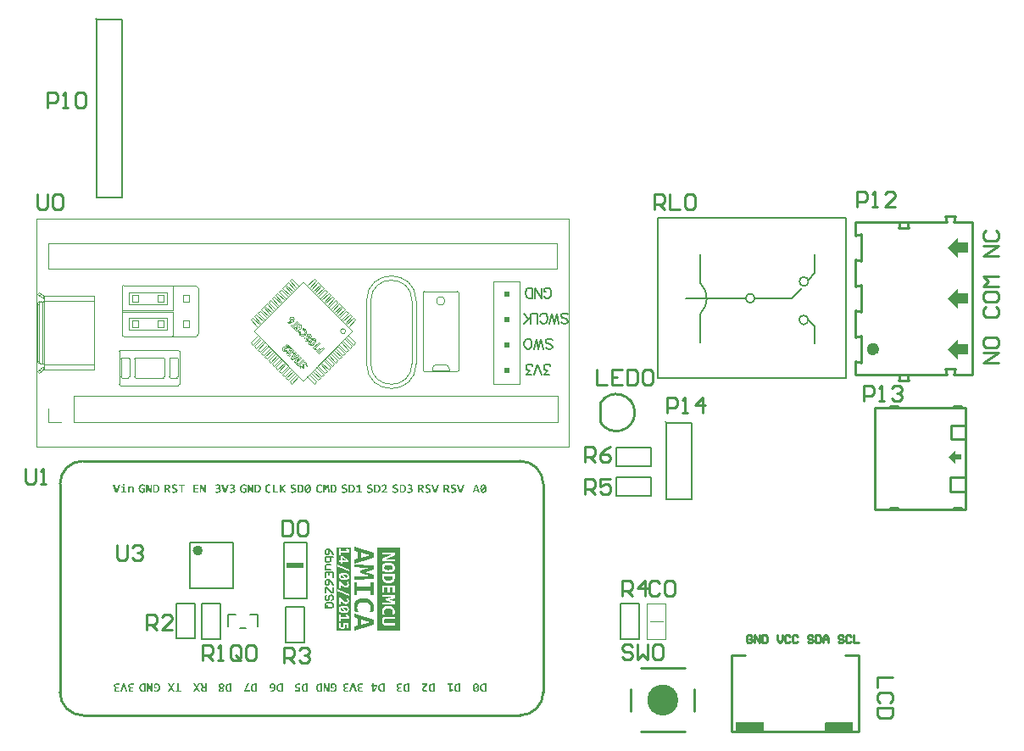
<source format=gto>
G04*
G04 #@! TF.GenerationSoftware,Altium Limited,Altium Designer,21.3.2 (30)*
G04*
G04 Layer_Color=65535*
%FSTAX24Y24*%
%MOIN*%
G70*
G04*
G04 #@! TF.SameCoordinates,DBE85665-E0BB-432C-AE5E-D4A4B8DC2BF9*
G04*
G04*
G04 #@! TF.FilePolarity,Positive*
G04*
G01*
G75*
%ADD10C,0.0100*%
%ADD11C,0.0200*%
%ADD12C,0.0047*%
%ADD13C,0.0300*%
%ADD14C,0.0070*%
%ADD15C,0.0080*%
%ADD16C,0.0050*%
%ADD17C,0.0079*%
%ADD18C,0.0039*%
%ADD19C,0.0059*%
%ADD20R,0.0670X0.0220*%
G36*
X04395Y013603D02*
X04395Y013603D01*
Y013602D01*
X043893Y013466D01*
X043893Y013465D01*
X043893Y013465D01*
X043803Y013348D01*
X043802Y013348D01*
X043802Y013347D01*
X043685Y013257D01*
X043685Y013257D01*
X043684Y013257D01*
X043548Y0132D01*
X043547D01*
X043547Y0132D01*
X043401Y013181D01*
X0434Y013181D01*
X043399Y013181D01*
X043253Y0132D01*
X043253Y0132D01*
X043252D01*
X043116Y013257D01*
X043115Y013257D01*
X043115Y013257D01*
X042998Y013347D01*
X042998Y013348D01*
X042997Y013348D01*
X042907Y013465D01*
X042907Y013465D01*
X042907Y013466D01*
X04285Y013602D01*
Y013603D01*
X04285Y013603D01*
X042831Y013749D01*
X042831Y01375D01*
X042831Y013751D01*
X04285Y013897D01*
X04285Y013897D01*
Y013898D01*
X042907Y014034D01*
X042907Y014035D01*
X042907Y014035D01*
X042997Y014152D01*
X042998Y014152D01*
X042998Y014153D01*
X043115Y014243D01*
X043115Y014243D01*
X043116Y014243D01*
X043252Y0143D01*
X043253D01*
X043253Y0143D01*
X043399Y014319D01*
X0434Y014319D01*
X043401Y014319D01*
X043547Y0143D01*
X043547Y0143D01*
X043548D01*
X043653Y014256D01*
X043653Y014256D01*
X043653Y014256D01*
X043654Y014255D01*
X043656Y014253D01*
Y014253D01*
X043657Y014252D01*
X043658Y014253D01*
X043658D01*
X043658Y014253D01*
X04366Y014253D01*
X043662D01*
X043684Y014243D01*
X043685Y014243D01*
X043685Y014243D01*
X043802Y014153D01*
X043802Y014152D01*
X043803Y014152D01*
X043893Y014035D01*
X043893Y014035D01*
X043893Y014034D01*
X04395Y013898D01*
Y013897D01*
X04395Y013897D01*
X043969Y013751D01*
X043969Y01375D01*
X043969Y013749D01*
X04395Y013603D01*
D02*
G37*
G36*
X037389Y026803D02*
Y026603D01*
X037189D01*
Y026803D01*
X037389D01*
D02*
G37*
G36*
X046288Y012538D02*
X046272Y012576D01*
Y012826D01*
X046288Y012864D01*
X046326Y01288D01*
X047326D01*
X047364Y012864D01*
X04738Y012826D01*
Y012576D01*
X047364Y012538D01*
X047326Y012522D01*
X046326D01*
X046288Y012538D01*
D02*
G37*
G36*
X049792D02*
X049776Y012576D01*
Y012826D01*
X049792Y012864D01*
X04983Y01288D01*
X05083D01*
X050868Y012864D01*
X050884Y012826D01*
Y012576D01*
X050868Y012538D01*
X05083Y012522D01*
X04983D01*
X049792Y012538D01*
D02*
G37*
G36*
X05465Y0233D02*
X0549Y02305D01*
Y0232D01*
X05515D01*
Y0234D01*
X0549D01*
Y02355D01*
X05465Y0233D01*
D02*
G37*
G36*
X037389Y027803D02*
Y027603D01*
X037189D01*
Y027803D01*
X037389D01*
D02*
G37*
G36*
Y028803D02*
Y028603D01*
X037189D01*
Y028803D01*
X037389D01*
D02*
G37*
G36*
Y029803D02*
Y029603D01*
X037189D01*
Y029803D01*
X037389D01*
D02*
G37*
G36*
X055408Y027747D02*
X055014D01*
Y027944D01*
X05462Y02755D01*
X055014Y027156D01*
Y027353D01*
X055408D01*
Y027747D01*
D02*
G37*
G36*
Y029747D02*
X055014D01*
Y029944D01*
X05462Y02955D01*
X055014Y029156D01*
Y029353D01*
X055408D01*
Y029747D01*
D02*
G37*
G36*
Y031747D02*
X055014D01*
Y031944D01*
X05462Y03155D01*
X055014Y031156D01*
Y031353D01*
X055408D01*
Y031747D01*
D02*
G37*
G36*
X026953Y022231D02*
X026959Y022231D01*
X026966Y02223D01*
X026982Y022227D01*
X026983D01*
X026986Y022227D01*
X02699Y022226D01*
X026995Y022225D01*
X027002Y022224D01*
X027009Y022221D01*
X027025Y022217D01*
Y022157D01*
X027024Y022158D01*
X027022Y022159D01*
X027018Y02216D01*
X027013Y022162D01*
X027007Y022164D01*
X027Y022166D01*
X026993Y022169D01*
X026984Y022171D01*
X026983Y022171D01*
X02698Y022172D01*
X026976Y022173D01*
X02697Y022174D01*
X026964Y022175D01*
X026956Y022176D01*
X026948Y022177D01*
X026935D01*
X026931Y022176D01*
X026926Y022176D01*
X026919Y022175D01*
X026913Y022174D01*
X026905Y022171D01*
X026899Y022169D01*
X026898Y022168D01*
X026896Y022167D01*
X026893Y022165D01*
X026888Y022163D01*
X026884Y02216D01*
X026879Y022156D01*
X026874Y022151D01*
X026869Y022146D01*
X026869Y022145D01*
X026868Y022143D01*
X026865Y02214D01*
X026863Y022136D01*
X02686Y022131D01*
X026857Y022125D01*
X026854Y022118D01*
X026852Y02211D01*
Y022109D01*
X02685Y022106D01*
X02685Y022101D01*
X026849Y022096D01*
X026848Y022089D01*
X026847Y02208D01*
X026846Y022071D01*
X026845Y022062D01*
Y022061D01*
Y02206D01*
Y022057D01*
Y022052D01*
X026846Y022046D01*
X026847Y022039D01*
X026847Y02203D01*
X02685Y022014D01*
Y022013D01*
X026851Y022011D01*
X026852Y022007D01*
X026854Y022002D01*
X026856Y021997D01*
X026859Y02199D01*
X026865Y021979D01*
X026866Y021978D01*
X026867Y021977D01*
X02687Y021974D01*
X026873Y02197D01*
X026877Y021967D01*
X026882Y021963D01*
X026887Y02196D01*
X026893Y021957D01*
X026893Y021956D01*
X026895Y021955D01*
X026899Y021954D01*
X026904Y021953D01*
X02691Y021952D01*
X026917Y021951D01*
X026925Y02195D01*
X026933Y021949D01*
X026944D01*
X026946Y02195D01*
X026949D01*
X026951Y021951D01*
X026952D01*
X026954Y021951D01*
X026956Y021952D01*
X026959Y021952D01*
X026959D01*
X026961Y021953D01*
X026963Y021954D01*
X026966Y021954D01*
Y022038D01*
X02691D01*
Y022089D01*
X027026D01*
Y021914D01*
X027025Y021914D01*
X027023Y021913D01*
X027018Y021911D01*
X027012Y021909D01*
X027005Y021906D01*
X026997Y021904D01*
X026988Y021901D01*
X026979Y021899D01*
X026978D01*
X026975Y021899D01*
X02697Y021898D01*
X026964Y021897D01*
X026955Y021896D01*
X026946Y021895D01*
X026937Y021894D01*
X02692D01*
X026917Y021895D01*
X026914D01*
X026905Y021896D01*
X026896Y021897D01*
X026886Y021899D01*
X026875Y021901D01*
X026865Y021904D01*
X026864D01*
X026864Y021905D01*
X02686Y021907D01*
X026855Y021909D01*
X026849Y021912D01*
X026842Y021917D01*
X026834Y021922D01*
X026826Y021928D01*
X026819Y021936D01*
X026818Y021937D01*
X026816Y021939D01*
X026812Y021944D01*
X026808Y02195D01*
X026803Y021957D01*
X026799Y021966D01*
X026794Y021976D01*
X02679Y021987D01*
Y021988D01*
X026789Y021989D01*
X026789Y02199D01*
X026788Y021993D01*
X026788Y021995D01*
X026787Y021999D01*
X026785Y022008D01*
X026783Y022018D01*
X026782Y02203D01*
X026781Y022044D01*
X02678Y022058D01*
Y022059D01*
Y02206D01*
Y022062D01*
Y022065D01*
X026781Y022069D01*
Y022073D01*
X026781Y022083D01*
X026783Y022094D01*
X026784Y022106D01*
X026787Y022119D01*
X026791Y022131D01*
Y022132D01*
X026791Y022133D01*
X026792Y022135D01*
X026793Y022137D01*
X026795Y022143D01*
X026798Y02215D01*
X026803Y022159D01*
X026808Y022168D01*
X026814Y022177D01*
X026821Y022186D01*
X026822Y022187D01*
X026825Y02219D01*
X026829Y022194D01*
X026835Y022199D01*
X026842Y022204D01*
X026851Y02221D01*
X02686Y022215D01*
X026871Y02222D01*
X026872D01*
X026872Y02222D01*
X026874Y022221D01*
X026877Y022221D01*
X026879Y022222D01*
X026883Y022224D01*
X026891Y022226D01*
X026901Y022228D01*
X026912Y02223D01*
X026925Y022231D01*
X026939Y022232D01*
X026947D01*
X026953Y022231D01*
D02*
G37*
G36*
X027309Y0219D02*
X027234D01*
X027147Y022094D01*
X027129Y022136D01*
Y022001D01*
Y0219D01*
X027073D01*
Y022226D01*
X027149D01*
X027237Y02203D01*
X027253Y021992D01*
Y022136D01*
Y022226D01*
X027309D01*
Y0219D01*
D02*
G37*
G36*
X027463Y022226D02*
X027472Y022225D01*
X027482Y022224D01*
X027493Y022222D01*
X027504Y02222D01*
X027514Y022217D01*
X027515D01*
X027515Y022216D01*
X027519Y022215D01*
X027524Y022213D01*
X027531Y02221D01*
X027538Y022206D01*
X027546Y022201D01*
X027554Y022195D01*
X027561Y022188D01*
X027563Y022187D01*
X027565Y022185D01*
X027568Y02218D01*
X027572Y022175D01*
X027576Y022168D01*
X027581Y022159D01*
X027586Y022149D01*
X02759Y022139D01*
Y022138D01*
X02759Y022138D01*
X027591Y022136D01*
X027591Y022133D01*
X027592Y02213D01*
X027593Y022127D01*
X027595Y022119D01*
X027596Y022108D01*
X027598Y022096D01*
X027599Y022082D01*
X027599Y022067D01*
Y022067D01*
Y022065D01*
Y022063D01*
Y022061D01*
Y022058D01*
X027599Y022054D01*
X027598Y022044D01*
X027597Y022034D01*
X027595Y022022D01*
X027593Y02201D01*
X02759Y021998D01*
Y021998D01*
X027589Y021997D01*
X027589Y021995D01*
X027588Y021993D01*
X027586Y021987D01*
X027583Y02198D01*
X027579Y021972D01*
X027574Y021963D01*
X027568Y021954D01*
X02756Y021945D01*
X027559Y021944D01*
X027557Y021942D01*
X027553Y021938D01*
X027546Y021933D01*
X027539Y021927D01*
X02753Y021922D01*
X02752Y021917D01*
X027509Y021912D01*
X027509D01*
X027508Y021911D01*
X027506Y021911D01*
X027504Y02191D01*
X027501Y021909D01*
X027498Y021908D01*
X027493Y021907D01*
X027489Y021906D01*
X027478Y021904D01*
X027465Y021902D01*
X027451Y021901D01*
X027435Y0219D01*
X027353D01*
Y022226D01*
X027459D01*
X027463Y022226D01*
D02*
G37*
G36*
X026237Y0219D02*
X026156D01*
X026056Y022226D01*
X026126D01*
X026181Y022029D01*
X026199Y021965D01*
X026217Y022033D01*
X026272Y022226D01*
X026338D01*
X026237Y0219D01*
D02*
G37*
G36*
X026475Y022231D02*
X026482D01*
X026489Y02223D01*
X026497Y022229D01*
X026505Y022228D01*
X026513Y022226D01*
X026514D01*
X026516Y022225D01*
X02652Y022224D01*
X026525Y022222D01*
X02653Y02222D01*
X026536Y022217D01*
X026541Y022214D01*
X026547Y02221D01*
X026548Y022209D01*
X026549Y022208D01*
X026552Y022206D01*
X026555Y022202D01*
X026558Y022199D01*
X026562Y022194D01*
X026565Y022189D01*
X026568Y022184D01*
X026569Y022183D01*
X026569Y022181D01*
X02657Y022178D01*
X026572Y022174D01*
X026573Y022169D01*
X026574Y022163D01*
X026575Y022156D01*
X026575Y02215D01*
Y022149D01*
Y022149D01*
Y022147D01*
Y022145D01*
X026575Y02214D01*
X026574Y022133D01*
X026572Y022125D01*
X026569Y022117D01*
X026566Y022109D01*
X026561Y022102D01*
X026561Y022101D01*
X026559Y022099D01*
X026556Y022096D01*
X026551Y022091D01*
X026546Y022087D01*
X026539Y022083D01*
X026532Y022078D01*
X026523Y022074D01*
X026524D01*
X026526Y022073D01*
X026529Y022073D01*
X026533Y022071D01*
X026537Y02207D01*
X026542Y022069D01*
X026551Y022065D01*
X026552D01*
X026554Y022064D01*
X026556Y022063D01*
X026559Y02206D01*
X026566Y022056D01*
X026573Y022049D01*
X026574Y022049D01*
X026575Y022048D01*
X026576Y022045D01*
X026579Y022043D01*
X026581Y02204D01*
X026583Y022036D01*
X026588Y022027D01*
Y022027D01*
X026588Y022025D01*
X026589Y022023D01*
X02659Y022019D01*
X026591Y022015D01*
X026592Y02201D01*
X026593Y021999D01*
Y021998D01*
Y021995D01*
X026592Y021991D01*
X026591Y021985D01*
X02659Y021978D01*
X026589Y021971D01*
X026586Y021963D01*
X026583Y021956D01*
X026583Y021955D01*
X026581Y021953D01*
X026579Y021949D01*
X026576Y021944D01*
X026573Y021939D01*
X026568Y021934D01*
X026562Y021928D01*
X026555Y021923D01*
X026555Y021922D01*
X026552Y021921D01*
X026548Y021918D01*
X026543Y021915D01*
X026536Y021912D01*
X026528Y021908D01*
X026519Y021905D01*
X026509Y021902D01*
X026508D01*
X026508Y021902D01*
X026506D01*
X026504Y021901D01*
X026498Y0219D01*
X02649Y021899D01*
X02648Y021897D01*
X026469Y021896D01*
X026457Y021896D01*
X026443Y021895D01*
X026432D01*
X026425Y021896D01*
X026422D01*
X026419Y021896D01*
X026413D01*
X026406Y021897D01*
X026403D01*
X026401Y021897D01*
X026395Y021898D01*
X026388Y021898D01*
X026385D01*
X026383Y021899D01*
X026378Y021899D01*
X026373Y0219D01*
Y021953D01*
X026373D01*
X026376Y021952D01*
X026379Y021952D01*
X026383Y021951D01*
X026388Y02195D01*
X026394Y021949D01*
X026401Y021948D01*
X026408Y021948D01*
X026411D01*
X026415Y021947D01*
X02642D01*
X026426Y021947D01*
X026433D01*
X026441Y021946D01*
X026456D01*
X026461Y021947D01*
X026467D01*
X026473Y021948D01*
X026484Y021949D01*
X026485D01*
X026487Y02195D01*
X026489Y021951D01*
X026493Y021952D01*
X026501Y021955D01*
X026509Y021959D01*
X026509Y02196D01*
X02651Y02196D01*
X026512Y021962D01*
X026514Y021964D01*
X026519Y021969D01*
X026523Y021975D01*
Y021976D01*
X026524Y021977D01*
X026525Y021979D01*
X026526Y021982D01*
X026527Y021985D01*
X026528Y021989D01*
X026528Y021998D01*
Y021998D01*
Y021999D01*
Y022002D01*
X026528Y022004D01*
X026526Y02201D01*
X026523Y022017D01*
Y022018D01*
X026522Y022019D01*
X026521Y02202D01*
X026519Y022022D01*
X026515Y022027D01*
X026508Y022032D01*
X026508Y022033D01*
X026507Y022033D01*
X026504Y022034D01*
X026502Y022035D01*
X026498Y022037D01*
X026494Y022039D01*
X026489Y02204D01*
X026484Y022042D01*
X026483D01*
X026481Y022042D01*
X026478Y022043D01*
X026474Y022044D01*
X026469Y022044D01*
X026463Y022045D01*
X026455Y022045D01*
X026412D01*
Y022092D01*
X026452D01*
X026457Y022093D01*
X026462D01*
X026467Y022094D01*
X026473Y022094D01*
X026478Y022095D01*
X026478D01*
X02648Y022096D01*
X026482Y022097D01*
X026485Y022098D01*
X026492Y022101D01*
X026498Y022106D01*
X026499Y022106D01*
X026499Y022107D01*
X026503Y02211D01*
X026506Y022115D01*
X026509Y022121D01*
Y022122D01*
X02651Y022123D01*
X02651Y022125D01*
X026511Y022127D01*
X026512Y022133D01*
X026513Y02214D01*
Y022141D01*
Y022143D01*
X026512Y022146D01*
X026511Y022151D01*
X026509Y022156D01*
X026507Y022161D01*
X026504Y022166D01*
X026499Y02217D01*
X026499Y022171D01*
X026497Y022172D01*
X026494Y022174D01*
X026489Y022176D01*
X026484Y022178D01*
X026477Y022179D01*
X026469Y02218D01*
X026459Y022181D01*
X026452D01*
X026447Y02218D01*
X026441Y02218D01*
X026434Y022179D01*
X026421Y022177D01*
X02642D01*
X026417Y022176D01*
X026413Y022175D01*
X026409Y022174D01*
X026403Y022173D01*
X026396Y022171D01*
X026382Y022167D01*
Y022218D01*
X026382D01*
X026383Y022219D01*
X026386Y022219D01*
X026388Y02222D01*
X026396Y022222D01*
X026403Y022224D01*
X026403D01*
X026404Y022224D01*
X026407Y022225D01*
X026409Y022225D01*
X026416Y022227D01*
X026423Y022228D01*
X026424D01*
X026425Y022229D01*
X026427D01*
X02643Y022229D01*
X026437Y02223D01*
X026444Y022231D01*
X026445D01*
X026448Y022231D01*
X02645D01*
X026458Y022232D01*
X02647D01*
X026475Y022231D01*
D02*
G37*
G36*
X025913D02*
X025919D01*
X025927Y02223D01*
X025934Y022229D01*
X025942Y022228D01*
X02595Y022226D01*
X025951D01*
X025953Y022225D01*
X025957Y022224D01*
X025962Y022222D01*
X025967Y02222D01*
X025973Y022217D01*
X025979Y022214D01*
X025984Y02221D01*
X025985Y022209D01*
X025986Y022208D01*
X025989Y022206D01*
X025992Y022202D01*
X025995Y022199D01*
X025999Y022194D01*
X026003Y022189D01*
X026005Y022184D01*
X026006Y022183D01*
X026006Y022181D01*
X026008Y022178D01*
X026009Y022174D01*
X02601Y022169D01*
X026011Y022163D01*
X026012Y022156D01*
X026013Y02215D01*
Y022149D01*
Y022149D01*
Y022147D01*
Y022145D01*
X026012Y02214D01*
X026011Y022133D01*
X026009Y022125D01*
X026006Y022117D01*
X026003Y022109D01*
X025999Y022102D01*
X025998Y022101D01*
X025996Y022099D01*
X025993Y022096D01*
X025989Y022091D01*
X025983Y022087D01*
X025977Y022083D01*
X025969Y022078D01*
X02596Y022074D01*
X025961D01*
X025963Y022073D01*
X025966Y022073D01*
X02597Y022071D01*
X025974Y02207D01*
X025979Y022069D01*
X025989Y022065D01*
X025989D01*
X025991Y022064D01*
X025993Y022063D01*
X025996Y02206D01*
X026003Y022056D01*
X02601Y022049D01*
X026011Y022049D01*
X026012Y022048D01*
X026014Y022045D01*
X026016Y022043D01*
X026018Y02204D01*
X02602Y022036D01*
X026025Y022027D01*
Y022027D01*
X026025Y022025D01*
X026026Y022023D01*
X026028Y022019D01*
X026028Y022015D01*
X026029Y02201D01*
X02603Y021999D01*
Y021998D01*
Y021995D01*
X026029Y021991D01*
X026029Y021985D01*
X026028Y021978D01*
X026026Y021971D01*
X026024Y021963D01*
X02602Y021956D01*
X02602Y021955D01*
X026019Y021953D01*
X026016Y021949D01*
X026014Y021944D01*
X02601Y021939D01*
X026005Y021934D01*
X025999Y021928D01*
X025993Y021923D01*
X025992Y021922D01*
X025989Y021921D01*
X025985Y021918D01*
X02598Y021915D01*
X025973Y021912D01*
X025965Y021908D01*
X025956Y021905D01*
X025946Y021902D01*
X025945D01*
X025945Y021902D01*
X025943D01*
X025941Y021901D01*
X025935Y0219D01*
X025927Y021899D01*
X025918Y021897D01*
X025907Y021896D01*
X025894Y021896D01*
X02588Y021895D01*
X025869D01*
X025862Y021896D01*
X025859D01*
X025856Y021896D01*
X025851D01*
X025843Y021897D01*
X02584D01*
X025838Y021897D01*
X025832Y021898D01*
X025826Y021898D01*
X025822D01*
X025821Y021899D01*
X025815Y021899D01*
X02581Y0219D01*
Y021953D01*
X025811D01*
X025813Y021952D01*
X025816Y021952D01*
X02582Y021951D01*
X025826Y02195D01*
X025831Y021949D01*
X025838Y021948D01*
X025845Y021948D01*
X025848D01*
X025852Y021947D01*
X025857D01*
X025863Y021947D01*
X02587D01*
X025878Y021946D01*
X025893D01*
X025898Y021947D01*
X025904D01*
X02591Y021948D01*
X025922Y021949D01*
X025922D01*
X025924Y02195D01*
X025927Y021951D01*
X02593Y021952D01*
X025938Y021955D01*
X025946Y021959D01*
X025947Y02196D01*
X025948Y02196D01*
X025949Y021962D01*
X025952Y021964D01*
X025957Y021969D01*
X02596Y021975D01*
Y021976D01*
X025961Y021977D01*
X025962Y021979D01*
X025963Y021982D01*
X025964Y021985D01*
X025965Y021989D01*
X025965Y021998D01*
Y021998D01*
Y021999D01*
Y022002D01*
X025965Y022004D01*
X025963Y02201D01*
X02596Y022017D01*
Y022018D01*
X025959Y022019D01*
X025958Y02202D01*
X025957Y022022D01*
X025952Y022027D01*
X025945Y022032D01*
X025945Y022033D01*
X025944Y022033D01*
X025942Y022034D01*
X025939Y022035D01*
X025935Y022037D01*
X025931Y022039D01*
X025927Y02204D01*
X025921Y022042D01*
X02592D01*
X025918Y022042D01*
X025915Y022043D01*
X025911Y022044D01*
X025906Y022044D01*
X0259Y022045D01*
X025893Y022045D01*
X025849D01*
Y022092D01*
X025889D01*
X025894Y022093D01*
X025899D01*
X025904Y022094D01*
X02591Y022094D01*
X025915Y022095D01*
X025915D01*
X025917Y022096D01*
X025919Y022097D01*
X025922Y022098D01*
X025929Y022101D01*
X025935Y022106D01*
X025936Y022106D01*
X025937Y022107D01*
X02594Y02211D01*
X025943Y022115D01*
X025947Y022121D01*
Y022122D01*
X025947Y022123D01*
X025948Y022125D01*
X025948Y022127D01*
X025949Y022133D01*
X02595Y02214D01*
Y022141D01*
Y022143D01*
X025949Y022146D01*
X025948Y022151D01*
X025947Y022156D01*
X025944Y022161D01*
X025941Y022166D01*
X025937Y02217D01*
X025936Y022171D01*
X025934Y022172D01*
X025931Y022174D01*
X025927Y022176D01*
X025921Y022178D01*
X025914Y022179D01*
X025906Y02218D01*
X025897Y022181D01*
X025889D01*
X025884Y02218D01*
X025878Y02218D01*
X025872Y022179D01*
X025858Y022177D01*
X025857D01*
X025854Y022176D01*
X025851Y022175D01*
X025846Y022174D01*
X02584Y022173D01*
X025833Y022171D01*
X025819Y022167D01*
Y022218D01*
X025819D01*
X025821Y022219D01*
X025823Y022219D01*
X025826Y02222D01*
X025833Y022222D01*
X02584Y022224D01*
X025841D01*
X025842Y022224D01*
X025844Y022225D01*
X025847Y022225D01*
X025853Y022227D01*
X025861Y022228D01*
X025861D01*
X025862Y022229D01*
X025864D01*
X025867Y022229D01*
X025874Y02223D01*
X025881Y022231D01*
X025883D01*
X025885Y022231D01*
X025888D01*
X025895Y022232D01*
X025908D01*
X025913Y022231D01*
D02*
G37*
G36*
X025435Y0219D02*
X02536D01*
X025272Y022094D01*
X025255Y022136D01*
Y022001D01*
Y0219D01*
X025199D01*
Y022226D01*
X025274D01*
X025363Y02203D01*
X025379Y021992D01*
Y022136D01*
Y022226D01*
X025435D01*
Y0219D01*
D02*
G37*
G36*
X025136Y022174D02*
X025003D01*
Y022093D01*
X02513D01*
Y022043D01*
X025003D01*
Y021952D01*
X025136D01*
Y0219D01*
X02494D01*
Y022226D01*
X025136D01*
Y022174D01*
D02*
G37*
G36*
X024233Y022231D02*
X024241Y022231D01*
X024243D01*
X024245Y02223D01*
X024248D01*
X024255Y022229D01*
X024262Y022228D01*
X024264D01*
X024266Y022227D01*
X024269D01*
X024275Y022226D01*
X024282Y022225D01*
X024284D01*
X024286Y022224D01*
X024288Y022224D01*
X024295Y022222D01*
X024301Y022221D01*
Y022165D01*
X0243D01*
X024299Y022166D01*
X024297Y022166D01*
X024295Y022167D01*
X02429Y022169D01*
X024283Y02217D01*
X024282D01*
X024281Y022171D01*
X02428Y022171D01*
X024277Y022172D01*
X024271Y022174D01*
X024263Y022175D01*
X024262D01*
X024261Y022175D01*
X024259D01*
X024257Y022176D01*
X02425Y022177D01*
X024242Y022178D01*
X024241D01*
X024238Y022179D01*
X024236D01*
X02423Y022179D01*
X024217D01*
X024213Y022179D01*
X024205Y022178D01*
X024195Y022176D01*
X024195D01*
X024194Y022176D01*
X024191Y022175D01*
X024189Y022174D01*
X024183Y022172D01*
X024177Y022169D01*
X024176D01*
X024176Y022168D01*
X024173Y022166D01*
X02417Y022162D01*
X024166Y022158D01*
Y022157D01*
X024166Y022156D01*
X024165Y022153D01*
X024164Y022149D01*
X024164Y022143D01*
Y022142D01*
Y022141D01*
X024164Y022139D01*
X024165Y022136D01*
X024166Y022131D01*
X024168Y022128D01*
X02417Y022125D01*
X024171Y022124D01*
X024171Y022124D01*
X024173Y022122D01*
X024175Y02212D01*
X024181Y022116D01*
X024188Y022111D01*
X024189D01*
X02419Y02211D01*
X024192Y022109D01*
X024196Y022108D01*
X0242Y022106D01*
X024204Y022105D01*
X024214Y022101D01*
X024215D01*
X024217Y0221D01*
X02422Y022099D01*
X024223Y022098D01*
X024227Y022096D01*
X024232Y022094D01*
X024243Y02209D01*
X024244D01*
X024246Y022089D01*
X024249Y022088D01*
X024253Y022086D01*
X024258Y022084D01*
X024263Y022082D01*
X024273Y022076D01*
X024274Y022076D01*
X024276Y022075D01*
X024278Y022074D01*
X024282Y022071D01*
X02429Y022066D01*
X024299Y022058D01*
X0243Y022058D01*
X024301Y022057D01*
X024303Y022054D01*
X024306Y022051D01*
X024308Y022047D01*
X024312Y022043D01*
X024314Y022038D01*
X024317Y022033D01*
X024318Y022032D01*
X024318Y02203D01*
X02432Y022027D01*
X024321Y022023D01*
X024322Y022018D01*
X024323Y022012D01*
X024324Y022005D01*
X024325Y021998D01*
Y021998D01*
Y021997D01*
Y021994D01*
X024324Y021989D01*
X024323Y021983D01*
X024322Y021975D01*
X02432Y021967D01*
X024318Y021959D01*
X024314Y021952D01*
X024314Y021951D01*
X024313Y021948D01*
X024311Y021945D01*
X024307Y021941D01*
X024303Y021935D01*
X024298Y02193D01*
X024293Y021924D01*
X024287Y021919D01*
X024286Y021919D01*
X024283Y021917D01*
X02428Y021915D01*
X024275Y021912D01*
X024268Y021909D01*
X024261Y021906D01*
X024253Y021903D01*
X024244Y021901D01*
X024243D01*
X02424Y021899D01*
X024235Y021899D01*
X024228Y021898D01*
X02422Y021897D01*
X024211Y021896D01*
X024201Y021895D01*
X024191Y021894D01*
X024181D01*
X024175Y021895D01*
X024167D01*
X024159Y021896D01*
X024141Y021898D01*
X02414D01*
X024137Y021898D01*
X024132Y021899D01*
X024126Y0219D01*
X024119Y021902D01*
X024111Y021903D01*
X024094Y021908D01*
Y021968D01*
X024094D01*
X024096Y021968D01*
X024098Y021967D01*
X024101Y021965D01*
X024104Y021964D01*
X024108Y021963D01*
X024117Y02196D01*
X024117D01*
X024119Y02196D01*
X024122Y021959D01*
X024125Y021958D01*
X024129Y021958D01*
X024133Y021957D01*
X024142Y021954D01*
X024143D01*
X024145Y021954D01*
X024147Y021953D01*
X02415Y021953D01*
X024154Y021952D01*
X024159Y021952D01*
X024167Y02195D01*
X02417D01*
X024172Y021949D01*
X024175D01*
X024183Y021949D01*
X024198D01*
X024202Y021949D01*
X024207D01*
X024212Y02195D01*
X024222Y021952D01*
X024222D01*
X024224Y021952D01*
X024226Y021953D01*
X024229Y021954D01*
X024236Y021956D01*
X024242Y021959D01*
X024242D01*
X024243Y02196D01*
X024246Y021963D01*
X02425Y021967D01*
X024253Y021972D01*
Y021973D01*
X024253Y021973D01*
X024255Y021977D01*
X024256Y021982D01*
X024257Y021988D01*
Y021989D01*
Y02199D01*
X024256Y021993D01*
X024256Y021995D01*
X024254Y022002D01*
X024252Y022005D01*
X02425Y022008D01*
X024249Y022009D01*
X024248Y02201D01*
X024247Y022011D01*
X024245Y022013D01*
X024239Y022018D01*
X024231Y022023D01*
X024231Y022023D01*
X02423Y022024D01*
X024227Y022025D01*
X024224Y022027D01*
X02422Y022028D01*
X024216Y02203D01*
X024206Y022034D01*
X024205D01*
X024204Y022035D01*
X0242Y022035D01*
X024197Y022037D01*
X024192Y022039D01*
X024187Y02204D01*
X024176Y022044D01*
X024176Y022045D01*
X024174Y022045D01*
X024171Y022047D01*
X024167Y022048D01*
X024163Y02205D01*
X024158Y022053D01*
X024147Y022058D01*
X024147Y022058D01*
X024145Y022059D01*
X024142Y02206D01*
X024139Y022063D01*
X02413Y022068D01*
X024121Y022075D01*
X024121Y022076D01*
X02412Y022078D01*
X024117Y02208D01*
X024115Y022083D01*
X024112Y022086D01*
X024109Y022091D01*
X024104Y022101D01*
Y022101D01*
X024102Y022104D01*
X024101Y022107D01*
X0241Y022111D01*
X024099Y022116D01*
X024098Y022123D01*
X024097Y022129D01*
X024097Y022137D01*
Y022138D01*
Y02214D01*
X024097Y022144D01*
X024098Y022149D01*
X024099Y022155D01*
X0241Y022161D01*
X024101Y022167D01*
X024104Y022174D01*
X024104Y022174D01*
X024105Y022176D01*
X024107Y02218D01*
X024109Y022184D01*
X024112Y022189D01*
X024116Y022194D01*
X024121Y022199D01*
X024126Y022204D01*
X024126Y022204D01*
X024129Y022206D01*
X024132Y022208D01*
X024136Y022211D01*
X024142Y022214D01*
X024149Y022217D01*
X024156Y022221D01*
X024164Y022224D01*
X024165D01*
X024165Y022225D01*
X024169Y022225D01*
X024174Y022226D01*
X02418Y022228D01*
X024189Y02223D01*
X024199Y022231D01*
X024209Y022231D01*
X024221Y022232D01*
X024227D01*
X024233Y022231D01*
D02*
G37*
G36*
X024612Y022175D02*
X024523D01*
Y0219D01*
X02446D01*
Y022175D01*
X024371D01*
Y022226D01*
X024612D01*
Y022175D01*
D02*
G37*
G36*
X023931Y022226D02*
X023939Y022225D01*
X023947Y022224D01*
X023964Y022221D01*
X023965D01*
X023968Y02222D01*
X023972Y022219D01*
X023977Y022218D01*
X023983Y022216D01*
X023989Y022213D01*
X023995Y02221D01*
X024001Y022206D01*
X024001Y022205D01*
X024004Y022204D01*
X024006Y022201D01*
X02401Y022199D01*
X024014Y022194D01*
X024018Y02219D01*
X024021Y022184D01*
X024025Y022178D01*
X024025Y022178D01*
X024026Y022175D01*
X024028Y022171D01*
X024029Y022166D01*
X024031Y02216D01*
X024033Y022153D01*
X024033Y022145D01*
X024034Y022136D01*
Y022135D01*
Y022133D01*
Y02213D01*
X024033Y022125D01*
X024033Y02212D01*
X024031Y022115D01*
X024028Y022104D01*
Y022104D01*
X024027Y022102D01*
X024026Y022099D01*
X024024Y022096D01*
X02402Y022088D01*
X024014Y02208D01*
X024013Y022079D01*
X024012Y022078D01*
X02401Y022076D01*
X024008Y022074D01*
X024004Y022071D01*
X024Y022069D01*
X023991Y022064D01*
X02399D01*
X023989Y022063D01*
X023986Y022062D01*
X023983Y02206D01*
X023978Y022059D01*
X023973Y022058D01*
X023962Y022055D01*
X023963D01*
X023964Y022054D01*
X023967Y022054D01*
X023969Y022053D01*
X023973Y02205D01*
X023977Y022048D01*
X02398Y022045D01*
X023984Y022042D01*
X023985Y022041D01*
X023986Y022039D01*
X023988Y022037D01*
X02399Y022033D01*
X023994Y022029D01*
X023997Y022023D01*
X024Y022017D01*
X024004Y022009D01*
X024056Y0219D01*
X023984D01*
X023938Y022005D01*
Y022005D01*
X023937Y022007D01*
X023935Y02201D01*
X023934Y022013D01*
X023928Y022021D01*
X023924Y022024D01*
X02392Y022028D01*
X02392Y022028D01*
X023918Y022029D01*
X023916Y02203D01*
X023913Y022032D01*
X023909Y022033D01*
X023904Y022034D01*
X023899Y022035D01*
X023893Y022035D01*
X023882D01*
Y0219D01*
X02382D01*
Y022226D01*
X023924D01*
X023931Y022226D01*
D02*
G37*
G36*
X022963Y022231D02*
X022969Y022231D01*
X022976Y02223D01*
X022992Y022227D01*
X022993D01*
X022996Y022227D01*
X023Y022226D01*
X023005Y022225D01*
X023012Y022224D01*
X023019Y022221D01*
X023035Y022217D01*
Y022157D01*
X023034Y022158D01*
X023032Y022159D01*
X023028Y02216D01*
X023023Y022162D01*
X023017Y022164D01*
X02301Y022166D01*
X023003Y022169D01*
X022994Y022171D01*
X022993Y022171D01*
X02299Y022172D01*
X022986Y022173D01*
X02298Y022174D01*
X022974Y022175D01*
X022966Y022176D01*
X022958Y022177D01*
X022945D01*
X022941Y022176D01*
X022936Y022176D01*
X022929Y022175D01*
X022923Y022174D01*
X022915Y022171D01*
X022909Y022169D01*
X022908Y022168D01*
X022906Y022167D01*
X022903Y022165D01*
X022898Y022163D01*
X022894Y02216D01*
X022889Y022156D01*
X022884Y022151D01*
X022879Y022146D01*
X022879Y022145D01*
X022878Y022143D01*
X022875Y02214D01*
X022873Y022136D01*
X02287Y022131D01*
X022867Y022125D01*
X022864Y022118D01*
X022862Y02211D01*
Y022109D01*
X02286Y022106D01*
X02286Y022101D01*
X022859Y022096D01*
X022858Y022089D01*
X022857Y02208D01*
X022856Y022071D01*
X022855Y022062D01*
Y022061D01*
Y02206D01*
Y022057D01*
Y022052D01*
X022856Y022046D01*
X022857Y022039D01*
X022857Y02203D01*
X02286Y022014D01*
Y022013D01*
X022861Y022011D01*
X022862Y022007D01*
X022864Y022002D01*
X022866Y021997D01*
X022869Y02199D01*
X022875Y021979D01*
X022876Y021978D01*
X022877Y021977D01*
X02288Y021974D01*
X022883Y02197D01*
X022887Y021967D01*
X022892Y021963D01*
X022897Y02196D01*
X022903Y021957D01*
X022903Y021956D01*
X022905Y021955D01*
X022909Y021954D01*
X022914Y021953D01*
X02292Y021952D01*
X022927Y021951D01*
X022935Y02195D01*
X022943Y021949D01*
X022954D01*
X022956Y02195D01*
X022959D01*
X022961Y021951D01*
X022962D01*
X022964Y021951D01*
X022966Y021952D01*
X022969Y021952D01*
X022969D01*
X022971Y021953D01*
X022973Y021954D01*
X022976Y021954D01*
Y022038D01*
X02292D01*
Y022089D01*
X023036D01*
Y021914D01*
X023035Y021914D01*
X023033Y021913D01*
X023028Y021911D01*
X023022Y021909D01*
X023015Y021906D01*
X023007Y021904D01*
X022998Y021901D01*
X022989Y021899D01*
X022988D01*
X022985Y021899D01*
X02298Y021898D01*
X022974Y021897D01*
X022965Y021896D01*
X022957Y021895D01*
X022947Y021894D01*
X02293D01*
X022927Y021895D01*
X022924D01*
X022915Y021896D01*
X022906Y021897D01*
X022896Y021899D01*
X022885Y021901D01*
X022875Y021904D01*
X022874D01*
X022874Y021905D01*
X02287Y021907D01*
X022865Y021909D01*
X022859Y021912D01*
X022852Y021917D01*
X022844Y021922D01*
X022836Y021928D01*
X022829Y021936D01*
X022828Y021937D01*
X022826Y021939D01*
X022822Y021944D01*
X022818Y02195D01*
X022813Y021957D01*
X022809Y021966D01*
X022804Y021976D01*
X0228Y021987D01*
Y021988D01*
X022799Y021989D01*
X022799Y02199D01*
X022798Y021993D01*
X022798Y021995D01*
X022797Y021999D01*
X022795Y022008D01*
X022793Y022018D01*
X022792Y02203D01*
X022791Y022044D01*
X02279Y022058D01*
Y022059D01*
Y02206D01*
Y022062D01*
Y022065D01*
X022791Y022069D01*
Y022073D01*
X022791Y022083D01*
X022793Y022094D01*
X022794Y022106D01*
X022797Y022119D01*
X022801Y022131D01*
Y022132D01*
X022801Y022133D01*
X022802Y022135D01*
X022803Y022137D01*
X022805Y022143D01*
X022808Y02215D01*
X022813Y022159D01*
X022818Y022168D01*
X022824Y022177D01*
X022831Y022186D01*
X022832Y022187D01*
X022835Y02219D01*
X022839Y022194D01*
X022845Y022199D01*
X022852Y022204D01*
X022861Y02221D01*
X02287Y022215D01*
X022881Y02222D01*
X022882D01*
X022882Y02222D01*
X022884Y022221D01*
X022887Y022221D01*
X022889Y022222D01*
X022893Y022224D01*
X022901Y022226D01*
X022911Y022228D01*
X022922Y02223D01*
X022935Y022231D01*
X022949Y022232D01*
X022957D01*
X022963Y022231D01*
D02*
G37*
G36*
X023319Y0219D02*
X023244D01*
X023157Y022094D01*
X023139Y022136D01*
Y022001D01*
Y0219D01*
X023083D01*
Y022226D01*
X023159D01*
X023247Y02203D01*
X023263Y021992D01*
Y022136D01*
Y022226D01*
X023319D01*
Y0219D01*
D02*
G37*
G36*
X023473Y022226D02*
X023482Y022225D01*
X023492Y022224D01*
X023503Y022222D01*
X023514Y02222D01*
X023524Y022217D01*
X023525D01*
X023525Y022216D01*
X023529Y022215D01*
X023534Y022213D01*
X023541Y02221D01*
X023548Y022206D01*
X023556Y022201D01*
X023564Y022195D01*
X023571Y022188D01*
X023573Y022187D01*
X023575Y022185D01*
X023578Y02218D01*
X023582Y022175D01*
X023586Y022168D01*
X023591Y022159D01*
X023596Y022149D01*
X0236Y022139D01*
Y022138D01*
X0236Y022138D01*
X023601Y022136D01*
X023601Y022133D01*
X023602Y02213D01*
X023603Y022127D01*
X023605Y022119D01*
X023606Y022108D01*
X023608Y022096D01*
X023609Y022082D01*
X023609Y022067D01*
Y022067D01*
Y022065D01*
Y022063D01*
Y022061D01*
Y022058D01*
X023609Y022054D01*
X023608Y022044D01*
X023607Y022034D01*
X023605Y022022D01*
X023603Y02201D01*
X0236Y021998D01*
Y021998D01*
X023599Y021997D01*
X023599Y021995D01*
X023598Y021993D01*
X023596Y021987D01*
X023593Y02198D01*
X023589Y021972D01*
X023584Y021963D01*
X023578Y021954D01*
X02357Y021945D01*
X023569Y021944D01*
X023567Y021942D01*
X023563Y021938D01*
X023556Y021933D01*
X023549Y021927D01*
X02354Y021922D01*
X02353Y021917D01*
X023519Y021912D01*
X023519D01*
X023518Y021911D01*
X023516Y021911D01*
X023514Y02191D01*
X023511Y021909D01*
X023508Y021908D01*
X023503Y021907D01*
X023499Y021906D01*
X023488Y021904D01*
X023475Y021902D01*
X023461Y021901D01*
X023445Y0219D01*
X023363D01*
Y022226D01*
X023469D01*
X023473Y022226D01*
D02*
G37*
G36*
X022221Y022263D02*
X022226Y022262D01*
X022231Y02226D01*
X022232D01*
X022232Y02226D01*
X022236Y022258D01*
X02224Y022255D01*
X022244Y022251D01*
X022245Y02225D01*
X022247Y022247D01*
X02225Y022244D01*
X022252Y022239D01*
Y022238D01*
X022253Y022237D01*
X022254Y022234D01*
X022255Y022229D01*
X022256Y022223D01*
Y022222D01*
Y022221D01*
Y02222D01*
X022255Y022218D01*
X022255Y022213D01*
X022252Y022207D01*
Y022207D01*
X022252Y022206D01*
X02225Y022203D01*
X022248Y022199D01*
X022244Y022195D01*
X022243Y022194D01*
X02224Y022192D01*
X022236Y022189D01*
X022231Y022186D01*
X022231D01*
X02223Y022186D01*
X022227Y022185D01*
X022222Y022184D01*
X022216Y022184D01*
X022212D01*
X02221Y022184D01*
X022205Y022185D01*
X0222Y022186D01*
X022199D01*
X022198Y022187D01*
X022195Y022189D01*
X022191Y022191D01*
X022187Y022195D01*
X022186Y022196D01*
X022183Y022199D01*
X022181Y022202D01*
X022178Y022207D01*
Y022208D01*
X022178Y022209D01*
X022177Y022212D01*
X022176Y022217D01*
X022176Y022223D01*
Y022224D01*
Y022225D01*
Y022226D01*
X022176Y022228D01*
X022177Y022233D01*
X022178Y022239D01*
Y022239D01*
X022179Y02224D01*
X022181Y022243D01*
X022183Y022247D01*
X022187Y022251D01*
X022188Y022252D01*
X022191Y022255D01*
X022195Y022257D01*
X0222Y02226D01*
X0222D01*
X022201Y022261D01*
X022205Y022262D01*
X02221Y022263D01*
X022216Y022264D01*
X022218D01*
X022221Y022263D01*
D02*
G37*
G36*
X022529Y022159D02*
X022534D01*
X022539Y022158D01*
X022545Y022156D01*
X022551Y022155D01*
X022556Y022153D01*
X022557D01*
X022559Y022151D01*
X022561Y02215D01*
X022565Y022148D01*
X022573Y022143D01*
X02258Y022135D01*
X022581Y022134D01*
X022582Y022133D01*
X022584Y02213D01*
X022586Y022127D01*
X022589Y022123D01*
X022591Y022118D01*
X022593Y022113D01*
X022595Y022106D01*
Y022106D01*
X022596Y022104D01*
X022597Y0221D01*
X022598Y022096D01*
X022599Y02209D01*
X0226Y022084D01*
X0226Y022077D01*
Y02207D01*
Y0219D01*
X022539D01*
Y022065D01*
Y022065D01*
Y022067D01*
Y022069D01*
X022539Y022071D01*
X022538Y022078D01*
X022535Y022086D01*
X022531Y022094D01*
X022526Y0221D01*
X022523Y022103D01*
X022519Y022105D01*
X022514Y022106D01*
X022508Y022107D01*
X022505D01*
X022503Y022106D01*
X022499Y022105D01*
X022494Y022104D01*
X022489Y022101D01*
X022484Y022099D01*
X022478Y022094D01*
X022478Y022094D01*
X022476Y022092D01*
X022473Y022089D01*
X022469Y022085D01*
X022465Y02208D01*
X02246Y022075D01*
X022454Y022068D01*
X022449Y02206D01*
Y0219D01*
X022388D01*
Y022154D01*
X02244D01*
X022442Y022116D01*
X022442Y022116D01*
X022443Y022118D01*
X022444Y022119D01*
X022447Y022122D01*
X022452Y022128D01*
X022458Y022134D01*
X022458Y022134D01*
X022459Y022135D01*
X022461Y022136D01*
X022463Y022138D01*
X022469Y022143D01*
X022476Y022147D01*
X022477Y022148D01*
X022478Y022148D01*
X02248Y022149D01*
X022483Y02215D01*
X022489Y022153D01*
X022497Y022156D01*
X022498D01*
X022499Y022156D01*
X022502Y022157D01*
X022504Y022158D01*
X022508Y022158D01*
X022512Y022159D01*
X022522Y022159D01*
X022525D01*
X022529Y022159D01*
D02*
G37*
G36*
X021971Y0219D02*
X02189D01*
X02179Y022226D01*
X02186D01*
X021915Y022029D01*
X021933Y021965D01*
X021951Y022033D01*
X022006Y022226D01*
X022071D01*
X021971Y0219D01*
D02*
G37*
G36*
X022251Y021948D02*
X022324D01*
Y0219D01*
X022107D01*
Y021948D01*
X022188D01*
Y022106D01*
X022116D01*
Y022154D01*
X022251D01*
Y021948D01*
D02*
G37*
G36*
X027448Y014074D02*
X027342D01*
X027338Y014074D01*
X027329Y014075D01*
X027319Y014076D01*
X027308Y014078D01*
X027297Y01408D01*
X027286Y014083D01*
X027286D01*
X027285Y014084D01*
X027281Y014085D01*
X027276Y014087D01*
X02727Y01409D01*
X027262Y014094D01*
X027255Y014099D01*
X027246Y014105D01*
X027239Y014112D01*
X027238Y014113D01*
X027236Y014115D01*
X027232Y01412D01*
X027228Y014125D01*
X027224Y014132D01*
X027219Y014141D01*
X027215Y014151D01*
X027211Y014161D01*
Y014162D01*
X02721Y014162D01*
X02721Y014164D01*
X027209Y014167D01*
X027208Y01417D01*
X027208Y014173D01*
X027206Y014181D01*
X027204Y014192D01*
X027203Y014204D01*
X027202Y014218D01*
X027201Y014233D01*
Y014233D01*
Y014235D01*
Y014237D01*
Y014239D01*
Y014242D01*
X027202Y014246D01*
X027202Y014256D01*
X027204Y014266D01*
X027205Y014278D01*
X027207Y01429D01*
X027211Y014302D01*
Y014302D01*
X027211Y014303D01*
X027212Y014305D01*
X027212Y014307D01*
X027215Y014313D01*
X027218Y01432D01*
X027222Y014328D01*
X027227Y014337D01*
X027233Y014346D01*
X02724Y014355D01*
X027241Y014356D01*
X027243Y014358D01*
X027248Y014362D01*
X027254Y014367D01*
X027261Y014373D01*
X02727Y014378D01*
X02728Y014383D01*
X027291Y014388D01*
X027292D01*
X027292Y014389D01*
X027295Y014389D01*
X027297Y01439D01*
X0273Y014391D01*
X027303Y014392D01*
X027307Y014393D01*
X027312Y014394D01*
X027323Y014396D01*
X027335Y014398D01*
X027349Y014399D01*
X027365Y0144D01*
X027448D01*
Y014074D01*
D02*
G37*
G36*
X027005Y014132D02*
X027161D01*
Y014074D01*
X026934D01*
Y014127D01*
X027066Y0144D01*
X027135D01*
X027005Y014132D01*
D02*
G37*
G36*
X026449Y014074D02*
X026343D01*
X026339Y014074D01*
X02633Y014075D01*
X02632Y014076D01*
X026309Y014078D01*
X026298Y01408D01*
X026287Y014083D01*
X026287D01*
X026286Y014084D01*
X026282Y014085D01*
X026277Y014087D01*
X026271Y01409D01*
X026264Y014094D01*
X026256Y014099D01*
X026247Y014105D01*
X02624Y014112D01*
X026239Y014113D01*
X026237Y014115D01*
X026234Y01412D01*
X02623Y014125D01*
X026225Y014132D01*
X02622Y014141D01*
X026216Y014151D01*
X026212Y014161D01*
Y014162D01*
X026211Y014162D01*
X026211Y014164D01*
X02621Y014167D01*
X02621Y01417D01*
X026209Y014173D01*
X026207Y014181D01*
X026205Y014192D01*
X026204Y014204D01*
X026203Y014218D01*
X026202Y014233D01*
Y014233D01*
Y014235D01*
Y014237D01*
Y014239D01*
Y014242D01*
X026203Y014246D01*
X026204Y014256D01*
X026205Y014266D01*
X026206Y014278D01*
X026209Y01429D01*
X026212Y014302D01*
Y014302D01*
X026212Y014303D01*
X026213Y014305D01*
X026214Y014307D01*
X026216Y014313D01*
X026219Y01432D01*
X026223Y014328D01*
X026228Y014337D01*
X026234Y014346D01*
X026241Y014355D01*
X026242Y014356D01*
X026245Y014358D01*
X026249Y014362D01*
X026255Y014367D01*
X026262Y014373D01*
X026271Y014378D01*
X026281Y014383D01*
X026292Y014388D01*
X026293D01*
X026293Y014389D01*
X026296Y014389D01*
X026298Y01439D01*
X026301Y014391D01*
X026304Y014392D01*
X026308Y014393D01*
X026313Y014394D01*
X026324Y014396D01*
X026336Y014398D01*
X026351Y014399D01*
X026366Y0144D01*
X026449D01*
Y014074D01*
D02*
G37*
G36*
X02606Y014405D02*
X026067D01*
X026075Y014404D01*
X026083Y014403D01*
X026091Y014402D01*
X026099Y0144D01*
X0261Y014399D01*
X026103Y014399D01*
X026106Y014397D01*
X026111Y014396D01*
X026117Y014393D01*
X026123Y014391D01*
X026129Y014387D01*
X026135Y014383D01*
X026135Y014383D01*
X026137Y014382D01*
X02614Y014379D01*
X026143Y014376D01*
X026146Y014372D01*
X02615Y014368D01*
X026154Y014363D01*
X026156Y014358D01*
X026157Y014357D01*
X026158Y014355D01*
X026159Y014352D01*
X02616Y014348D01*
X026161Y014343D01*
X026163Y014337D01*
X026163Y01433D01*
X026164Y014323D01*
Y014323D01*
Y014321D01*
Y014317D01*
X026163Y014313D01*
X026163Y014309D01*
X026162Y014304D01*
X026159Y014294D01*
Y014293D01*
X026158Y014292D01*
X026157Y014289D01*
X026156Y014286D01*
X026151Y014278D01*
X026146Y01427D01*
X026145Y01427D01*
X026144Y014268D01*
X026143Y014266D01*
X02614Y014263D01*
X026134Y014257D01*
X026126Y014251D01*
X026125Y01425D01*
X026124Y014249D01*
X026121Y014247D01*
X026119Y014245D01*
X026115Y014243D01*
X026111Y01424D01*
X026103Y014235D01*
X026103Y014234D01*
X026104Y014233D01*
X026106Y014232D01*
X026109Y014231D01*
X026116Y014226D01*
X026124Y014221D01*
X026124Y01422D01*
X026125Y01422D01*
X026127Y014218D01*
X02613Y014216D01*
X026135Y01421D01*
X026141Y014204D01*
X026142Y014203D01*
X026143Y014202D01*
X026144Y0142D01*
X026145Y014197D01*
X026149Y01419D01*
X026153Y014182D01*
Y014181D01*
X026154Y01418D01*
X026154Y014177D01*
X026155Y014174D01*
X026156Y01417D01*
X026156Y014165D01*
X026157Y014154D01*
Y014154D01*
Y014151D01*
X026156Y014147D01*
X026156Y014143D01*
X026155Y014138D01*
X026154Y014132D01*
X026153Y014127D01*
X02615Y014121D01*
X02615Y01412D01*
X026149Y014118D01*
X026148Y014115D01*
X026145Y014111D01*
X026143Y014108D01*
X026139Y014103D01*
X026135Y014098D01*
X02613Y014094D01*
X02613Y014093D01*
X026128Y014091D01*
X026125Y01409D01*
X026121Y014087D01*
X026116Y014084D01*
X02611Y014081D01*
X026103Y014078D01*
X026096Y014075D01*
X026095Y014075D01*
X026092Y014074D01*
X026088Y014073D01*
X026082Y014071D01*
X026075Y01407D01*
X026067Y014069D01*
X026057Y014069D01*
X026047Y014068D01*
X026038D01*
X026032Y014069D01*
X026025Y014069D01*
X026017Y01407D01*
X026002Y014074D01*
X026D01*
X025998Y014075D01*
X025994Y014076D01*
X02599Y014078D01*
X025984Y01408D01*
X025979Y014083D01*
X025973Y014086D01*
X025968Y014089D01*
X025968Y01409D01*
X025966Y014091D01*
X025963Y014093D01*
X025961Y014096D01*
X025957Y014099D01*
X025953Y014104D01*
X02595Y014108D01*
X025947Y014113D01*
X025947Y014114D01*
X025946Y014115D01*
X025945Y014118D01*
X025943Y014122D01*
X025942Y014126D01*
X025941Y014132D01*
X025941Y014137D01*
X02594Y014144D01*
Y014144D01*
Y014146D01*
Y014149D01*
X025941Y014153D01*
X025941Y014157D01*
X025942Y014162D01*
X025944Y014172D01*
Y014172D01*
X025945Y014174D01*
X025946Y014176D01*
X025948Y014179D01*
X025951Y014186D01*
X025956Y014194D01*
X025957Y014195D01*
X025957Y014196D01*
X025959Y014197D01*
X025961Y0142D01*
X025967Y014206D01*
X025973Y014212D01*
X025974Y014213D01*
X025975Y014214D01*
X025977Y014215D01*
X025979Y014217D01*
X025987Y014222D01*
X025994Y014227D01*
X025994Y014228D01*
X025992Y014229D01*
X02599Y01423D01*
X025987Y014232D01*
X025979Y014236D01*
X025971Y014242D01*
X02597Y014243D01*
X025969Y014243D01*
X025967Y014245D01*
X025964Y014247D01*
X025958Y014253D01*
X025952Y014261D01*
X025951Y014262D01*
X02595Y014263D01*
X025949Y014265D01*
X025947Y014268D01*
X025945Y014272D01*
X025943Y014276D01*
X025938Y014285D01*
Y014286D01*
X025938Y014287D01*
X025937Y01429D01*
X025936Y014294D01*
X025935Y014298D01*
X025934Y014303D01*
X025933Y014315D01*
Y014316D01*
Y014319D01*
X025934Y014323D01*
X025934Y014328D01*
X025936Y014335D01*
X025937Y014341D01*
X025939Y014348D01*
X025943Y014354D01*
X025943Y014355D01*
X025944Y014357D01*
X025947Y014361D01*
X025949Y014364D01*
X025953Y014369D01*
X025957Y014373D01*
X025962Y014378D01*
X025968Y014383D01*
X025968Y014383D01*
X02597Y014384D01*
X025974Y014387D01*
X025978Y014389D01*
X025984Y014392D01*
X02599Y014395D01*
X025997Y014398D01*
X026005Y0144D01*
X026006D01*
X026009Y014401D01*
X026013Y014402D01*
X026019Y014403D01*
X026025Y014404D01*
X026033Y014404D01*
X026042Y014406D01*
X026055D01*
X02606Y014405D01*
D02*
G37*
G36*
X025108Y014232D02*
X025201Y014074D01*
X025129D01*
X02507Y014187D01*
X025014Y014074D01*
X024941D01*
X025034Y014231D01*
X024931Y0144D01*
X025009D01*
X025072Y01428D01*
X025134Y0144D01*
X025208D01*
X025108Y014232D01*
D02*
G37*
G36*
X025459Y014074D02*
X025355D01*
X025348Y014074D01*
X025341Y014075D01*
X025333Y014076D01*
X025316Y014079D01*
X025315D01*
X025312Y01408D01*
X025308Y014081D01*
X025303Y014082D01*
X025297Y014084D01*
X025291Y014087D01*
X025285Y01409D01*
X025279Y014094D01*
X025278Y014095D01*
X025276Y014096D01*
X025273Y014099D01*
X02527Y014101D01*
X025266Y014106D01*
X025262Y01411D01*
X025258Y014116D01*
X025255Y014122D01*
X025254Y014123D01*
X025253Y014125D01*
X025252Y014129D01*
X02525Y014134D01*
X025249Y01414D01*
X025247Y014147D01*
X025246Y014155D01*
X025246Y014164D01*
Y014165D01*
Y014167D01*
Y01417D01*
X025246Y014175D01*
X025247Y01418D01*
X025248Y014185D01*
X025251Y014196D01*
Y014196D01*
X025252Y014198D01*
X025254Y014201D01*
X025255Y014204D01*
X02526Y014212D01*
X025266Y01422D01*
X025266Y014221D01*
X025267Y014222D01*
X02527Y014224D01*
X025272Y014226D01*
X025275Y014229D01*
X025279Y014231D01*
X025289Y014236D01*
X025289D01*
X025291Y014237D01*
X025294Y014239D01*
X025297Y01424D01*
X025301Y014241D01*
X025306Y014242D01*
X025317Y014245D01*
X025317D01*
X025315Y014246D01*
X025313Y014246D01*
X02531Y014247D01*
X025307Y01425D01*
X025303Y014252D01*
X025299Y014255D01*
X025295Y014258D01*
X025295Y014259D01*
X025294Y014261D01*
X025291Y014263D01*
X025289Y014267D01*
X025286Y014271D01*
X025282Y014277D01*
X025279Y014283D01*
X025275Y014291D01*
X025223Y0144D01*
X025295D01*
X025341Y014295D01*
Y014295D01*
X025342Y014293D01*
X025344Y01429D01*
X025346Y014287D01*
X025351Y014279D01*
X025355Y014276D01*
X025359Y014272D01*
X02536Y014272D01*
X025361Y014271D01*
X025363Y01427D01*
X025367Y014268D01*
X025371Y014267D01*
X025375Y014266D01*
X025381Y014265D01*
X025386Y014265D01*
X025398D01*
Y0144D01*
X025459D01*
Y014074D01*
D02*
G37*
G36*
X024106Y014232D02*
X0242Y014074D01*
X024128D01*
X024069Y014187D01*
X024012Y014074D01*
X023939D01*
X024032Y014231D01*
X023929Y0144D01*
X024008D01*
X02407Y01428D01*
X024132Y0144D01*
X024206D01*
X024106Y014232D01*
D02*
G37*
G36*
X024381Y014125D02*
X02447D01*
Y014074D01*
X024229D01*
Y014125D01*
X024318D01*
Y0144D01*
X024381D01*
Y014125D01*
D02*
G37*
G36*
X023345Y014074D02*
X023269D01*
X023181Y01427D01*
X023165Y014308D01*
Y014164D01*
Y014074D01*
X023108D01*
Y0144D01*
X023184D01*
X023271Y014206D01*
X023289Y014164D01*
Y014299D01*
Y0144D01*
X023345D01*
Y014074D01*
D02*
G37*
G36*
X023501Y014405D02*
X023504D01*
X023513Y014404D01*
X023522Y014403D01*
X023532Y014401D01*
X023542Y014399D01*
X023553Y014396D01*
X023554D01*
X023554Y014395D01*
X023557Y014393D01*
X023562Y014391D01*
X023569Y014388D01*
X023576Y014383D01*
X023584Y014378D01*
X023592Y014372D01*
X023599Y014364D01*
X0236Y014363D01*
X023602Y014361D01*
X023606Y014356D01*
X02361Y01435D01*
X023615Y014343D01*
X023619Y014334D01*
X023624Y014324D01*
X023628Y014313D01*
Y014312D01*
X023629Y014311D01*
X023629Y01431D01*
X02363Y014307D01*
X02363Y014305D01*
X023631Y014301D01*
X023633Y014292D01*
X023635Y014282D01*
X023636Y01427D01*
X023637Y014256D01*
X023638Y014242D01*
Y014241D01*
Y01424D01*
Y014238D01*
Y014235D01*
X023637Y014231D01*
Y014227D01*
X023637Y014217D01*
X023635Y014206D01*
X023634Y014194D01*
X023631Y014181D01*
X023627Y014169D01*
Y014168D01*
X023627Y014167D01*
X023626Y014165D01*
X023625Y014163D01*
X023623Y014157D01*
X02362Y01415D01*
X023615Y014141D01*
X02361Y014132D01*
X023604Y014123D01*
X023597Y014114D01*
X023596Y014113D01*
X023593Y01411D01*
X023589Y014106D01*
X023583Y014101D01*
X023576Y014096D01*
X023567Y01409D01*
X023557Y014085D01*
X023547Y01408D01*
X023546D01*
X023546Y01408D01*
X023544Y014079D01*
X023541Y014079D01*
X023539Y014078D01*
X023535Y014076D01*
X023527Y014074D01*
X023517Y014072D01*
X023506Y01407D01*
X023493Y014069D01*
X023479Y014068D01*
X023471D01*
X023465Y014069D01*
X023459Y014069D01*
X023451Y01407D01*
X023436Y014073D01*
X023435D01*
X023432Y014073D01*
X023428Y014074D01*
X023423Y014075D01*
X023416Y014076D01*
X023409Y014079D01*
X023393Y014083D01*
Y014143D01*
X023394Y014142D01*
X023396Y014141D01*
X0234Y01414D01*
X023405Y014138D01*
X023411Y014136D01*
X023418Y014134D01*
X023425Y014131D01*
X023434Y014129D01*
X023435Y014129D01*
X023438Y014128D01*
X023442Y014127D01*
X023448Y014126D01*
X023454Y014125D01*
X023462Y014124D01*
X02347Y014123D01*
X023483D01*
X023487Y014124D01*
X023492Y014124D01*
X023499Y014125D01*
X023505Y014126D01*
X023513Y014129D01*
X023519Y014131D01*
X02352Y014132D01*
X023522Y014133D01*
X023525Y014135D01*
X02353Y014137D01*
X023534Y01414D01*
X023539Y014144D01*
X023544Y014149D01*
X023549Y014154D01*
X023549Y014155D01*
X02355Y014157D01*
X023552Y01416D01*
X023555Y014164D01*
X023558Y014169D01*
X023561Y014175D01*
X023564Y014182D01*
X023566Y01419D01*
Y014191D01*
X023567Y014194D01*
X023568Y014199D01*
X023569Y014204D01*
X02357Y014211D01*
X023571Y01422D01*
X023572Y014229D01*
X023572Y014239D01*
Y014239D01*
Y01424D01*
Y014243D01*
Y014248D01*
X023572Y014254D01*
X023571Y014261D01*
X023571Y01427D01*
X023568Y014286D01*
Y014287D01*
X023567Y014289D01*
X023566Y014293D01*
X023564Y014298D01*
X023562Y014303D01*
X023559Y01431D01*
X023552Y014321D01*
X023552Y014322D01*
X023551Y014323D01*
X023548Y014326D01*
X023545Y01433D01*
X023541Y014333D01*
X023536Y014337D01*
X023531Y01434D01*
X023525Y014343D01*
X023525Y014344D01*
X023523Y014345D01*
X023519Y014346D01*
X023514Y014347D01*
X023508Y014348D01*
X023501Y014349D01*
X023493Y01435D01*
X023485Y014351D01*
X023474D01*
X023472Y01435D01*
X023469D01*
X023466Y014349D01*
X023466D01*
X023464Y014349D01*
X023462Y014348D01*
X023459Y014348D01*
X023459D01*
X023457Y014347D01*
X023455Y014346D01*
X023452Y014346D01*
Y014262D01*
X023508D01*
Y014211D01*
X023392D01*
Y014386D01*
X023393Y014386D01*
X023395Y014387D01*
X0234Y014389D01*
X023406Y014391D01*
X023413Y014394D01*
X023421Y014396D01*
X02343Y014399D01*
X023439Y014401D01*
X02344D01*
X023443Y014401D01*
X023448Y014402D01*
X023454Y014403D01*
X023463Y014404D01*
X023471Y014405D01*
X023481Y014406D01*
X023498D01*
X023501Y014405D01*
D02*
G37*
G36*
X023065Y014074D02*
X022959D01*
X022955Y014074D01*
X022946Y014075D01*
X022936Y014076D01*
X022925Y014078D01*
X022914Y01408D01*
X022904Y014083D01*
X022903D01*
X022903Y014084D01*
X022899Y014085D01*
X022894Y014087D01*
X022887Y01409D01*
X02288Y014094D01*
X022872Y014099D01*
X022864Y014105D01*
X022857Y014112D01*
X022855Y014113D01*
X022853Y014115D01*
X02285Y01412D01*
X022846Y014125D01*
X022842Y014132D01*
X022837Y014141D01*
X022832Y014151D01*
X022828Y014161D01*
Y014162D01*
X022828Y014162D01*
X022827Y014164D01*
X022827Y014167D01*
X022826Y01417D01*
X022825Y014173D01*
X022823Y014181D01*
X022822Y014192D01*
X02282Y014204D01*
X022819Y014218D01*
X022819Y014233D01*
Y014233D01*
Y014235D01*
Y014237D01*
Y014239D01*
Y014242D01*
X022819Y014246D01*
X02282Y014256D01*
X022821Y014266D01*
X022823Y014278D01*
X022825Y01429D01*
X022828Y014302D01*
Y014302D01*
X022829Y014303D01*
X022829Y014305D01*
X02283Y014307D01*
X022832Y014313D01*
X022835Y01432D01*
X022839Y014328D01*
X022844Y014337D01*
X02285Y014346D01*
X022858Y014355D01*
X022859Y014356D01*
X022861Y014358D01*
X022865Y014362D01*
X022871Y014367D01*
X022879Y014373D01*
X022888Y014378D01*
X022898Y014383D01*
X022909Y014388D01*
X022909D01*
X02291Y014389D01*
X022912Y014389D01*
X022914Y01439D01*
X022917Y014391D01*
X02292Y014392D01*
X022925Y014393D01*
X022929Y014394D01*
X02294Y014396D01*
X022953Y014398D01*
X022967Y014399D01*
X022982Y0144D01*
X023065D01*
Y014074D01*
D02*
G37*
G36*
X022548Y014404D02*
X022551D01*
X022554Y014404D01*
X022559D01*
X022567Y014403D01*
X02257D01*
X022572Y014403D01*
X022578Y014402D01*
X022584Y014402D01*
X022588D01*
X022589Y014401D01*
X022595Y014401D01*
X0226Y0144D01*
Y014347D01*
X022599D01*
X022597Y014348D01*
X022594Y014348D01*
X02259Y014349D01*
X022584Y01435D01*
X022579Y014351D01*
X022572Y014352D01*
X022565Y014352D01*
X022562D01*
X022558Y014353D01*
X022553D01*
X022547Y014353D01*
X02254D01*
X022532Y014354D01*
X022517D01*
X022512Y014353D01*
X022506D01*
X0225Y014352D01*
X022488Y014351D01*
X022488D01*
X022486Y01435D01*
X022483Y014349D01*
X02248Y014348D01*
X022472Y014345D01*
X022464Y014341D01*
X022463Y01434D01*
X022462Y014339D01*
X022461Y014338D01*
X022458Y014336D01*
X022453Y014331D01*
X02245Y014325D01*
Y014324D01*
X022449Y014323D01*
X022448Y014321D01*
X022447Y014318D01*
X022446Y014315D01*
X022445Y014311D01*
X022445Y014302D01*
Y014302D01*
Y014301D01*
Y014298D01*
X022445Y014296D01*
X022447Y01429D01*
X02245Y014283D01*
Y014282D01*
X022451Y014281D01*
X022452Y01428D01*
X022453Y014278D01*
X022458Y014273D01*
X022465Y014268D01*
X022465Y014267D01*
X022466Y014267D01*
X022468Y014266D01*
X022471Y014265D01*
X022475Y014263D01*
X022479Y014261D01*
X022483Y01426D01*
X022489Y014258D01*
X02249D01*
X022492Y014258D01*
X022495Y014257D01*
X022499Y014256D01*
X022504Y014256D01*
X02251Y014255D01*
X022517Y014255D01*
X022561D01*
Y014208D01*
X022521D01*
X022516Y014207D01*
X022511D01*
X022506Y014206D01*
X0225Y014206D01*
X022495Y014205D01*
X022495D01*
X022493Y014204D01*
X022491Y014203D01*
X022488Y014202D01*
X022481Y014199D01*
X022475Y014194D01*
X022474Y014194D01*
X022473Y014193D01*
X02247Y01419D01*
X022467Y014185D01*
X022463Y014179D01*
Y014178D01*
X022463Y014177D01*
X022462Y014175D01*
X022462Y014173D01*
X022461Y014167D01*
X02246Y01416D01*
Y014159D01*
Y014157D01*
X022461Y014154D01*
X022462Y014149D01*
X022463Y014144D01*
X022466Y014139D01*
X022469Y014134D01*
X022473Y01413D01*
X022474Y014129D01*
X022476Y014128D01*
X022479Y014126D01*
X022483Y014124D01*
X022489Y014123D01*
X022496Y014121D01*
X022504Y01412D01*
X022513Y014119D01*
X022521D01*
X022526Y01412D01*
X022532Y01412D01*
X022538Y014121D01*
X022552Y014123D01*
X022553D01*
X022556Y014124D01*
X022559Y014125D01*
X022564Y014126D01*
X02257Y014127D01*
X022577Y014129D01*
X022591Y014133D01*
Y014082D01*
X022591D01*
X022589Y014081D01*
X022587Y014081D01*
X022584Y01408D01*
X022577Y014078D01*
X02257Y014076D01*
X022569D01*
X022568Y014076D01*
X022566Y014075D01*
X022563Y014075D01*
X022557Y014073D01*
X02255Y014072D01*
X022549D01*
X022548Y014071D01*
X022546D01*
X022543Y014071D01*
X022536Y01407D01*
X022529Y014069D01*
X022527D01*
X022525Y014069D01*
X022522D01*
X022515Y014068D01*
X022502D01*
X022497Y014069D01*
X022491D01*
X022483Y01407D01*
X022476Y014071D01*
X022468Y014072D01*
X02246Y014074D01*
X022459D01*
X022457Y014075D01*
X022453Y014076D01*
X022448Y014078D01*
X022443Y01408D01*
X022437Y014083D01*
X022431Y014086D01*
X022426Y01409D01*
X022425Y014091D01*
X022424Y014092D01*
X022421Y014094D01*
X022418Y014098D01*
X022415Y014101D01*
X022411Y014106D01*
X022407Y014111D01*
X022405Y014116D01*
X022404Y014117D01*
X022404Y014119D01*
X022402Y014122D01*
X022401Y014126D01*
X0224Y014131D01*
X022399Y014137D01*
X022398Y014144D01*
X022397Y01415D01*
Y014151D01*
Y014151D01*
Y014153D01*
Y014155D01*
X022398Y01416D01*
X022399Y014167D01*
X022401Y014175D01*
X022404Y014183D01*
X022407Y014191D01*
X022411Y014198D01*
X022412Y014199D01*
X022414Y014201D01*
X022417Y014204D01*
X022421Y014209D01*
X022427Y014213D01*
X022434Y014217D01*
X022441Y014222D01*
X02245Y014226D01*
X022449D01*
X022447Y014227D01*
X022444Y014227D01*
X02244Y014229D01*
X022436Y01423D01*
X022431Y014231D01*
X022421Y014235D01*
X022421D01*
X022419Y014236D01*
X022417Y014237D01*
X022414Y01424D01*
X022407Y014244D01*
X0224Y014251D01*
X022399Y014251D01*
X022398Y014252D01*
X022396Y014255D01*
X022394Y014257D01*
X022392Y01426D01*
X02239Y014264D01*
X022385Y014273D01*
Y014273D01*
X022385Y014275D01*
X022384Y014277D01*
X022382Y014281D01*
X022382Y014285D01*
X022381Y01429D01*
X02238Y014301D01*
Y014302D01*
Y014305D01*
X022381Y014309D01*
X022381Y014315D01*
X022382Y014322D01*
X022384Y014329D01*
X022386Y014337D01*
X02239Y014344D01*
X02239Y014345D01*
X022391Y014347D01*
X022394Y014351D01*
X022396Y014356D01*
X0224Y014361D01*
X022405Y014366D01*
X022411Y014372D01*
X022417Y014377D01*
X022418Y014378D01*
X022421Y014379D01*
X022425Y014382D01*
X02243Y014385D01*
X022437Y014388D01*
X022445Y014392D01*
X022454Y014395D01*
X022464Y014398D01*
X022465D01*
X022465Y014398D01*
X022467D01*
X022469Y014399D01*
X022475Y0144D01*
X022483Y014401D01*
X022492Y014403D01*
X022503Y014404D01*
X022516Y014404D01*
X02253Y014405D01*
X022541D01*
X022548Y014404D01*
D02*
G37*
G36*
X021985D02*
X021988D01*
X021991Y014404D01*
X021997D01*
X022004Y014403D01*
X022007D01*
X022009Y014403D01*
X022015Y014402D01*
X022022Y014402D01*
X022025D01*
X022027Y014401D01*
X022032Y014401D01*
X022037Y0144D01*
Y014347D01*
X022037D01*
X022034Y014348D01*
X022031Y014348D01*
X022027Y014349D01*
X022022Y01435D01*
X022016Y014351D01*
X022009Y014352D01*
X022002Y014352D01*
X021999D01*
X021995Y014353D01*
X02199D01*
X021984Y014353D01*
X021977D01*
X021969Y014354D01*
X021954D01*
X021949Y014353D01*
X021943D01*
X021937Y014352D01*
X021926Y014351D01*
X021925D01*
X021923Y01435D01*
X021921Y014349D01*
X021917Y014348D01*
X021909Y014345D01*
X021901Y014341D01*
X021901Y01434D01*
X0219Y014339D01*
X021898Y014338D01*
X021896Y014336D01*
X021891Y014331D01*
X021887Y014325D01*
Y014324D01*
X021886Y014323D01*
X021885Y014321D01*
X021884Y014318D01*
X021883Y014315D01*
X021882Y014311D01*
X021882Y014302D01*
Y014302D01*
Y014301D01*
Y014298D01*
X021882Y014296D01*
X021884Y01429D01*
X021887Y014283D01*
Y014282D01*
X021888Y014281D01*
X021889Y01428D01*
X021891Y014278D01*
X021895Y014273D01*
X021902Y014268D01*
X021902Y014267D01*
X021903Y014267D01*
X021906Y014266D01*
X021908Y014265D01*
X021912Y014263D01*
X021916Y014261D01*
X021921Y01426D01*
X021926Y014258D01*
X021927D01*
X021929Y014258D01*
X021932Y014257D01*
X021936Y014256D01*
X021941Y014256D01*
X021947Y014255D01*
X021955Y014255D01*
X021998D01*
Y014208D01*
X021958D01*
X021953Y014207D01*
X021948D01*
X021943Y014206D01*
X021937Y014206D01*
X021932Y014205D01*
X021932D01*
X02193Y014204D01*
X021928Y014203D01*
X021925Y014202D01*
X021918Y014199D01*
X021912Y014194D01*
X021911Y014194D01*
X021911Y014193D01*
X021907Y01419D01*
X021904Y014185D01*
X021901Y014179D01*
Y014178D01*
X0219Y014177D01*
X0219Y014175D01*
X021899Y014173D01*
X021898Y014167D01*
X021897Y01416D01*
Y014159D01*
Y014157D01*
X021898Y014154D01*
X021899Y014149D01*
X021901Y014144D01*
X021903Y014139D01*
X021906Y014134D01*
X021911Y01413D01*
X021911Y014129D01*
X021913Y014128D01*
X021916Y014126D01*
X021921Y014124D01*
X021926Y014123D01*
X021933Y014121D01*
X021941Y01412D01*
X021951Y014119D01*
X021958D01*
X021963Y01412D01*
X021969Y01412D01*
X021976Y014121D01*
X02199Y014123D01*
X02199D01*
X021993Y014124D01*
X021997Y014125D01*
X022001Y014126D01*
X022007Y014127D01*
X022014Y014129D01*
X022028Y014133D01*
Y014082D01*
X022028D01*
X022027Y014081D01*
X022024Y014081D01*
X022022Y01408D01*
X022014Y014078D01*
X022007Y014076D01*
X022007D01*
X022006Y014076D01*
X022003Y014075D01*
X022001Y014075D01*
X021994Y014073D01*
X021987Y014072D01*
X021986D01*
X021985Y014071D01*
X021983D01*
X02198Y014071D01*
X021973Y01407D01*
X021966Y014069D01*
X021965D01*
X021962Y014069D01*
X02196D01*
X021952Y014068D01*
X02194D01*
X021935Y014069D01*
X021928D01*
X021921Y01407D01*
X021913Y014071D01*
X021905Y014072D01*
X021897Y014074D01*
X021896D01*
X021894Y014075D01*
X02189Y014076D01*
X021885Y014078D01*
X02188Y01408D01*
X021874Y014083D01*
X021869Y014086D01*
X021863Y01409D01*
X021862Y014091D01*
X021861Y014092D01*
X021858Y014094D01*
X021855Y014098D01*
X021852Y014101D01*
X021848Y014106D01*
X021845Y014111D01*
X021842Y014116D01*
X021841Y014117D01*
X021841Y014119D01*
X02184Y014122D01*
X021838Y014126D01*
X021837Y014131D01*
X021836Y014137D01*
X021835Y014144D01*
X021835Y01415D01*
Y014151D01*
Y014151D01*
Y014153D01*
Y014155D01*
X021835Y01416D01*
X021836Y014167D01*
X021838Y014175D01*
X021841Y014183D01*
X021844Y014191D01*
X021849Y014198D01*
X021849Y014199D01*
X021851Y014201D01*
X021854Y014204D01*
X021859Y014209D01*
X021864Y014213D01*
X021871Y014217D01*
X021878Y014222D01*
X021887Y014226D01*
X021886D01*
X021884Y014227D01*
X021881Y014227D01*
X021877Y014229D01*
X021873Y01423D01*
X021868Y014231D01*
X021859Y014235D01*
X021858D01*
X021856Y014236D01*
X021854Y014237D01*
X021851Y01424D01*
X021844Y014244D01*
X021837Y014251D01*
X021836Y014251D01*
X021835Y014252D01*
X021834Y014255D01*
X021831Y014257D01*
X021829Y01426D01*
X021827Y014264D01*
X021822Y014273D01*
Y014273D01*
X021822Y014275D01*
X021821Y014277D01*
X02182Y014281D01*
X021819Y014285D01*
X021818Y01429D01*
X021817Y014301D01*
Y014302D01*
Y014305D01*
X021818Y014309D01*
X021819Y014315D01*
X02182Y014322D01*
X021821Y014329D01*
X021824Y014337D01*
X021827Y014344D01*
X021827Y014345D01*
X021829Y014347D01*
X021831Y014351D01*
X021834Y014356D01*
X021837Y014361D01*
X021842Y014366D01*
X021848Y014372D01*
X021855Y014377D01*
X021855Y014378D01*
X021858Y014379D01*
X021862Y014382D01*
X021867Y014385D01*
X021874Y014388D01*
X021882Y014392D01*
X021891Y014395D01*
X021901Y014398D01*
X021902D01*
X021902Y014398D01*
X021904D01*
X021906Y014399D01*
X021912Y0144D01*
X02192Y014401D01*
X02193Y014403D01*
X021941Y014404D01*
X021953Y014404D01*
X021967Y014405D01*
X021978D01*
X021985Y014404D01*
D02*
G37*
G36*
X022354Y014074D02*
X022284D01*
X022229Y014271D01*
X022211Y014335D01*
X022193Y014267D01*
X022138Y014074D01*
X022072D01*
X022173Y0144D01*
X022254D01*
X022354Y014074D01*
D02*
G37*
G36*
X028459D02*
X028353D01*
X028349Y014074D01*
X02834Y014075D01*
X02833Y014076D01*
X028319Y014078D01*
X028308Y01408D01*
X028297Y014083D01*
X028297D01*
X028296Y014084D01*
X028292Y014085D01*
X028287Y014087D01*
X028281Y01409D01*
X028273Y014094D01*
X028266Y014099D01*
X028257Y014105D01*
X02825Y014112D01*
X028249Y014113D01*
X028247Y014115D01*
X028243Y01412D01*
X02824Y014125D01*
X028235Y014132D01*
X02823Y014141D01*
X028226Y014151D01*
X028222Y014161D01*
Y014162D01*
X028221Y014162D01*
X028221Y014164D01*
X02822Y014167D01*
X02822Y01417D01*
X028219Y014173D01*
X028217Y014181D01*
X028215Y014192D01*
X028214Y014204D01*
X028213Y014218D01*
X028212Y014233D01*
Y014233D01*
Y014235D01*
Y014237D01*
Y014239D01*
Y014242D01*
X028213Y014246D01*
X028213Y014256D01*
X028215Y014266D01*
X028216Y014278D01*
X028218Y01429D01*
X028222Y014302D01*
Y014302D01*
X028222Y014303D01*
X028223Y014305D01*
X028223Y014307D01*
X028226Y014313D01*
X028229Y01432D01*
X028233Y014328D01*
X028238Y014337D01*
X028244Y014346D01*
X028251Y014355D01*
X028252Y014356D01*
X028255Y014358D01*
X028259Y014362D01*
X028265Y014367D01*
X028272Y014373D01*
X028281Y014378D01*
X028291Y014383D01*
X028302Y014388D01*
X028303D01*
X028303Y014389D01*
X028306Y014389D01*
X028308Y01439D01*
X028311Y014391D01*
X028314Y014392D01*
X028318Y014393D01*
X028323Y014394D01*
X028334Y014396D01*
X028346Y014398D01*
X028361Y014399D01*
X028376Y0144D01*
X028459D01*
Y014074D01*
D02*
G37*
G36*
X028067Y014405D02*
X028072Y014404D01*
X028077Y014404D01*
X028083Y014403D01*
X02809Y014401D01*
X028104Y014397D01*
X028111Y014394D01*
X028119Y014391D01*
X028125Y014387D01*
X028132Y014382D01*
X028139Y014376D01*
X028145Y01437D01*
X028145Y014369D01*
X028146Y014368D01*
X028147Y014366D01*
X028149Y014363D01*
X028151Y014359D01*
X028154Y014354D01*
X028157Y014349D01*
X02816Y014343D01*
X028162Y014336D01*
X028165Y014327D01*
X028167Y014318D01*
X02817Y014308D01*
X028172Y014298D01*
X028174Y014286D01*
X028174Y014273D01*
X028175Y01426D01*
Y01426D01*
Y014259D01*
Y014256D01*
Y01425D01*
X028174Y014243D01*
Y014236D01*
X028174Y014227D01*
X028172Y014209D01*
Y014209D01*
Y014208D01*
X028171Y014205D01*
X02817Y0142D01*
X028169Y014194D01*
X028167Y014187D01*
X028166Y01418D01*
X028161Y014164D01*
X02816Y014163D01*
X028159Y014161D01*
X028157Y014156D01*
X028155Y014151D01*
X028152Y014146D01*
X028149Y014139D01*
X02814Y014126D01*
X02814Y014126D01*
X028138Y014124D01*
X028135Y01412D01*
X028131Y014116D01*
X028127Y014112D01*
X028121Y014108D01*
X028115Y014103D01*
X028109Y014098D01*
X028107Y014098D01*
X028105Y014096D01*
X028101Y014094D01*
X028096Y014091D01*
X028089Y014089D01*
X028081Y014086D01*
X028073Y014083D01*
X028063Y01408D01*
X028063D01*
X028062Y01408D01*
X02806D01*
X028058Y014079D01*
X028053Y014078D01*
X028045Y014077D01*
X028036Y014076D01*
X028026Y014075D01*
X028014Y014074D01*
X027964D01*
Y014125D01*
X028018D01*
X028024Y014126D01*
X028031Y014126D01*
X028038Y014127D01*
X028046Y014129D01*
X028053Y014131D01*
X028054D01*
X028056Y014132D01*
X02806Y014133D01*
X028064Y014135D01*
X028074Y01414D01*
X028079Y014143D01*
X028083Y014147D01*
X028084Y014147D01*
X028085Y014149D01*
X028087Y014151D01*
X02809Y014154D01*
X028093Y014157D01*
X028095Y014162D01*
X028098Y014166D01*
X0281Y014172D01*
Y014172D01*
X028101Y014175D01*
X028102Y014177D01*
X028103Y014181D01*
X028105Y014186D01*
X028106Y014192D01*
X028107Y014199D01*
X028107Y014205D01*
X028108Y014211D01*
X028107Y01421D01*
X028106Y01421D01*
X028103Y014209D01*
X0281Y014207D01*
X028095Y014206D01*
X02809Y014204D01*
X028085Y014202D01*
X028079Y014201D01*
X028078D01*
X028076Y0142D01*
X028073Y014199D01*
X028068Y014199D01*
X028063Y014197D01*
X028057Y014197D01*
X028044Y014196D01*
X028039D01*
X028034Y014197D01*
X028028Y014197D01*
X028021Y014198D01*
X028013Y014199D01*
X028005Y014201D01*
X027998Y014204D01*
X027996Y014204D01*
X027994Y014205D01*
X02799Y014206D01*
X027986Y014209D01*
X02798Y014211D01*
X027975Y014215D01*
X027969Y014219D01*
X027964Y014224D01*
X027964Y014224D01*
X027962Y014226D01*
X027959Y014229D01*
X027957Y014232D01*
X027953Y014237D01*
X02795Y014242D01*
X027947Y014248D01*
X027944Y014255D01*
X027943Y014256D01*
X027943Y014258D01*
X027942Y014262D01*
X02794Y014267D01*
X027939Y014273D01*
X027938Y014281D01*
X027937Y014288D01*
Y014297D01*
Y014298D01*
Y014301D01*
X027938Y014306D01*
X027938Y014312D01*
X027939Y014318D01*
X027941Y014326D01*
X027943Y014334D01*
X027947Y014342D01*
X027947Y014343D01*
X027948Y014345D01*
X02795Y014349D01*
X027953Y014353D01*
X027957Y014359D01*
X027961Y014364D01*
X027966Y014371D01*
X027972Y014376D01*
X027972Y014377D01*
X027974Y014378D01*
X027978Y014381D01*
X027982Y014384D01*
X027988Y014388D01*
X027994Y014392D01*
X028001Y014395D01*
X028009Y014398D01*
X02801Y014399D01*
X028013Y014399D01*
X028018Y014401D01*
X028023Y014402D01*
X02803Y014403D01*
X028039Y014404D01*
X028048Y014405D01*
X028058Y014406D01*
X028063D01*
X028067Y014405D01*
D02*
G37*
G36*
X02994Y022231D02*
X029943D01*
X029946Y02223D01*
X029952Y02223D01*
X029959Y022229D01*
X029961D01*
X029962Y022228D01*
X029965D01*
X029971Y022227D01*
X029978Y022225D01*
X029979D01*
X02998Y022225D01*
X029982Y022224D01*
X029984Y022224D01*
X029991Y022222D01*
X029999Y02222D01*
Y022159D01*
X029998Y022159D01*
X029995Y02216D01*
X029991Y022162D01*
X029986Y022164D01*
X029979Y022166D01*
X029972Y022169D01*
X029958Y022173D01*
X029957D01*
X029955Y022173D01*
X029951Y022174D01*
X029947Y022175D01*
X029941Y022176D01*
X029936Y022176D01*
X029923Y022177D01*
X02992D01*
X029915Y022176D01*
X02991Y022176D01*
X029903Y022175D01*
X029897Y022173D01*
X02989Y022171D01*
X029883Y022168D01*
X029883Y022168D01*
X029881Y022166D01*
X029878Y022165D01*
X029874Y022162D01*
X02987Y022159D01*
X029865Y022155D01*
X029861Y02215D01*
X029856Y022145D01*
X029856Y022144D01*
X029855Y022142D01*
X029853Y022139D01*
X02985Y022135D01*
X029848Y022129D01*
X029845Y022123D01*
X029843Y022116D01*
X029841Y022109D01*
Y022108D01*
X02984Y022105D01*
X02984Y022101D01*
X029839Y022095D01*
X029838Y022089D01*
X029837Y022081D01*
X029836Y022072D01*
Y022063D01*
Y022063D01*
Y022062D01*
Y022059D01*
X029837Y022054D01*
Y022047D01*
X029837Y02204D01*
X029839Y022032D01*
X029841Y022015D01*
Y022014D01*
X029842Y022012D01*
X029843Y022008D01*
X029845Y022003D01*
X029847Y021998D01*
X02985Y021992D01*
X029853Y021986D01*
X029857Y02198D01*
X029857Y02198D01*
X029859Y021978D01*
X029861Y021975D01*
X029865Y021972D01*
X029868Y021969D01*
X029873Y021965D01*
X029878Y021962D01*
X029885Y021958D01*
X029885Y021958D01*
X029887Y021957D01*
X029891Y021956D01*
X029896Y021955D01*
X029902Y021953D01*
X029908Y021952D01*
X029916Y021952D01*
X029924Y021951D01*
X02993D01*
X029935Y021952D01*
X029942Y021952D01*
X029942D01*
X029943Y021953D01*
X029946D01*
X029948Y021953D01*
X029954Y021955D01*
X029961Y021957D01*
X029962D01*
X029963Y021957D01*
X029965Y021958D01*
X029967Y021958D01*
X029973Y02196D01*
X029981Y021963D01*
X029981D01*
X029982Y021963D01*
X029984Y021964D01*
X029987Y021965D01*
X029993Y021968D01*
X029999Y02197D01*
Y021913D01*
X029998Y021912D01*
X029995Y021911D01*
X029991Y02191D01*
X029985Y021908D01*
X029979Y021906D01*
X029972Y021904D01*
X029956Y0219D01*
X029955D01*
X029953Y021899D01*
X029949Y021899D01*
X029943Y021898D01*
X029937Y021897D01*
X02993Y021896D01*
X029922Y021896D01*
X029908D01*
X029905Y021896D01*
X029902D01*
X029893Y021897D01*
X029883Y021898D01*
X029873Y0219D01*
X029862Y021902D01*
X029852Y021906D01*
X029851D01*
X029851Y021906D01*
X029847Y021908D01*
X029842Y02191D01*
X029836Y021913D01*
X029829Y021918D01*
X029821Y021923D01*
X029813Y021929D01*
X029806Y021937D01*
X029805Y021938D01*
X029803Y021941D01*
X0298Y021945D01*
X029795Y021951D01*
X029791Y021958D01*
X029786Y021967D01*
X029782Y021977D01*
X029778Y021987D01*
Y021988D01*
X029777Y021989D01*
X029777Y02199D01*
X029776Y021993D01*
X029776Y021995D01*
X029775Y021999D01*
X029774Y022008D01*
X029771Y022018D01*
X02977Y02203D01*
X029769Y022044D01*
X029769Y022058D01*
Y022059D01*
Y02206D01*
Y022062D01*
Y022065D01*
X029769Y022069D01*
Y022073D01*
X02977Y022083D01*
X029771Y022094D01*
X029773Y022106D01*
X029775Y022119D01*
X029779Y022131D01*
Y022132D01*
X029779Y022133D01*
X02978Y022135D01*
X029781Y022137D01*
X029783Y022143D01*
X029786Y02215D01*
X029791Y022159D01*
X029796Y022168D01*
X029802Y022177D01*
X029809Y022186D01*
X02981Y022187D01*
X029812Y02219D01*
X029816Y022194D01*
X029822Y022199D01*
X029829Y022204D01*
X029837Y02221D01*
X029846Y022215D01*
X029856Y02222D01*
X029857D01*
X029857Y02222D01*
X029859Y022221D01*
X029861Y022221D01*
X029867Y022224D01*
X029875Y022226D01*
X029883Y022227D01*
X029894Y02223D01*
X029906Y022231D01*
X029918Y022231D01*
X029932D01*
X02994Y022231D01*
D02*
G37*
G36*
X030299Y0219D02*
X030245D01*
X030239Y022084D01*
X030236Y022158D01*
X030221Y022108D01*
X030185Y021997D01*
X030146D01*
X030113Y022108D01*
X030099Y022158D01*
X030098Y022086D01*
X030092Y0219D01*
X03004D01*
X030056Y022226D01*
X030125D01*
X030154Y022133D01*
X030168Y022081D01*
X030182Y02213D01*
X030212Y022226D01*
X030283D01*
X030299Y0219D01*
D02*
G37*
G36*
X030442Y022226D02*
X030451Y022225D01*
X030461Y022224D01*
X030472Y022222D01*
X030483Y02222D01*
X030494Y022217D01*
X030495D01*
X030495Y022216D01*
X030499Y022215D01*
X030504Y022213D01*
X030511Y02221D01*
X030518Y022206D01*
X030526Y022201D01*
X030534Y022195D01*
X030541Y022188D01*
X030542Y022187D01*
X030544Y022185D01*
X030548Y02218D01*
X030552Y022175D01*
X030556Y022168D01*
X030561Y022159D01*
X030566Y022149D01*
X030569Y022139D01*
Y022138D01*
X03057Y022138D01*
X030571Y022136D01*
X030571Y022133D01*
X030572Y02213D01*
X030572Y022127D01*
X030574Y022119D01*
X030576Y022108D01*
X030577Y022096D01*
X030578Y022082D01*
X030579Y022067D01*
Y022067D01*
Y022065D01*
Y022063D01*
Y022061D01*
Y022058D01*
X030578Y022054D01*
X030578Y022044D01*
X030577Y022034D01*
X030575Y022022D01*
X030573Y02201D01*
X030569Y021998D01*
Y021998D01*
X030569Y021997D01*
X030568Y021995D01*
X030568Y021993D01*
X030566Y021987D01*
X030562Y02198D01*
X030558Y021972D01*
X030553Y021963D01*
X030547Y021954D01*
X03054Y021945D01*
X030539Y021944D01*
X030537Y021942D01*
X030532Y021938D01*
X030526Y021933D01*
X030519Y021927D01*
X03051Y021922D01*
X0305Y021917D01*
X030489Y021912D01*
X030488D01*
X030488Y021911D01*
X030486Y021911D01*
X030483Y02191D01*
X030481Y021909D01*
X030477Y021908D01*
X030473Y021907D01*
X030468Y021906D01*
X030457Y021904D01*
X030445Y021902D01*
X030431Y021901D01*
X030415Y0219D01*
X030332D01*
Y022226D01*
X030438D01*
X030442Y022226D01*
D02*
G37*
G36*
X03646Y014074D02*
X036354D01*
X03635Y014074D01*
X036341Y014075D01*
X036331Y014076D01*
X03632Y014078D01*
X036309Y01408D01*
X036298Y014083D01*
X036298D01*
X036297Y014084D01*
X036293Y014085D01*
X036289Y014087D01*
X036282Y01409D01*
X036275Y014094D01*
X036267Y014099D01*
X036259Y014105D01*
X036251Y014112D01*
X03625Y014113D01*
X036248Y014115D01*
X036245Y01412D01*
X036241Y014125D01*
X036236Y014132D01*
X036231Y014141D01*
X036227Y014151D01*
X036223Y014161D01*
Y014162D01*
X036222Y014162D01*
X036222Y014164D01*
X036221Y014167D01*
X036221Y01417D01*
X03622Y014173D01*
X036218Y014181D01*
X036216Y014192D01*
X036215Y014204D01*
X036214Y014218D01*
X036214Y014233D01*
Y014233D01*
Y014235D01*
Y014237D01*
Y014239D01*
Y014242D01*
X036214Y014246D01*
X036215Y014256D01*
X036216Y014266D01*
X036217Y014278D01*
X03622Y01429D01*
X036223Y014302D01*
Y014302D01*
X036224Y014303D01*
X036224Y014305D01*
X036225Y014307D01*
X036227Y014313D01*
X03623Y01432D01*
X036234Y014328D01*
X036239Y014337D01*
X036245Y014346D01*
X036252Y014355D01*
X036254Y014356D01*
X036256Y014358D01*
X03626Y014362D01*
X036266Y014367D01*
X036274Y014373D01*
X036282Y014378D01*
X036292Y014383D01*
X036303Y014388D01*
X036304D01*
X036305Y014389D01*
X036307Y014389D01*
X036309Y01439D01*
X036312Y014391D01*
X036315Y014392D01*
X03632Y014393D01*
X036324Y014394D01*
X036335Y014396D01*
X036347Y014398D01*
X036362Y014399D01*
X036377Y0144D01*
X03646D01*
Y014074D01*
D02*
G37*
G36*
X036073Y014405D02*
X03608Y014404D01*
X036087Y014403D01*
X036096Y014402D01*
X036104Y014399D01*
X036113Y014396D01*
X036114Y014396D01*
X036117Y014394D01*
X036121Y014392D01*
X036126Y014389D01*
X036133Y014385D01*
X036139Y014379D01*
X036146Y014374D01*
X036153Y014367D01*
X036153Y014366D01*
X036155Y014363D01*
X036158Y014358D01*
X036162Y014352D01*
X036166Y014345D01*
X03617Y014336D01*
X036174Y014326D01*
X036178Y014315D01*
Y014314D01*
X036179Y014313D01*
Y014311D01*
X036179Y014309D01*
X03618Y014306D01*
X036181Y014302D01*
X036181Y014298D01*
X036182Y014293D01*
X036184Y014282D01*
X036185Y014269D01*
X036186Y014255D01*
X036187Y014239D01*
Y014238D01*
Y014237D01*
Y014235D01*
Y014232D01*
Y014229D01*
X036186Y014224D01*
X036186Y014215D01*
X036185Y014204D01*
X036184Y014191D01*
X036181Y014179D01*
X036179Y014167D01*
Y014166D01*
X036178Y014165D01*
X036178Y014164D01*
X036177Y014161D01*
X036175Y014156D01*
X036172Y014149D01*
X036169Y01414D01*
X036164Y014131D01*
X036159Y014122D01*
X036153Y014114D01*
X036153Y014113D01*
X03615Y01411D01*
X036146Y014106D01*
X036141Y014101D01*
X036135Y014095D01*
X036128Y01409D01*
X03612Y014085D01*
X036111Y01408D01*
X036111D01*
X03611Y014079D01*
X036107Y014078D01*
X036102Y014076D01*
X036095Y014074D01*
X036087Y014072D01*
X036078Y01407D01*
X036067Y014069D01*
X036056Y014068D01*
X036052D01*
X036047Y014069D01*
X03604Y014069D01*
X036032Y01407D01*
X036024Y014073D01*
X036015Y014075D01*
X036007Y014078D01*
X036005Y014079D01*
X036003Y01408D01*
X035998Y014082D01*
X035993Y014085D01*
X035987Y01409D01*
X03598Y014095D01*
X035974Y014101D01*
X035968Y014108D01*
X035967Y014109D01*
X035965Y014111D01*
X035962Y014116D01*
X035958Y014122D01*
X035954Y014129D01*
X035949Y014138D01*
X035946Y014149D01*
X035942Y01416D01*
Y01416D01*
X035941Y014161D01*
X035941Y014163D01*
X03594Y014165D01*
X035939Y014169D01*
X035939Y014172D01*
X035938Y014176D01*
X035937Y014181D01*
X035935Y014192D01*
X035934Y014205D01*
X035933Y01422D01*
X035932Y014236D01*
Y014236D01*
Y014237D01*
Y01424D01*
Y014242D01*
Y014246D01*
X035933Y01425D01*
X035933Y01426D01*
X035934Y014271D01*
X035936Y014283D01*
X035938Y014295D01*
X035941Y014307D01*
Y014308D01*
X035942Y014308D01*
X035942Y01431D01*
X035943Y014312D01*
X035945Y014318D01*
X035948Y014326D01*
X035951Y014335D01*
X035956Y014343D01*
X035961Y014352D01*
X035967Y014361D01*
X035968Y014362D01*
X03597Y014364D01*
X035974Y014368D01*
X035978Y014373D01*
X035984Y014379D01*
X035992Y014384D01*
X035999Y014389D01*
X036008Y014394D01*
X036009Y014395D01*
X036013Y014396D01*
X036018Y014398D01*
X036024Y0144D01*
X036032Y014402D01*
X036042Y014404D01*
X036052Y014405D01*
X036063Y014406D01*
X036068D01*
X036073Y014405D01*
D02*
G37*
G36*
X035447Y014074D02*
X035341D01*
X035337Y014074D01*
X035328Y014075D01*
X035318Y014076D01*
X035307Y014078D01*
X035296Y01408D01*
X035285Y014083D01*
X035284D01*
X035284Y014084D01*
X03528Y014085D01*
X035275Y014087D01*
X035268Y01409D01*
X035261Y014094D01*
X035253Y014099D01*
X035245Y014105D01*
X035238Y014112D01*
X035237Y014113D01*
X035235Y014115D01*
X035231Y01412D01*
X035227Y014125D01*
X035223Y014132D01*
X035218Y014141D01*
X035213Y014151D01*
X03521Y014161D01*
Y014162D01*
X035209Y014162D01*
X035208Y014164D01*
X035208Y014167D01*
X035207Y01417D01*
X035207Y014173D01*
X035205Y014181D01*
X035203Y014192D01*
X035202Y014204D01*
X035201Y014218D01*
X0352Y014233D01*
Y014233D01*
Y014235D01*
Y014237D01*
Y014239D01*
Y014242D01*
X035201Y014246D01*
X035201Y014256D01*
X035202Y014266D01*
X035204Y014278D01*
X035206Y01429D01*
X03521Y014302D01*
Y014302D01*
X03521Y014303D01*
X035211Y014305D01*
X035211Y014307D01*
X035213Y014313D01*
X035217Y01432D01*
X035221Y014328D01*
X035226Y014337D01*
X035232Y014346D01*
X035239Y014355D01*
X03524Y014356D01*
X035242Y014358D01*
X035247Y014362D01*
X035253Y014367D01*
X03526Y014373D01*
X035269Y014378D01*
X035279Y014383D01*
X03529Y014388D01*
X035291D01*
X035291Y014389D01*
X035293Y014389D01*
X035296Y01439D01*
X035298Y014391D01*
X035302Y014392D01*
X035306Y014393D01*
X035311Y014394D01*
X035322Y014396D01*
X035334Y014398D01*
X035348Y014399D01*
X035364Y0144D01*
X035447D01*
Y014074D01*
D02*
G37*
G36*
X035149Y014346D02*
X035066D01*
Y014136D01*
X035139Y014176D01*
X035159Y014126D01*
X035055Y014071D01*
X035003D01*
Y014346D01*
X034931D01*
Y0144D01*
X035149D01*
Y014346D01*
D02*
G37*
G36*
X034444Y014074D02*
X034338D01*
X034334Y014074D01*
X034325Y014075D01*
X034315Y014076D01*
X034304Y014078D01*
X034293Y01408D01*
X034283Y014083D01*
X034282D01*
X034282Y014084D01*
X034278Y014085D01*
X034273Y014087D01*
X034266Y01409D01*
X034259Y014094D01*
X034251Y014099D01*
X034243Y014105D01*
X034236Y014112D01*
X034234Y014113D01*
X034232Y014115D01*
X034229Y01412D01*
X034225Y014125D01*
X034221Y014132D01*
X034216Y014141D01*
X034211Y014151D01*
X034207Y014161D01*
Y014162D01*
X034207Y014162D01*
X034206Y014164D01*
X034206Y014167D01*
X034205Y01417D01*
X034204Y014173D01*
X034202Y014181D01*
X034201Y014192D01*
X034199Y014204D01*
X034198Y014218D01*
X034198Y014233D01*
Y014233D01*
Y014235D01*
Y014237D01*
Y014239D01*
Y014242D01*
X034198Y014246D01*
X034199Y014256D01*
X0342Y014266D01*
X034202Y014278D01*
X034204Y01429D01*
X034207Y014302D01*
Y014302D01*
X034208Y014303D01*
X034208Y014305D01*
X034209Y014307D01*
X034211Y014313D01*
X034214Y01432D01*
X034218Y014328D01*
X034223Y014337D01*
X034229Y014346D01*
X034237Y014355D01*
X034238Y014356D01*
X03424Y014358D01*
X034244Y014362D01*
X034251Y014367D01*
X034258Y014373D01*
X034267Y014378D01*
X034277Y014383D01*
X034288Y014388D01*
X034288D01*
X034289Y014389D01*
X034291Y014389D01*
X034293Y01439D01*
X034296Y014391D01*
X034299Y014392D01*
X034304Y014393D01*
X034308Y014394D01*
X034319Y014396D01*
X034332Y014398D01*
X034346Y014399D01*
X034362Y0144D01*
X034444D01*
Y014074D01*
D02*
G37*
G36*
X034152Y014356D02*
X034076Y014278D01*
X034075Y014277D01*
X034072Y014274D01*
X034068Y01427D01*
X034063Y014265D01*
X034057Y014259D01*
X034052Y014253D01*
X034046Y014247D01*
X034041Y014241D01*
X03404Y01424D01*
X034039Y014238D01*
X034036Y014235D01*
X034033Y014231D01*
X03403Y014227D01*
X034027Y014222D01*
X034024Y014217D01*
X034021Y014213D01*
X03402Y014212D01*
X03402Y014211D01*
X034019Y014209D01*
X034017Y014205D01*
X034014Y014198D01*
X034011Y01419D01*
Y014189D01*
X034011Y014188D01*
X03401Y014186D01*
X03401Y014183D01*
X034009Y014176D01*
X034009Y014168D01*
Y014167D01*
Y014166D01*
Y014165D01*
X034009Y014162D01*
X03401Y014156D01*
X034012Y01415D01*
Y01415D01*
X034012Y014149D01*
X034014Y014145D01*
X034017Y014141D01*
X034021Y014136D01*
Y014135D01*
X034022Y014135D01*
X034025Y014132D01*
X034029Y014129D01*
X034035Y014126D01*
X034036D01*
X034037Y014126D01*
X034039Y014125D01*
X034041Y014124D01*
X034047Y014123D01*
X034055Y014123D01*
X034058D01*
X034062Y014123D01*
X034067Y014124D01*
X034072Y014125D01*
X034078Y014126D01*
X034085Y014128D01*
X034091Y014131D01*
X034091Y014131D01*
X034093Y014132D01*
X034097Y014134D01*
X034101Y014137D01*
X034106Y01414D01*
X034111Y014144D01*
X034116Y014148D01*
X034122Y014153D01*
X034154Y014112D01*
X034153Y014111D01*
X03415Y014109D01*
X034146Y014105D01*
X03414Y0141D01*
X034133Y014095D01*
X034125Y01409D01*
X034116Y014085D01*
X034106Y01408D01*
X034106D01*
X034105Y01408D01*
X034103Y014079D01*
X034102Y014079D01*
X034096Y014076D01*
X034089Y014074D01*
X03408Y014072D01*
X034071Y01407D01*
X03406Y014069D01*
X034048Y014068D01*
X034045D01*
X03404Y014069D01*
X034034D01*
X034027Y01407D01*
X03402Y014071D01*
X034012Y014073D01*
X034005Y014075D01*
X034004D01*
X034002Y014076D01*
X033999Y014078D01*
X033994Y014079D01*
X033989Y014082D01*
X033983Y014085D01*
X033977Y014089D01*
X033972Y014093D01*
X033971Y014094D01*
X03397Y014095D01*
X033967Y014098D01*
X033964Y014101D01*
X03396Y014105D01*
X033957Y014111D01*
X033954Y014116D01*
X03395Y014123D01*
X03395Y014124D01*
X033949Y014126D01*
X033948Y01413D01*
X033946Y014135D01*
X033945Y014141D01*
X033944Y014148D01*
X033943Y014156D01*
X033942Y014164D01*
Y014165D01*
Y014167D01*
Y014171D01*
X033943Y014176D01*
X033944Y014181D01*
X033945Y014188D01*
X033948Y014201D01*
Y014201D01*
X033949Y014204D01*
X03395Y014207D01*
X033952Y014211D01*
X033954Y014216D01*
X033956Y014222D01*
X033963Y014233D01*
X033964Y014234D01*
X033965Y014236D01*
X033967Y014239D01*
X03397Y014243D01*
X033974Y014248D01*
X033978Y014253D01*
X033982Y014259D01*
X033988Y014265D01*
X033989Y014266D01*
X033991Y014268D01*
X033994Y014271D01*
X033997Y014275D01*
X034002Y014281D01*
X034008Y014286D01*
X034015Y014292D01*
X034021Y014299D01*
X034068Y014344D01*
X033931D01*
Y0144D01*
X034152D01*
Y014356D01*
D02*
G37*
G36*
X033097Y014404D02*
X033101D01*
X033103Y014404D01*
X033109D01*
X033116Y014403D01*
X03312D01*
X033122Y014403D01*
X033127Y014402D01*
X033134Y014402D01*
X033137D01*
X033139Y014401D01*
X033145Y014401D01*
X033149Y0144D01*
Y014347D01*
X033149D01*
X033147Y014348D01*
X033143Y014348D01*
X03314Y014349D01*
X033134Y01435D01*
X033128Y014351D01*
X033122Y014352D01*
X033115Y014352D01*
X033111D01*
X033107Y014353D01*
X033102D01*
X033096Y014353D01*
X033089D01*
X033081Y014354D01*
X033066D01*
X033061Y014353D01*
X033056D01*
X03305Y014352D01*
X033038Y014351D01*
X033037D01*
X033035Y01435D01*
X033033Y014349D01*
X033029Y014348D01*
X033021Y014345D01*
X033014Y014341D01*
X033013Y01434D01*
X033012Y014339D01*
X03301Y014338D01*
X033008Y014336D01*
X033003Y014331D01*
X032999Y014325D01*
Y014324D01*
X032999Y014323D01*
X032997Y014321D01*
X032996Y014318D01*
X032996Y014315D01*
X032995Y014311D01*
X032994Y014302D01*
Y014302D01*
Y014301D01*
Y014298D01*
X032995Y014296D01*
X032996Y01429D01*
X032999Y014283D01*
Y014282D01*
X033Y014281D01*
X033001Y01428D01*
X033003Y014278D01*
X033007Y014273D01*
X033014Y014268D01*
X033015Y014267D01*
X033016Y014267D01*
X033018Y014266D01*
X033021Y014265D01*
X033024Y014263D01*
X033029Y014261D01*
X033033Y01426D01*
X033038Y014258D01*
X033039D01*
X033041Y014258D01*
X033044Y014257D01*
X033048Y014256D01*
X033053Y014256D01*
X03306Y014255D01*
X033067Y014255D01*
X03311D01*
Y014208D01*
X03307D01*
X033066Y014207D01*
X03306D01*
X033055Y014206D01*
X03305Y014206D01*
X033045Y014205D01*
X033044D01*
X033042Y014204D01*
X03304Y014203D01*
X033037Y014202D01*
X033031Y014199D01*
X033024Y014194D01*
X033024Y014194D01*
X033023Y014193D01*
X03302Y01419D01*
X033016Y014185D01*
X033013Y014179D01*
Y014178D01*
X033012Y014177D01*
X033012Y014175D01*
X033011Y014173D01*
X03301Y014167D01*
X03301Y01416D01*
Y014159D01*
Y014157D01*
X03301Y014154D01*
X033011Y014149D01*
X033013Y014144D01*
X033015Y014139D01*
X033019Y014134D01*
X033023Y01413D01*
X033024Y014129D01*
X033025Y014128D01*
X033029Y014126D01*
X033033Y014124D01*
X033038Y014123D01*
X033045Y014121D01*
X033053Y01412D01*
X033063Y014119D01*
X03307D01*
X033075Y01412D01*
X033081Y01412D01*
X033088Y014121D01*
X033102Y014123D01*
X033102D01*
X033105Y014124D01*
X033109Y014125D01*
X033113Y014126D01*
X03312Y014127D01*
X033126Y014129D01*
X033141Y014133D01*
Y014082D01*
X03314D01*
X033139Y014081D01*
X033137Y014081D01*
X033134Y01408D01*
X033127Y014078D01*
X03312Y014076D01*
X033119D01*
X033118Y014076D01*
X033116Y014075D01*
X033113Y014075D01*
X033106Y014073D01*
X033099Y014072D01*
X033098D01*
X033097Y014071D01*
X033095D01*
X033092Y014071D01*
X033086Y01407D01*
X033078Y014069D01*
X033077D01*
X033075Y014069D01*
X033072D01*
X033065Y014068D01*
X033052D01*
X033047Y014069D01*
X03304D01*
X033033Y01407D01*
X033025Y014071D01*
X033017Y014072D01*
X03301Y014074D01*
X033009D01*
X033006Y014075D01*
X033002Y014076D01*
X032997Y014078D01*
X032992Y01408D01*
X032986Y014083D01*
X032981Y014086D01*
X032975Y01409D01*
X032975Y014091D01*
X032973Y014092D01*
X03297Y014094D01*
X032967Y014098D01*
X032964Y014101D01*
X03296Y014106D01*
X032957Y014111D01*
X032954Y014116D01*
X032954Y014117D01*
X032953Y014119D01*
X032952Y014122D01*
X03295Y014126D01*
X032949Y014131D01*
X032948Y014137D01*
X032947Y014144D01*
X032947Y01415D01*
Y014151D01*
Y014151D01*
Y014153D01*
Y014155D01*
X032947Y01416D01*
X032949Y014167D01*
X03295Y014175D01*
X032953Y014183D01*
X032956Y014191D01*
X032961Y014198D01*
X032961Y014199D01*
X032964Y014201D01*
X032966Y014204D01*
X032971Y014209D01*
X032976Y014213D01*
X032983Y014217D01*
X03299Y014222D01*
X032999Y014226D01*
X032999D01*
X032996Y014227D01*
X032994Y014227D01*
X03299Y014229D01*
X032985Y01423D01*
X03298Y014231D01*
X032971Y014235D01*
X03297D01*
X032969Y014236D01*
X032966Y014237D01*
X032963Y01424D01*
X032956Y014244D01*
X032949Y014251D01*
X032949Y014251D01*
X032947Y014252D01*
X032946Y014255D01*
X032944Y014257D01*
X032941Y01426D01*
X032939Y014264D01*
X032935Y014273D01*
Y014273D01*
X032934Y014275D01*
X032933Y014277D01*
X032932Y014281D01*
X032931Y014285D01*
X03293Y01429D01*
X03293Y014301D01*
Y014302D01*
Y014305D01*
X03293Y014309D01*
X032931Y014315D01*
X032932Y014322D01*
X032934Y014329D01*
X032936Y014337D01*
X032939Y014344D01*
X03294Y014345D01*
X032941Y014347D01*
X032943Y014351D01*
X032946Y014356D01*
X03295Y014361D01*
X032955Y014366D01*
X03296Y014372D01*
X032967Y014377D01*
X032967Y014378D01*
X03297Y014379D01*
X032974Y014382D01*
X03298Y014385D01*
X032986Y014388D01*
X032994Y014392D01*
X033004Y014395D01*
X033014Y014398D01*
X033014D01*
X033015Y014398D01*
X033016D01*
X033019Y014399D01*
X033024Y0144D01*
X033032Y014401D01*
X033042Y014403D01*
X033053Y014404D01*
X033066Y014404D01*
X03308Y014405D01*
X033091D01*
X033097Y014404D01*
D02*
G37*
G36*
X033444Y014074D02*
X033338D01*
X033334Y014074D01*
X033325Y014075D01*
X033315Y014076D01*
X033304Y014078D01*
X033293Y01408D01*
X033283Y014083D01*
X033282D01*
X033282Y014084D01*
X033278Y014085D01*
X033273Y014087D01*
X033266Y01409D01*
X033259Y014094D01*
X033251Y014099D01*
X033243Y014105D01*
X033236Y014112D01*
X033234Y014113D01*
X033232Y014115D01*
X033229Y01412D01*
X033225Y014125D01*
X033221Y014132D01*
X033216Y014141D01*
X033211Y014151D01*
X033207Y014161D01*
Y014162D01*
X033207Y014162D01*
X033206Y014164D01*
X033206Y014167D01*
X033205Y01417D01*
X033204Y014173D01*
X033202Y014181D01*
X033201Y014192D01*
X033199Y014204D01*
X033198Y014218D01*
X033198Y014233D01*
Y014233D01*
Y014235D01*
Y014237D01*
Y014239D01*
Y014242D01*
X033198Y014246D01*
X033199Y014256D01*
X0332Y014266D01*
X033202Y014278D01*
X033204Y01429D01*
X033207Y014302D01*
Y014302D01*
X033208Y014303D01*
X033208Y014305D01*
X033209Y014307D01*
X033211Y014313D01*
X033214Y01432D01*
X033218Y014328D01*
X033223Y014337D01*
X033229Y014346D01*
X033237Y014355D01*
X033238Y014356D01*
X03324Y014358D01*
X033244Y014362D01*
X033251Y014367D01*
X033258Y014373D01*
X033267Y014378D01*
X033277Y014383D01*
X033288Y014388D01*
X033288D01*
X033289Y014389D01*
X033291Y014389D01*
X033293Y01439D01*
X033296Y014391D01*
X033299Y014392D01*
X033304Y014393D01*
X033308Y014394D01*
X033319Y014396D01*
X033332Y014398D01*
X033346Y014399D01*
X033362Y0144D01*
X033444D01*
Y014074D01*
D02*
G37*
G36*
X03246D02*
X032354D01*
X03235Y014074D01*
X032341Y014075D01*
X032331Y014076D01*
X03232Y014078D01*
X032309Y01408D01*
X032298Y014083D01*
X032298D01*
X032297Y014084D01*
X032294Y014085D01*
X032289Y014087D01*
X032282Y01409D01*
X032275Y014094D01*
X032267Y014099D01*
X032259Y014105D01*
X032251Y014112D01*
X03225Y014113D01*
X032248Y014115D01*
X032245Y01412D01*
X032241Y014125D01*
X032236Y014132D01*
X032231Y014141D01*
X032227Y014151D01*
X032223Y014161D01*
Y014162D01*
X032222Y014162D01*
X032222Y014164D01*
X032221Y014167D01*
X032221Y01417D01*
X03222Y014173D01*
X032218Y014181D01*
X032216Y014192D01*
X032215Y014204D01*
X032214Y014218D01*
X032214Y014233D01*
Y014233D01*
Y014235D01*
Y014237D01*
Y014239D01*
Y014242D01*
X032214Y014246D01*
X032215Y014256D01*
X032216Y014266D01*
X032217Y014278D01*
X03222Y01429D01*
X032223Y014302D01*
Y014302D01*
X032224Y014303D01*
X032224Y014305D01*
X032225Y014307D01*
X032227Y014313D01*
X03223Y01432D01*
X032234Y014328D01*
X032239Y014337D01*
X032245Y014346D01*
X032252Y014355D01*
X032254Y014356D01*
X032256Y014358D01*
X03226Y014362D01*
X032266Y014367D01*
X032274Y014373D01*
X032282Y014378D01*
X032292Y014383D01*
X032303Y014388D01*
X032304D01*
X032305Y014389D01*
X032307Y014389D01*
X032309Y01439D01*
X032312Y014391D01*
X032315Y014392D01*
X03232Y014393D01*
X032324Y014394D01*
X032335Y014396D01*
X032347Y014398D01*
X032362Y014399D01*
X032377Y0144D01*
X03246D01*
Y014074D01*
D02*
G37*
G36*
X032039Y014333D02*
X03219D01*
Y014281D01*
X032063Y014074D01*
X031979D01*
Y01428D01*
X031929D01*
Y014333D01*
X031979D01*
Y0144D01*
X032039D01*
Y014333D01*
D02*
G37*
G36*
X031558Y014404D02*
X031561D01*
X031564Y014404D01*
X031569D01*
X031577Y014403D01*
X03158D01*
X031582Y014403D01*
X031588Y014402D01*
X031594Y014402D01*
X031598D01*
X031599Y014401D01*
X031605Y014401D01*
X03161Y0144D01*
Y014347D01*
X031609D01*
X031607Y014348D01*
X031604Y014348D01*
X0316Y014349D01*
X031594Y01435D01*
X031589Y014351D01*
X031582Y014352D01*
X031575Y014352D01*
X031572D01*
X031568Y014353D01*
X031563D01*
X031557Y014353D01*
X031549D01*
X031542Y014354D01*
X031527D01*
X031522Y014353D01*
X031516D01*
X03151Y014352D01*
X031498Y014351D01*
X031498D01*
X031496Y01435D01*
X031493Y014349D01*
X031489Y014348D01*
X031482Y014345D01*
X031474Y014341D01*
X031473Y01434D01*
X031472Y014339D01*
X031471Y014338D01*
X031468Y014336D01*
X031463Y014331D01*
X031459Y014325D01*
Y014324D01*
X031459Y014323D01*
X031458Y014321D01*
X031457Y014318D01*
X031456Y014315D01*
X031455Y014311D01*
X031454Y014302D01*
Y014302D01*
Y014301D01*
Y014298D01*
X031455Y014296D01*
X031457Y01429D01*
X031459Y014283D01*
Y014282D01*
X031461Y014281D01*
X031462Y01428D01*
X031463Y014278D01*
X031468Y014273D01*
X031474Y014268D01*
X031475Y014267D01*
X031476Y014267D01*
X031478Y014266D01*
X031481Y014265D01*
X031484Y014263D01*
X031489Y014261D01*
X031493Y01426D01*
X031499Y014258D01*
X031499D01*
X031502Y014258D01*
X031504Y014257D01*
X031509Y014256D01*
X031514Y014256D01*
X03152Y014255D01*
X031527Y014255D01*
X03157D01*
Y014208D01*
X031531D01*
X031526Y014207D01*
X031521D01*
X031516Y014206D01*
X03151Y014206D01*
X031505Y014205D01*
X031504D01*
X031503Y014204D01*
X031501Y014203D01*
X031498Y014202D01*
X031491Y014199D01*
X031484Y014194D01*
X031484Y014194D01*
X031483Y014193D01*
X03148Y01419D01*
X031477Y014185D01*
X031473Y014179D01*
Y014178D01*
X031473Y014177D01*
X031472Y014175D01*
X031472Y014173D01*
X031471Y014167D01*
X03147Y01416D01*
Y014159D01*
Y014157D01*
X031471Y014154D01*
X031472Y014149D01*
X031473Y014144D01*
X031476Y014139D01*
X031479Y014134D01*
X031483Y01413D01*
X031484Y014129D01*
X031486Y014128D01*
X031489Y014126D01*
X031493Y014124D01*
X031499Y014123D01*
X031506Y014121D01*
X031514Y01412D01*
X031523Y014119D01*
X031531D01*
X031536Y01412D01*
X031542Y01412D01*
X031548Y014121D01*
X031562Y014123D01*
X031563D01*
X031565Y014124D01*
X031569Y014125D01*
X031574Y014126D01*
X03158Y014127D01*
X031587Y014129D01*
X031601Y014133D01*
Y014082D01*
X0316D01*
X031599Y014081D01*
X031597Y014081D01*
X031594Y01408D01*
X031587Y014078D01*
X03158Y014076D01*
X031579D01*
X031578Y014076D01*
X031576Y014075D01*
X031573Y014075D01*
X031567Y014073D01*
X031559Y014072D01*
X031559D01*
X031558Y014071D01*
X031555D01*
X031553Y014071D01*
X031546Y01407D01*
X031539Y014069D01*
X031537D01*
X031535Y014069D01*
X031532D01*
X031525Y014068D01*
X031512D01*
X031507Y014069D01*
X031501D01*
X031493Y01407D01*
X031486Y014071D01*
X031478Y014072D01*
X03147Y014074D01*
X031469D01*
X031467Y014075D01*
X031463Y014076D01*
X031458Y014078D01*
X031453Y01408D01*
X031447Y014083D01*
X031441Y014086D01*
X031436Y01409D01*
X031435Y014091D01*
X031433Y014092D01*
X031431Y014094D01*
X031428Y014098D01*
X031425Y014101D01*
X031421Y014106D01*
X031417Y014111D01*
X031415Y014116D01*
X031414Y014117D01*
X031413Y014119D01*
X031412Y014122D01*
X031411Y014126D01*
X03141Y014131D01*
X031408Y014137D01*
X031408Y014144D01*
X031407Y01415D01*
Y014151D01*
Y014151D01*
Y014153D01*
Y014155D01*
X031408Y01416D01*
X031409Y014167D01*
X031411Y014175D01*
X031413Y014183D01*
X031417Y014191D01*
X031421Y014198D01*
X031422Y014199D01*
X031424Y014201D01*
X031427Y014204D01*
X031431Y014209D01*
X031437Y014213D01*
X031443Y014217D01*
X031451Y014222D01*
X031459Y014226D01*
X031459D01*
X031457Y014227D01*
X031454Y014227D01*
X03145Y014229D01*
X031446Y01423D01*
X031441Y014231D01*
X031431Y014235D01*
X031431D01*
X031429Y014236D01*
X031427Y014237D01*
X031423Y01424D01*
X031417Y014244D01*
X03141Y014251D01*
X031409Y014251D01*
X031408Y014252D01*
X031406Y014255D01*
X031404Y014257D01*
X031402Y01426D01*
X0314Y014264D01*
X031395Y014273D01*
Y014273D01*
X031395Y014275D01*
X031393Y014277D01*
X031392Y014281D01*
X031392Y014285D01*
X031391Y01429D01*
X03139Y014301D01*
Y014302D01*
Y014305D01*
X031391Y014309D01*
X031391Y014315D01*
X031392Y014322D01*
X031394Y014329D01*
X031396Y014337D01*
X0314Y014344D01*
X0314Y014345D01*
X031401Y014347D01*
X031403Y014351D01*
X031406Y014356D01*
X03141Y014361D01*
X031415Y014366D01*
X031421Y014372D01*
X031427Y014377D01*
X031428Y014378D01*
X031431Y014379D01*
X031435Y014382D01*
X03144Y014385D01*
X031447Y014388D01*
X031454Y014392D01*
X031464Y014395D01*
X031474Y014398D01*
X031474D01*
X031475Y014398D01*
X031477D01*
X031479Y014399D01*
X031484Y0144D01*
X031493Y014401D01*
X031502Y014403D01*
X031513Y014404D01*
X031526Y014404D01*
X03154Y014405D01*
X031551D01*
X031558Y014404D01*
D02*
G37*
G36*
X030995D02*
X030998D01*
X031001Y014404D01*
X031007D01*
X031014Y014403D01*
X031017D01*
X031019Y014403D01*
X031025Y014402D01*
X031032Y014402D01*
X031035D01*
X031037Y014401D01*
X031042Y014401D01*
X031047Y0144D01*
Y014347D01*
X031047D01*
X031044Y014348D01*
X031041Y014348D01*
X031037Y014349D01*
X031032Y01435D01*
X031026Y014351D01*
X031019Y014352D01*
X031012Y014352D01*
X031009D01*
X031005Y014353D01*
X031D01*
X030994Y014353D01*
X030987D01*
X030979Y014354D01*
X030964D01*
X030959Y014353D01*
X030953D01*
X030947Y014352D01*
X030936Y014351D01*
X030935D01*
X030933Y01435D01*
X030931Y014349D01*
X030927Y014348D01*
X030919Y014345D01*
X030911Y014341D01*
X030911Y01434D01*
X030909Y014339D01*
X030908Y014338D01*
X030906Y014336D01*
X030901Y014331D01*
X030897Y014325D01*
Y014324D01*
X030896Y014323D01*
X030895Y014321D01*
X030894Y014318D01*
X030893Y014315D01*
X030892Y014311D01*
X030892Y014302D01*
Y014302D01*
Y014301D01*
Y014298D01*
X030892Y014296D01*
X030894Y01429D01*
X030897Y014283D01*
Y014282D01*
X030898Y014281D01*
X030899Y01428D01*
X030901Y014278D01*
X030905Y014273D01*
X030912Y014268D01*
X030912Y014267D01*
X030913Y014267D01*
X030916Y014266D01*
X030918Y014265D01*
X030922Y014263D01*
X030926Y014261D01*
X030931Y01426D01*
X030936Y014258D01*
X030937D01*
X030939Y014258D01*
X030942Y014257D01*
X030946Y014256D01*
X030951Y014256D01*
X030957Y014255D01*
X030964Y014255D01*
X031008D01*
Y014208D01*
X030968D01*
X030963Y014207D01*
X030958D01*
X030953Y014206D01*
X030947Y014206D01*
X030942Y014205D01*
X030942D01*
X03094Y014204D01*
X030938Y014203D01*
X030935Y014202D01*
X030928Y014199D01*
X030922Y014194D01*
X030921Y014194D01*
X030921Y014193D01*
X030917Y01419D01*
X030914Y014185D01*
X030911Y014179D01*
Y014178D01*
X03091Y014177D01*
X030909Y014175D01*
X030909Y014173D01*
X030908Y014167D01*
X030907Y01416D01*
Y014159D01*
Y014157D01*
X030908Y014154D01*
X030909Y014149D01*
X030911Y014144D01*
X030913Y014139D01*
X030916Y014134D01*
X030921Y01413D01*
X030921Y014129D01*
X030923Y014128D01*
X030926Y014126D01*
X030931Y014124D01*
X030936Y014123D01*
X030943Y014121D01*
X030951Y01412D01*
X030961Y014119D01*
X030968D01*
X030973Y01412D01*
X030979Y01412D01*
X030986Y014121D01*
X030999Y014123D01*
X031D01*
X031003Y014124D01*
X031007Y014125D01*
X031011Y014126D01*
X031017Y014127D01*
X031024Y014129D01*
X031038Y014133D01*
Y014082D01*
X031038D01*
X031037Y014081D01*
X031034Y014081D01*
X031032Y01408D01*
X031024Y014078D01*
X031017Y014076D01*
X031017D01*
X031015Y014076D01*
X031013Y014075D01*
X03101Y014075D01*
X031004Y014073D01*
X030997Y014072D01*
X030996D01*
X030995Y014071D01*
X030993D01*
X03099Y014071D01*
X030983Y01407D01*
X030976Y014069D01*
X030974D01*
X030972Y014069D01*
X030969D01*
X030962Y014068D01*
X030949D01*
X030944Y014069D01*
X030938D01*
X030931Y01407D01*
X030923Y014071D01*
X030915Y014072D01*
X030907Y014074D01*
X030906D01*
X030904Y014075D01*
X0309Y014076D01*
X030895Y014078D01*
X03089Y01408D01*
X030884Y014083D01*
X030878Y014086D01*
X030873Y01409D01*
X030872Y014091D01*
X030871Y014092D01*
X030868Y014094D01*
X030865Y014098D01*
X030862Y014101D01*
X030858Y014106D01*
X030855Y014111D01*
X030852Y014116D01*
X030851Y014117D01*
X030851Y014119D01*
X03085Y014122D01*
X030848Y014126D01*
X030847Y014131D01*
X030846Y014137D01*
X030845Y014144D01*
X030845Y01415D01*
Y014151D01*
Y014151D01*
Y014153D01*
Y014155D01*
X030845Y01416D01*
X030846Y014167D01*
X030848Y014175D01*
X030851Y014183D01*
X030854Y014191D01*
X030858Y014198D01*
X030859Y014199D01*
X030861Y014201D01*
X030864Y014204D01*
X030868Y014209D01*
X030874Y014213D01*
X030881Y014217D01*
X030888Y014222D01*
X030897Y014226D01*
X030896D01*
X030894Y014227D01*
X030891Y014227D01*
X030887Y014229D01*
X030883Y01423D01*
X030878Y014231D01*
X030868Y014235D01*
X030868D01*
X030866Y014236D01*
X030864Y014237D01*
X030861Y01424D01*
X030854Y014244D01*
X030847Y014251D01*
X030846Y014251D01*
X030845Y014252D01*
X030843Y014255D01*
X030841Y014257D01*
X030839Y01426D01*
X030837Y014264D01*
X030832Y014273D01*
Y014273D01*
X030832Y014275D01*
X030831Y014277D01*
X03083Y014281D01*
X030829Y014285D01*
X030828Y01429D01*
X030827Y014301D01*
Y014302D01*
Y014305D01*
X030828Y014309D01*
X030828Y014315D01*
X03083Y014322D01*
X030831Y014329D01*
X030833Y014337D01*
X030837Y014344D01*
X030837Y014345D01*
X030838Y014347D01*
X030841Y014351D01*
X030843Y014356D01*
X030847Y014361D01*
X030852Y014366D01*
X030858Y014372D01*
X030865Y014377D01*
X030865Y014378D01*
X030868Y014379D01*
X030872Y014382D01*
X030877Y014385D01*
X030884Y014388D01*
X030892Y014392D01*
X030901Y014395D01*
X030911Y014398D01*
X030912D01*
X030912Y014398D01*
X030914D01*
X030916Y014399D01*
X030922Y0144D01*
X03093Y014401D01*
X030939Y014403D01*
X030951Y014404D01*
X030963Y014404D01*
X030977Y014405D01*
X030988D01*
X030995Y014404D01*
D02*
G37*
G36*
X031363Y014074D02*
X031294D01*
X031239Y014271D01*
X031221Y014335D01*
X031203Y014267D01*
X031148Y014074D01*
X031082D01*
X031183Y0144D01*
X031264D01*
X031363Y014074D01*
D02*
G37*
G36*
X030297D02*
X030221D01*
X030133Y01427D01*
X030117Y014308D01*
Y014164D01*
Y014074D01*
X030061D01*
Y0144D01*
X030136D01*
X030223Y014206D01*
X030241Y014164D01*
Y014299D01*
Y0144D01*
X030297D01*
Y014074D01*
D02*
G37*
G36*
X030453Y014405D02*
X030456D01*
X030465Y014404D01*
X030474Y014403D01*
X030484Y014401D01*
X030495Y014399D01*
X030505Y014396D01*
X030506D01*
X030506Y014395D01*
X03051Y014393D01*
X030515Y014391D01*
X030521Y014388D01*
X030528Y014383D01*
X030536Y014378D01*
X030544Y014372D01*
X030551Y014364D01*
X030552Y014363D01*
X030554Y014361D01*
X030558Y014356D01*
X030562Y01435D01*
X030567Y014343D01*
X030571Y014334D01*
X030576Y014324D01*
X03058Y014313D01*
Y014312D01*
X030581Y014311D01*
X030581Y01431D01*
X030582Y014307D01*
X030582Y014305D01*
X030583Y014301D01*
X030585Y014292D01*
X030587Y014282D01*
X030588Y01427D01*
X030589Y014256D01*
X03059Y014242D01*
Y014241D01*
Y01424D01*
Y014238D01*
Y014235D01*
X030589Y014231D01*
Y014227D01*
X030589Y014217D01*
X030587Y014206D01*
X030586Y014194D01*
X030583Y014181D01*
X030579Y014169D01*
Y014168D01*
X030579Y014167D01*
X030578Y014165D01*
X030577Y014163D01*
X030575Y014157D01*
X030572Y01415D01*
X030567Y014141D01*
X030562Y014132D01*
X030556Y014123D01*
X030549Y014114D01*
X030548Y014113D01*
X030545Y01411D01*
X030541Y014106D01*
X030535Y014101D01*
X030528Y014096D01*
X030519Y01409D01*
X03051Y014085D01*
X030499Y01408D01*
X030498D01*
X030498Y01408D01*
X030496Y014079D01*
X030493Y014079D01*
X030491Y014078D01*
X030487Y014076D01*
X030479Y014074D01*
X030469Y014072D01*
X030458Y01407D01*
X030445Y014069D01*
X030431Y014068D01*
X030423D01*
X030417Y014069D01*
X030411Y014069D01*
X030404Y01407D01*
X030388Y014073D01*
X030387D01*
X030384Y014073D01*
X03038Y014074D01*
X030375Y014075D01*
X030368Y014076D01*
X030361Y014079D01*
X030345Y014083D01*
Y014143D01*
X030346Y014142D01*
X030348Y014141D01*
X030352Y01414D01*
X030357Y014138D01*
X030363Y014136D01*
X03037Y014134D01*
X030377Y014131D01*
X030386Y014129D01*
X030387Y014129D01*
X03039Y014128D01*
X030394Y014127D01*
X0304Y014126D01*
X030406Y014125D01*
X030414Y014124D01*
X030422Y014123D01*
X030435D01*
X030439Y014124D01*
X030444Y014124D01*
X030451Y014125D01*
X030457Y014126D01*
X030465Y014129D01*
X030471Y014131D01*
X030472Y014132D01*
X030474Y014133D01*
X030477Y014135D01*
X030482Y014137D01*
X030486Y01414D01*
X030491Y014144D01*
X030496Y014149D01*
X030501Y014154D01*
X030501Y014155D01*
X030502Y014157D01*
X030505Y01416D01*
X030507Y014164D01*
X03051Y014169D01*
X030513Y014175D01*
X030516Y014182D01*
X030518Y01419D01*
Y014191D01*
X03052Y014194D01*
X03052Y014199D01*
X030521Y014204D01*
X030522Y014211D01*
X030523Y01422D01*
X030524Y014229D01*
X030525Y014239D01*
Y014239D01*
Y01424D01*
Y014243D01*
Y014248D01*
X030524Y014254D01*
X030523Y014261D01*
X030523Y01427D01*
X03052Y014286D01*
Y014287D01*
X030519Y014289D01*
X030518Y014293D01*
X030516Y014298D01*
X030514Y014303D01*
X030511Y01431D01*
X030505Y014321D01*
X030504Y014322D01*
X030503Y014323D01*
X0305Y014326D01*
X030497Y01433D01*
X030493Y014333D01*
X030488Y014337D01*
X030483Y01434D01*
X030477Y014343D01*
X030477Y014344D01*
X030475Y014345D01*
X030471Y014346D01*
X030466Y014347D01*
X03046Y014348D01*
X030453Y014349D01*
X030445Y01435D01*
X030437Y014351D01*
X030426D01*
X030424Y01435D01*
X030421D01*
X030419Y014349D01*
X030418D01*
X030416Y014349D01*
X030414Y014348D01*
X030411Y014348D01*
X030411D01*
X030409Y014347D01*
X030407Y014346D01*
X030404Y014346D01*
Y014262D01*
X03046D01*
Y014211D01*
X030344D01*
Y014386D01*
X030345Y014386D01*
X030347Y014387D01*
X030352Y014389D01*
X030358Y014391D01*
X030365Y014394D01*
X030373Y014396D01*
X030382Y014399D01*
X030391Y014401D01*
X030392D01*
X030395Y014401D01*
X0304Y014402D01*
X030406Y014403D01*
X030415Y014404D01*
X030424Y014405D01*
X030433Y014406D01*
X03045D01*
X030453Y014405D01*
D02*
G37*
G36*
X030017Y014074D02*
X029911D01*
X029907Y014074D01*
X029898Y014075D01*
X029888Y014076D01*
X029877Y014078D01*
X029866Y01408D01*
X029856Y014083D01*
X029855D01*
X029855Y014084D01*
X029851Y014085D01*
X029846Y014087D01*
X029839Y01409D01*
X029832Y014094D01*
X029824Y014099D01*
X029816Y014105D01*
X029809Y014112D01*
X029807Y014113D01*
X029805Y014115D01*
X029802Y01412D01*
X029798Y014125D01*
X029794Y014132D01*
X029789Y014141D01*
X029784Y014151D01*
X02978Y014161D01*
Y014162D01*
X02978Y014162D01*
X029779Y014164D01*
X029779Y014167D01*
X029778Y01417D01*
X029777Y014173D01*
X029775Y014181D01*
X029774Y014192D01*
X029772Y014204D01*
X029771Y014218D01*
X029771Y014233D01*
Y014233D01*
Y014235D01*
Y014237D01*
Y014239D01*
Y014242D01*
X029771Y014246D01*
X029772Y014256D01*
X029773Y014266D01*
X029775Y014278D01*
X029777Y01429D01*
X02978Y014302D01*
Y014302D01*
X029781Y014303D01*
X029781Y014305D01*
X029782Y014307D01*
X029784Y014313D01*
X029787Y01432D01*
X029791Y014328D01*
X029796Y014337D01*
X029802Y014346D01*
X02981Y014355D01*
X029811Y014356D01*
X029813Y014358D01*
X029817Y014362D01*
X029824Y014367D01*
X029831Y014373D01*
X02984Y014378D01*
X02985Y014383D01*
X029861Y014388D01*
X029861D01*
X029862Y014389D01*
X029864Y014389D01*
X029866Y01439D01*
X029869Y014391D01*
X029872Y014392D01*
X029877Y014393D01*
X029881Y014394D01*
X029892Y014396D01*
X029905Y014398D01*
X029919Y014399D01*
X029935Y0144D01*
X030017D01*
Y014074D01*
D02*
G37*
G36*
X029101Y014404D02*
X029104D01*
X029106Y014404D01*
X029112Y014403D01*
X029119Y014403D01*
X029122D01*
X029124Y014402D01*
X02913Y014402D01*
X029136Y014401D01*
X029138D01*
X029139Y014401D01*
X029141D01*
X029146Y014399D01*
X029151Y014399D01*
Y014346D01*
X029151D01*
X029149Y014346D01*
X029146Y014347D01*
X029142Y014348D01*
X029138Y014349D01*
X029132Y01435D01*
X029126Y014351D01*
X029119Y014352D01*
X029116D01*
X029112Y014352D01*
X029108D01*
X029101Y014353D01*
X029095D01*
X029081Y014353D01*
X029075D01*
X029072Y014353D01*
X029069D01*
X02906Y014352D01*
X029051Y01435D01*
X029042Y014347D01*
X029032Y014344D01*
X029024Y014339D01*
X029023Y014339D01*
X029021Y014337D01*
X029018Y014333D01*
X029014Y014329D01*
X02901Y014323D01*
X029008Y014317D01*
X029005Y014308D01*
X029004Y0143D01*
Y014299D01*
Y014298D01*
Y014295D01*
X029005Y014291D01*
X029007Y014285D01*
X029009Y014278D01*
X029012Y014272D01*
X029017Y014266D01*
X029023Y014261D01*
X029024Y01426D01*
X029026Y014258D01*
X02903Y014256D01*
X029037Y014254D01*
X029045Y014252D01*
X029055Y01425D01*
X029067Y014248D01*
X029081Y014247D01*
X029145D01*
Y014074D01*
X028957D01*
Y014131D01*
X029088D01*
Y014197D01*
X029056D01*
X029049Y014198D01*
X029042Y014199D01*
X029034Y0142D01*
X029017Y014202D01*
X029016D01*
X029013Y014204D01*
X029009Y014205D01*
X029004Y014206D01*
X028997Y014208D01*
X02899Y014211D01*
X028984Y014214D01*
X028977Y014218D01*
X028977Y014219D01*
X028974Y01422D01*
X028971Y014222D01*
X028967Y014226D01*
X028963Y01423D01*
X028958Y014235D01*
X028954Y014241D01*
X028949Y014248D01*
X028949Y014249D01*
X028948Y014251D01*
X028946Y014255D01*
X028944Y014261D01*
X028942Y014268D01*
X028941Y014276D01*
X028939Y014285D01*
X028939Y014296D01*
Y014296D01*
Y014297D01*
Y0143D01*
X028939Y014305D01*
X02894Y014312D01*
X028942Y014319D01*
X028943Y014327D01*
X028946Y014335D01*
X02895Y014343D01*
X028951Y014344D01*
X028952Y014346D01*
X028954Y01435D01*
X028958Y014354D01*
X028962Y01436D01*
X028968Y014366D01*
X028974Y014371D01*
X02898Y014377D01*
X028982Y014377D01*
X028984Y014379D01*
X028988Y014382D01*
X028993Y014384D01*
X029Y014388D01*
X029008Y014392D01*
X029017Y014395D01*
X029027Y014398D01*
X029027D01*
X029028Y014398D01*
X029029D01*
X029031Y014399D01*
X029037Y0144D01*
X029044Y014401D01*
X029052Y014403D01*
X029062Y014404D01*
X029073Y014404D01*
X029084Y014405D01*
X029095D01*
X029101Y014404D01*
D02*
G37*
G36*
X02945Y014074D02*
X029344D01*
X02934Y014074D01*
X029331Y014075D01*
X029321Y014076D01*
X02931Y014078D01*
X029299Y01408D01*
X029288Y014083D01*
X029288D01*
X029287Y014084D01*
X029283Y014085D01*
X029279Y014087D01*
X029272Y01409D01*
X029265Y014094D01*
X029257Y014099D01*
X029249Y014105D01*
X029241Y014112D01*
X02924Y014113D01*
X029238Y014115D01*
X029235Y01412D01*
X029231Y014125D01*
X029226Y014132D01*
X029221Y014141D01*
X029217Y014151D01*
X029213Y014161D01*
Y014162D01*
X029212Y014162D01*
X029212Y014164D01*
X029211Y014167D01*
X029211Y01417D01*
X02921Y014173D01*
X029208Y014181D01*
X029206Y014192D01*
X029205Y014204D01*
X029204Y014218D01*
X029204Y014233D01*
Y014233D01*
Y014235D01*
Y014237D01*
Y014239D01*
Y014242D01*
X029204Y014246D01*
X029205Y014256D01*
X029206Y014266D01*
X029207Y014278D01*
X02921Y01429D01*
X029213Y014302D01*
Y014302D01*
X029214Y014303D01*
X029214Y014305D01*
X029215Y014307D01*
X029217Y014313D01*
X02922Y01432D01*
X029224Y014328D01*
X029229Y014337D01*
X029235Y014346D01*
X029242Y014355D01*
X029244Y014356D01*
X029246Y014358D01*
X02925Y014362D01*
X029256Y014367D01*
X029264Y014373D01*
X029272Y014378D01*
X029282Y014383D01*
X029293Y014388D01*
X029294D01*
X029295Y014389D01*
X029297Y014389D01*
X029299Y01439D01*
X029302Y014391D01*
X029305Y014392D01*
X02931Y014393D01*
X029314Y014394D01*
X029325Y014396D01*
X029337Y014398D01*
X029352Y014399D01*
X029367Y0144D01*
X02945D01*
Y014074D01*
D02*
G37*
G36*
X036209Y0219D02*
X036141D01*
X036123Y021964D01*
X036009D01*
X035991Y0219D01*
X03593D01*
X036027Y022226D01*
X036113D01*
X036209Y0219D01*
D02*
G37*
G36*
X036364Y022231D02*
X036371Y022231D01*
X036378Y02223D01*
X036387Y022227D01*
X036395Y022225D01*
X036404Y022222D01*
X036405Y022221D01*
X036408Y02222D01*
X036412Y022218D01*
X036417Y022215D01*
X036423Y02221D01*
X03643Y022205D01*
X036437Y022199D01*
X036443Y022192D01*
X036443Y022191D01*
X036446Y022189D01*
X036448Y022184D01*
X036452Y022178D01*
X036457Y022171D01*
X036461Y022162D01*
X036465Y022151D01*
X036469Y02214D01*
Y02214D01*
X036469Y022139D01*
X03647Y022137D01*
X036471Y022135D01*
X036471Y022131D01*
X036472Y022128D01*
X036473Y022124D01*
X036474Y022119D01*
X036476Y022108D01*
X036477Y022095D01*
X036478Y02208D01*
X036478Y022064D01*
Y022064D01*
Y022063D01*
Y02206D01*
Y022058D01*
Y022054D01*
X036478Y02205D01*
X036477Y02204D01*
X036476Y022029D01*
X036474Y022017D01*
X036472Y022005D01*
X036469Y021993D01*
Y021992D01*
X036469Y021992D01*
X036468Y02199D01*
X036468Y021988D01*
X036466Y021982D01*
X036463Y021974D01*
X036459Y021965D01*
X036454Y021957D01*
X036449Y021948D01*
X036443Y021939D01*
X036443Y021938D01*
X036441Y021936D01*
X036437Y021932D01*
X036432Y021927D01*
X036426Y021921D01*
X036419Y021916D01*
X036411Y021911D01*
X036402Y021906D01*
X036401Y021905D01*
X036398Y021904D01*
X036393Y021902D01*
X036387Y0219D01*
X036378Y021898D01*
X036369Y021896D01*
X036358Y021895D01*
X036347Y021894D01*
X036343D01*
X036337Y021895D01*
X036331Y021896D01*
X036323Y021897D01*
X036315Y021898D01*
X036306Y021901D01*
X036297Y021904D01*
X036296Y021904D01*
X036294Y021906D01*
X036289Y021908D01*
X036284Y021911D01*
X036278Y021915D01*
X036271Y021921D01*
X036265Y021926D01*
X036258Y021933D01*
X036257Y021934D01*
X036255Y021937D01*
X036252Y021942D01*
X036249Y021948D01*
X036245Y021955D01*
X03624Y021964D01*
X036236Y021974D01*
X036232Y021985D01*
Y021986D01*
X036232Y021987D01*
Y021989D01*
X036231Y021991D01*
X03623Y021994D01*
X03623Y021998D01*
X036229Y022002D01*
X036228Y022007D01*
X036226Y022018D01*
X036225Y022031D01*
X036224Y022045D01*
X036224Y022062D01*
Y022062D01*
Y022063D01*
Y022065D01*
Y022068D01*
Y022071D01*
X036224Y022076D01*
X036225Y022085D01*
X036226Y022096D01*
X036227Y022109D01*
X036229Y022121D01*
X036232Y022133D01*
Y022134D01*
X036232Y022135D01*
X036233Y022136D01*
X036234Y022139D01*
X036236Y022144D01*
X036239Y022151D01*
X036242Y02216D01*
X036246Y022169D01*
X036251Y022178D01*
X036257Y022186D01*
X036258Y022187D01*
X036261Y02219D01*
X036264Y022194D01*
X036269Y022199D01*
X036275Y022205D01*
X036282Y02221D01*
X03629Y022215D01*
X036299Y02222D01*
X0363D01*
X0363Y022221D01*
X036304Y022222D01*
X036309Y022224D01*
X036315Y022226D01*
X036323Y022228D01*
X036333Y02223D01*
X036343Y022231D01*
X036355Y022232D01*
X036359D01*
X036364Y022231D01*
D02*
G37*
G36*
X035203D02*
X035211Y022231D01*
X035213D01*
X035215Y02223D01*
X035218D01*
X035225Y022229D01*
X035232Y022228D01*
X035234D01*
X035236Y022227D01*
X035239D01*
X035245Y022226D01*
X035252Y022225D01*
X035254D01*
X035256Y022224D01*
X035258Y022224D01*
X035265Y022222D01*
X035271Y022221D01*
Y022165D01*
X03527D01*
X035269Y022166D01*
X035267Y022166D01*
X035265Y022167D01*
X03526Y022169D01*
X035253Y02217D01*
X035252D01*
X035251Y022171D01*
X03525Y022171D01*
X035247Y022172D01*
X035241Y022174D01*
X035233Y022175D01*
X035232D01*
X035231Y022175D01*
X035229D01*
X035227Y022176D01*
X03522Y022177D01*
X035212Y022178D01*
X035211D01*
X035208Y022179D01*
X035206D01*
X0352Y022179D01*
X035187D01*
X035183Y022179D01*
X035175Y022178D01*
X035165Y022176D01*
X035165D01*
X035164Y022176D01*
X035161Y022175D01*
X035159Y022174D01*
X035153Y022172D01*
X035147Y022169D01*
X035146D01*
X035146Y022168D01*
X035143Y022166D01*
X03514Y022162D01*
X035136Y022158D01*
Y022157D01*
X035136Y022156D01*
X035135Y022153D01*
X035134Y022149D01*
X035134Y022143D01*
Y022142D01*
Y022141D01*
X035134Y022139D01*
X035135Y022136D01*
X035136Y022131D01*
X035138Y022128D01*
X03514Y022125D01*
X035141Y022124D01*
X035141Y022124D01*
X035143Y022122D01*
X035145Y02212D01*
X035151Y022116D01*
X035158Y022111D01*
X035159D01*
X03516Y02211D01*
X035162Y022109D01*
X035166Y022108D01*
X03517Y022106D01*
X035174Y022105D01*
X035184Y022101D01*
X035185D01*
X035187Y0221D01*
X03519Y022099D01*
X035193Y022098D01*
X035197Y022096D01*
X035202Y022094D01*
X035213Y02209D01*
X035214D01*
X035216Y022089D01*
X035219Y022088D01*
X035223Y022086D01*
X035228Y022084D01*
X035233Y022082D01*
X035243Y022076D01*
X035244Y022076D01*
X035246Y022075D01*
X035248Y022074D01*
X035252Y022071D01*
X03526Y022066D01*
X035269Y022058D01*
X03527Y022058D01*
X035271Y022057D01*
X035273Y022054D01*
X035276Y022051D01*
X035278Y022047D01*
X035282Y022043D01*
X035285Y022038D01*
X035287Y022033D01*
X035288Y022032D01*
X035288Y02203D01*
X035289Y022027D01*
X035291Y022023D01*
X035292Y022018D01*
X035293Y022012D01*
X035294Y022005D01*
X035294Y021998D01*
Y021998D01*
Y021997D01*
Y021994D01*
X035294Y021989D01*
X035293Y021983D01*
X035292Y021975D01*
X03529Y021967D01*
X035288Y021959D01*
X035285Y021952D01*
X035284Y021951D01*
X035283Y021948D01*
X035281Y021945D01*
X035277Y021941D01*
X035273Y021935D01*
X035268Y02193D01*
X035263Y021924D01*
X035257Y021919D01*
X035256Y021919D01*
X035253Y021917D01*
X03525Y021915D01*
X035245Y021912D01*
X035238Y021909D01*
X035231Y021906D01*
X035223Y021903D01*
X035214Y021901D01*
X035213D01*
X03521Y021899D01*
X035205Y021899D01*
X035198Y021898D01*
X03519Y021897D01*
X035181Y021896D01*
X035171Y021895D01*
X035161Y021894D01*
X035151D01*
X035145Y021895D01*
X035137D01*
X035129Y021896D01*
X035111Y021898D01*
X03511D01*
X035107Y021898D01*
X035102Y021899D01*
X035096Y0219D01*
X035089Y021902D01*
X035081Y021903D01*
X035064Y021908D01*
Y021968D01*
X035064D01*
X035066Y021968D01*
X035068Y021967D01*
X035071Y021965D01*
X035074Y021964D01*
X035078Y021963D01*
X035087Y02196D01*
X035087D01*
X035089Y02196D01*
X035092Y021959D01*
X035095Y021958D01*
X035099Y021958D01*
X035103Y021957D01*
X035112Y021954D01*
X035113D01*
X035115Y021954D01*
X035117Y021953D01*
X03512Y021953D01*
X035124Y021952D01*
X035129Y021952D01*
X035137Y02195D01*
X03514D01*
X035142Y021949D01*
X035145D01*
X035153Y021949D01*
X035168D01*
X035172Y021949D01*
X035177D01*
X035182Y02195D01*
X035192Y021952D01*
X035192D01*
X035194Y021952D01*
X035196Y021953D01*
X035199Y021954D01*
X035206Y021956D01*
X035212Y021959D01*
X035212D01*
X035213Y02196D01*
X035216Y021963D01*
X03522Y021967D01*
X035223Y021972D01*
Y021973D01*
X035223Y021973D01*
X035225Y021977D01*
X035226Y021982D01*
X035227Y021988D01*
Y021989D01*
Y02199D01*
X035226Y021993D01*
X035226Y021995D01*
X035224Y022002D01*
X035222Y022005D01*
X03522Y022008D01*
X035219Y022009D01*
X035218Y02201D01*
X035217Y022011D01*
X035215Y022013D01*
X035209Y022018D01*
X035201Y022023D01*
X035201Y022023D01*
X0352Y022024D01*
X035197Y022025D01*
X035194Y022027D01*
X03519Y022028D01*
X035186Y02203D01*
X035176Y022034D01*
X035175D01*
X035173Y022035D01*
X03517Y022035D01*
X035167Y022037D01*
X035162Y022039D01*
X035157Y02204D01*
X035146Y022044D01*
X035146Y022045D01*
X035144Y022045D01*
X035141Y022047D01*
X035137Y022048D01*
X035133Y02205D01*
X035128Y022053D01*
X035117Y022058D01*
X035117Y022058D01*
X035115Y022059D01*
X035112Y02206D01*
X035109Y022063D01*
X0351Y022068D01*
X035091Y022075D01*
X035091Y022076D01*
X03509Y022078D01*
X035087Y02208D01*
X035085Y022083D01*
X035082Y022086D01*
X035079Y022091D01*
X035074Y022101D01*
Y022101D01*
X035072Y022104D01*
X035071Y022107D01*
X03507Y022111D01*
X035069Y022116D01*
X035068Y022123D01*
X035067Y022129D01*
X035067Y022137D01*
Y022138D01*
Y02214D01*
X035067Y022144D01*
X035068Y022149D01*
X035069Y022155D01*
X03507Y022161D01*
X035071Y022167D01*
X035074Y022174D01*
X035074Y022174D01*
X035075Y022176D01*
X035077Y02218D01*
X035079Y022184D01*
X035082Y022189D01*
X035086Y022194D01*
X035091Y022199D01*
X035096Y022204D01*
X035096Y022204D01*
X035099Y022206D01*
X035102Y022208D01*
X035106Y022211D01*
X035112Y022214D01*
X035119Y022217D01*
X035126Y022221D01*
X035134Y022224D01*
X035135D01*
X035135Y022225D01*
X035139Y022225D01*
X035144Y022226D01*
X03515Y022228D01*
X035159Y02223D01*
X035169Y022231D01*
X035179Y022231D01*
X035191Y022232D01*
X035197D01*
X035203Y022231D01*
D02*
G37*
G36*
X035502Y0219D02*
X03542D01*
X035321Y022226D01*
X035391D01*
X035445Y022029D01*
X035463Y021965D01*
X035482Y022033D01*
X035536Y022226D01*
X035602D01*
X035502Y0219D01*
D02*
G37*
G36*
X034901Y022226D02*
X034909Y022225D01*
X034917Y022224D01*
X034934Y022221D01*
X034935D01*
X034938Y02222D01*
X034942Y022219D01*
X034947Y022218D01*
X034953Y022216D01*
X034959Y022213D01*
X034965Y02221D01*
X034971Y022206D01*
X034971Y022205D01*
X034974Y022204D01*
X034976Y022201D01*
X03498Y022199D01*
X034984Y022194D01*
X034988Y02219D01*
X034991Y022184D01*
X034995Y022178D01*
X034995Y022178D01*
X034996Y022175D01*
X034998Y022171D01*
X034999Y022166D01*
X035001Y02216D01*
X035003Y022153D01*
X035003Y022145D01*
X035004Y022136D01*
Y022135D01*
Y022133D01*
Y02213D01*
X035003Y022125D01*
X035003Y02212D01*
X035001Y022115D01*
X034998Y022104D01*
Y022104D01*
X034997Y022102D01*
X034996Y022099D01*
X034994Y022096D01*
X03499Y022088D01*
X034984Y02208D01*
X034983Y022079D01*
X034982Y022078D01*
X03498Y022076D01*
X034978Y022074D01*
X034974Y022071D01*
X03497Y022069D01*
X034961Y022064D01*
X03496D01*
X034959Y022063D01*
X034956Y022062D01*
X034953Y02206D01*
X034948Y022059D01*
X034943Y022058D01*
X034932Y022055D01*
X034933D01*
X034934Y022054D01*
X034937Y022054D01*
X034939Y022053D01*
X034943Y02205D01*
X034947Y022048D01*
X03495Y022045D01*
X034954Y022042D01*
X034955Y022041D01*
X034956Y022039D01*
X034958Y022037D01*
X03496Y022033D01*
X034964Y022029D01*
X034967Y022023D01*
X03497Y022017D01*
X034974Y022009D01*
X035026Y0219D01*
X034954D01*
X034908Y022005D01*
Y022005D01*
X034907Y022007D01*
X034905Y02201D01*
X034904Y022013D01*
X034898Y022021D01*
X034894Y022024D01*
X03489Y022028D01*
X03489Y022028D01*
X034888Y022029D01*
X034886Y02203D01*
X034883Y022032D01*
X034879Y022033D01*
X034874Y022034D01*
X034869Y022035D01*
X034863Y022035D01*
X034852D01*
Y0219D01*
X03479D01*
Y022226D01*
X034894D01*
X034901Y022226D01*
D02*
G37*
G36*
X034199Y022231D02*
X034207Y022231D01*
X034209D01*
X034211Y02223D01*
X034214D01*
X034221Y022229D01*
X034228Y022228D01*
X03423D01*
X034232Y022227D01*
X034235D01*
X034241Y022226D01*
X034248Y022225D01*
X03425D01*
X034252Y022224D01*
X034254Y022224D01*
X03426Y022222D01*
X034266Y022221D01*
Y022165D01*
X034266D01*
X034265Y022166D01*
X034263Y022166D01*
X034261Y022167D01*
X034255Y022169D01*
X034249Y02217D01*
X034248D01*
X034247Y022171D01*
X034245Y022171D01*
X034242Y022172D01*
X034236Y022174D01*
X034229Y022175D01*
X034228D01*
X034227Y022175D01*
X034225D01*
X034222Y022176D01*
X034216Y022177D01*
X034208Y022178D01*
X034206D01*
X034204Y022179D01*
X034202D01*
X034196Y022179D01*
X034183D01*
X034179Y022179D01*
X03417Y022178D01*
X034161Y022176D01*
X03416D01*
X034159Y022176D01*
X034157Y022175D01*
X034154Y022174D01*
X034149Y022172D01*
X034143Y022169D01*
X034142D01*
X034141Y022168D01*
X034139Y022166D01*
X034135Y022162D01*
X034132Y022158D01*
Y022157D01*
X034131Y022156D01*
X034131Y022153D01*
X03413Y022149D01*
X034129Y022143D01*
Y022142D01*
Y022141D01*
X03413Y022139D01*
X03413Y022136D01*
X034132Y022131D01*
X034134Y022128D01*
X034136Y022125D01*
X034136Y022124D01*
X034137Y022124D01*
X034139Y022122D01*
X034141Y02212D01*
X034146Y022116D01*
X034154Y022111D01*
X034154D01*
X034156Y02211D01*
X034158Y022109D01*
X034161Y022108D01*
X034165Y022106D01*
X03417Y022105D01*
X03418Y022101D01*
X03418D01*
X034183Y0221D01*
X034185Y022099D01*
X034189Y022098D01*
X034193Y022096D01*
X034198Y022094D01*
X034209Y02209D01*
X03421D01*
X034212Y022089D01*
X034215Y022088D01*
X034219Y022086D01*
X034224Y022084D01*
X034229Y022082D01*
X034239Y022076D01*
X03424Y022076D01*
X034241Y022075D01*
X034244Y022074D01*
X034248Y022071D01*
X034256Y022066D01*
X034265Y022058D01*
X034265Y022058D01*
X034267Y022057D01*
X034269Y022054D01*
X034271Y022051D01*
X034274Y022047D01*
X034277Y022043D01*
X03428Y022038D01*
X034283Y022033D01*
X034284Y022032D01*
X034284Y02203D01*
X034285Y022027D01*
X034287Y022023D01*
X034288Y022018D01*
X034289Y022012D01*
X03429Y022005D01*
X03429Y021998D01*
Y021998D01*
Y021997D01*
Y021994D01*
X03429Y021989D01*
X034289Y021983D01*
X034288Y021975D01*
X034286Y021967D01*
X034284Y021959D01*
X03428Y021952D01*
X03428Y021951D01*
X034279Y021948D01*
X034276Y021945D01*
X034273Y021941D01*
X034269Y021935D01*
X034264Y02193D01*
X034259Y021924D01*
X034252Y021919D01*
X034252Y021919D01*
X034249Y021917D01*
X034246Y021915D01*
X03424Y021912D01*
X034234Y021909D01*
X034227Y021906D01*
X034219Y021903D01*
X03421Y021901D01*
X034209D01*
X034205Y021899D01*
X0342Y021899D01*
X034194Y021898D01*
X034186Y021897D01*
X034177Y021896D01*
X034167Y021895D01*
X034156Y021894D01*
X034147D01*
X034141Y021895D01*
X034133D01*
X034125Y021896D01*
X034107Y021898D01*
X034105D01*
X034103Y021898D01*
X034098Y021899D01*
X034092Y0219D01*
X034084Y021902D01*
X034077Y021903D01*
X034059Y021908D01*
Y021968D01*
X03406D01*
X034062Y021968D01*
X034064Y021967D01*
X034067Y021965D01*
X03407Y021964D01*
X034074Y021963D01*
X034083Y02196D01*
X034083D01*
X034085Y02196D01*
X034088Y021959D01*
X03409Y021958D01*
X034094Y021958D01*
X034099Y021957D01*
X034108Y021954D01*
X034109D01*
X03411Y021954D01*
X034113Y021953D01*
X034116Y021953D01*
X03412Y021952D01*
X034124Y021952D01*
X034133Y02195D01*
X034135D01*
X034138Y021949D01*
X034141D01*
X034149Y021949D01*
X034164D01*
X034168Y021949D01*
X034173D01*
X034178Y02195D01*
X034188Y021952D01*
X034188D01*
X03419Y021952D01*
X034192Y021953D01*
X034195Y021954D01*
X034201Y021956D01*
X034208Y021959D01*
X034208D01*
X034209Y02196D01*
X034212Y021963D01*
X034215Y021967D01*
X034219Y021972D01*
Y021973D01*
X034219Y021973D01*
X034221Y021977D01*
X034222Y021982D01*
X034222Y021988D01*
Y021989D01*
Y02199D01*
X034222Y021993D01*
X034221Y021995D01*
X03422Y022002D01*
X034218Y022005D01*
X034215Y022008D01*
X034215Y022009D01*
X034214Y02201D01*
X034213Y022011D01*
X03421Y022013D01*
X034205Y022018D01*
X034197Y022023D01*
X034196Y022023D01*
X034195Y022024D01*
X034193Y022025D01*
X03419Y022027D01*
X034186Y022028D01*
X034181Y02203D01*
X034171Y022034D01*
X034171D01*
X034169Y022035D01*
X034166Y022035D01*
X034163Y022037D01*
X034158Y022039D01*
X034153Y02204D01*
X034142Y022044D01*
X034141Y022045D01*
X03414Y022045D01*
X034136Y022047D01*
X034133Y022048D01*
X034129Y02205D01*
X034124Y022053D01*
X034113Y022058D01*
X034113Y022058D01*
X034111Y022059D01*
X034108Y02206D01*
X034104Y022063D01*
X034096Y022068D01*
X034087Y022075D01*
X034087Y022076D01*
X034085Y022078D01*
X034083Y02208D01*
X034081Y022083D01*
X034078Y022086D01*
X034075Y022091D01*
X034069Y022101D01*
Y022101D01*
X034068Y022104D01*
X034067Y022107D01*
X034066Y022111D01*
X034065Y022116D01*
X034064Y022123D01*
X034063Y022129D01*
X034063Y022137D01*
Y022138D01*
Y02214D01*
X034063Y022144D01*
X034064Y022149D01*
X034064Y022155D01*
X034065Y022161D01*
X034067Y022167D01*
X034069Y022174D01*
X03407Y022174D01*
X03407Y022176D01*
X034073Y02218D01*
X034075Y022184D01*
X034078Y022189D01*
X034082Y022194D01*
X034087Y022199D01*
X034092Y022204D01*
X034092Y022204D01*
X034094Y022206D01*
X034098Y022208D01*
X034102Y022211D01*
X034108Y022214D01*
X034114Y022217D01*
X034121Y022221D01*
X03413Y022224D01*
X03413D01*
X034131Y022225D01*
X034134Y022225D01*
X034139Y022226D01*
X034146Y022228D01*
X034154Y02223D01*
X034164Y022231D01*
X034175Y022231D01*
X034187Y022232D01*
X034193D01*
X034199Y022231D01*
D02*
G37*
G36*
X034497Y0219D02*
X034416D01*
X034316Y022226D01*
X034386D01*
X034441Y022029D01*
X034459Y021965D01*
X034477Y022033D01*
X034532Y022226D01*
X034598D01*
X034497Y0219D01*
D02*
G37*
G36*
X033897Y022226D02*
X033904Y022225D01*
X033912Y022224D01*
X033929Y022221D01*
X033931D01*
X033933Y02222D01*
X033937Y022219D01*
X033942Y022218D01*
X033948Y022216D01*
X033954Y022213D01*
X033961Y02221D01*
X033967Y022206D01*
X033967Y022205D01*
X033969Y022204D01*
X033972Y022201D01*
X033976Y022199D01*
X033979Y022194D01*
X033983Y02219D01*
X033987Y022184D01*
X03399Y022178D01*
X033991Y022178D01*
X033992Y022175D01*
X033993Y022171D01*
X033995Y022166D01*
X033997Y02216D01*
X033998Y022153D01*
X033999Y022145D01*
X033999Y022136D01*
Y022135D01*
Y022133D01*
Y02213D01*
X033999Y022125D01*
X033998Y02212D01*
X033997Y022115D01*
X033994Y022104D01*
Y022104D01*
X033993Y022102D01*
X033992Y022099D01*
X03399Y022096D01*
X033986Y022088D01*
X033979Y02208D01*
X033979Y022079D01*
X033978Y022078D01*
X033976Y022076D01*
X033973Y022074D01*
X03397Y022071D01*
X033966Y022069D01*
X033957Y022064D01*
X033956D01*
X033954Y022063D01*
X033952Y022062D01*
X033948Y02206D01*
X033944Y022059D01*
X033939Y022058D01*
X033928Y022055D01*
X033928D01*
X03393Y022054D01*
X033932Y022054D01*
X033935Y022053D01*
X033938Y02205D01*
X033942Y022048D01*
X033946Y022045D01*
X03395Y022042D01*
X033951Y022041D01*
X033952Y022039D01*
X033954Y022037D01*
X033956Y022033D01*
X033959Y022029D01*
X033963Y022023D01*
X033966Y022017D01*
X03397Y022009D01*
X034022Y0219D01*
X03395D01*
X033904Y022005D01*
Y022005D01*
X033903Y022007D01*
X033901Y02201D01*
X033899Y022013D01*
X033894Y022021D01*
X03389Y022024D01*
X033886Y022028D01*
X033886Y022028D01*
X033884Y022029D01*
X033882Y02203D01*
X033878Y022032D01*
X033875Y022033D01*
X03387Y022034D01*
X033865Y022035D01*
X033859Y022035D01*
X033847D01*
Y0219D01*
X033786D01*
Y022226D01*
X03389D01*
X033897Y022226D01*
D02*
G37*
G36*
X032921Y022231D02*
X032929Y022231D01*
X032931D01*
X032933Y02223D01*
X032936D01*
X032943Y022229D01*
X03295Y022228D01*
X032952D01*
X032954Y022227D01*
X032957D01*
X032963Y022226D01*
X03297Y022225D01*
X032972D01*
X032974Y022224D01*
X032976Y022224D01*
X032982Y022222D01*
X032988Y022221D01*
Y022165D01*
X032988D01*
X032987Y022166D01*
X032985Y022166D01*
X032983Y022167D01*
X032977Y022169D01*
X032971Y02217D01*
X03297D01*
X032969Y022171D01*
X032967Y022171D01*
X032965Y022172D01*
X032958Y022174D01*
X032951Y022175D01*
X03295D01*
X032949Y022175D01*
X032947D01*
X032945Y022176D01*
X032938Y022177D01*
X03293Y022178D01*
X032929D01*
X032926Y022179D01*
X032924D01*
X032918Y022179D01*
X032905D01*
X032901Y022179D01*
X032892Y022178D01*
X032883Y022176D01*
X032882D01*
X032881Y022176D01*
X032879Y022175D01*
X032876Y022174D01*
X032871Y022172D01*
X032865Y022169D01*
X032864D01*
X032864Y022168D01*
X032861Y022166D01*
X032857Y022162D01*
X032854Y022158D01*
Y022157D01*
X032854Y022156D01*
X032853Y022153D01*
X032852Y022149D01*
X032851Y022143D01*
Y022142D01*
Y022141D01*
X032852Y022139D01*
X032852Y022136D01*
X032854Y022131D01*
X032856Y022128D01*
X032858Y022125D01*
X032859Y022124D01*
X032859Y022124D01*
X032861Y022122D01*
X032863Y02212D01*
X032869Y022116D01*
X032876Y022111D01*
X032876D01*
X032878Y02211D01*
X03288Y022109D01*
X032884Y022108D01*
X032887Y022106D01*
X032892Y022105D01*
X032902Y022101D01*
X032902D01*
X032905Y0221D01*
X032907Y022099D01*
X032911Y022098D01*
X032915Y022096D01*
X03292Y022094D01*
X032931Y02209D01*
X032932D01*
X032934Y022089D01*
X032937Y022088D01*
X032941Y022086D01*
X032946Y022084D01*
X032951Y022082D01*
X032961Y022076D01*
X032962Y022076D01*
X032963Y022075D01*
X032966Y022074D01*
X03297Y022071D01*
X032978Y022066D01*
X032987Y022058D01*
X032987Y022058D01*
X032989Y022057D01*
X032991Y022054D01*
X032993Y022051D01*
X032996Y022047D01*
X033Y022043D01*
X033002Y022038D01*
X033005Y022033D01*
X033006Y022032D01*
X033006Y02203D01*
X033007Y022027D01*
X033009Y022023D01*
X03301Y022018D01*
X033011Y022012D01*
X033012Y022005D01*
X033012Y021998D01*
Y021998D01*
Y021997D01*
Y021994D01*
X033012Y021989D01*
X033011Y021983D01*
X03301Y021975D01*
X033008Y021967D01*
X033006Y021959D01*
X033002Y021952D01*
X033002Y021951D01*
X033001Y021948D01*
X032998Y021945D01*
X032995Y021941D01*
X032991Y021935D01*
X032986Y02193D01*
X032981Y021924D01*
X032975Y021919D01*
X032974Y021919D01*
X032971Y021917D01*
X032968Y021915D01*
X032962Y021912D01*
X032956Y021909D01*
X032949Y021906D01*
X032941Y021903D01*
X032932Y021901D01*
X032931D01*
X032927Y021899D01*
X032922Y021899D01*
X032916Y021898D01*
X032908Y021897D01*
X032899Y021896D01*
X032889Y021895D01*
X032879Y021894D01*
X032869D01*
X032863Y021895D01*
X032855D01*
X032847Y021896D01*
X032829Y021898D01*
X032827D01*
X032825Y021898D01*
X03282Y021899D01*
X032814Y0219D01*
X032806Y021902D01*
X032799Y021903D01*
X032781Y021908D01*
Y021968D01*
X032782D01*
X032784Y021968D01*
X032786Y021967D01*
X032789Y021965D01*
X032792Y021964D01*
X032796Y021963D01*
X032805Y02196D01*
X032805D01*
X032807Y02196D01*
X03281Y021959D01*
X032813Y021958D01*
X032816Y021958D01*
X032821Y021957D01*
X03283Y021954D01*
X032831D01*
X032832Y021954D01*
X032835Y021953D01*
X032838Y021953D01*
X032842Y021952D01*
X032846Y021952D01*
X032855Y02195D01*
X032857D01*
X03286Y021949D01*
X032863D01*
X032871Y021949D01*
X032886D01*
X03289Y021949D01*
X032895D01*
X0329Y02195D01*
X03291Y021952D01*
X03291D01*
X032912Y021952D01*
X032914Y021953D01*
X032917Y021954D01*
X032924Y021956D01*
X03293Y021959D01*
X03293D01*
X032931Y02196D01*
X032934Y021963D01*
X032937Y021967D01*
X032941Y021972D01*
Y021973D01*
X032941Y021973D01*
X032943Y021977D01*
X032944Y021982D01*
X032945Y021988D01*
Y021989D01*
Y02199D01*
X032944Y021993D01*
X032943Y021995D01*
X032942Y022002D01*
X03294Y022005D01*
X032937Y022008D01*
X032937Y022009D01*
X032936Y02201D01*
X032935Y022011D01*
X032932Y022013D01*
X032927Y022018D01*
X032919Y022023D01*
X032919Y022023D01*
X032917Y022024D01*
X032915Y022025D01*
X032912Y022027D01*
X032908Y022028D01*
X032904Y02203D01*
X032894Y022034D01*
X032893D01*
X032891Y022035D01*
X032888Y022035D01*
X032885Y022037D01*
X03288Y022039D01*
X032875Y02204D01*
X032864Y022044D01*
X032864Y022045D01*
X032862Y022045D01*
X032859Y022047D01*
X032855Y022048D01*
X032851Y02205D01*
X032846Y022053D01*
X032835Y022058D01*
X032835Y022058D01*
X032833Y022059D01*
X03283Y02206D01*
X032826Y022063D01*
X032818Y022068D01*
X032809Y022075D01*
X032809Y022076D01*
X032808Y022078D01*
X032805Y02208D01*
X032803Y022083D01*
X0328Y022086D01*
X032797Y022091D01*
X032791Y022101D01*
Y022101D01*
X03279Y022104D01*
X032789Y022107D01*
X032788Y022111D01*
X032787Y022116D01*
X032786Y022123D01*
X032785Y022129D01*
X032785Y022137D01*
Y022138D01*
Y02214D01*
X032785Y022144D01*
X032786Y022149D01*
X032786Y022155D01*
X032788Y022161D01*
X032789Y022167D01*
X032791Y022174D01*
X032792Y022174D01*
X032793Y022176D01*
X032795Y02218D01*
X032797Y022184D01*
X0328Y022189D01*
X032804Y022194D01*
X032809Y022199D01*
X032814Y022204D01*
X032814Y022204D01*
X032816Y022206D01*
X03282Y022208D01*
X032824Y022211D01*
X03283Y022214D01*
X032836Y022217D01*
X032844Y022221D01*
X032852Y022224D01*
X032852D01*
X032853Y022225D01*
X032856Y022225D01*
X032861Y022226D01*
X032868Y022228D01*
X032876Y02223D01*
X032886Y022231D01*
X032897Y022231D01*
X032909Y022232D01*
X032915D01*
X032921Y022231D01*
D02*
G37*
G36*
X033457D02*
X033464D01*
X033471Y02223D01*
X033479Y022229D01*
X033487Y022228D01*
X033495Y022226D01*
X033496D01*
X033498Y022225D01*
X033502Y022224D01*
X033507Y022222D01*
X033512Y02222D01*
X033518Y022217D01*
X033523Y022214D01*
X033529Y02221D01*
X03353Y022209D01*
X033531Y022208D01*
X033534Y022206D01*
X033537Y022202D01*
X03354Y022199D01*
X033544Y022194D01*
X033547Y022189D01*
X03355Y022184D01*
X033551Y022183D01*
X033551Y022181D01*
X033552Y022178D01*
X033554Y022174D01*
X033555Y022169D01*
X033556Y022163D01*
X033557Y022156D01*
X033557Y02215D01*
Y022149D01*
Y022149D01*
Y022147D01*
Y022145D01*
X033557Y02214D01*
X033556Y022133D01*
X033554Y022125D01*
X033551Y022117D01*
X033548Y022109D01*
X033543Y022102D01*
X033543Y022101D01*
X033541Y022099D01*
X033538Y022096D01*
X033533Y022091D01*
X033528Y022087D01*
X033521Y022083D01*
X033514Y022078D01*
X033505Y022074D01*
X033506D01*
X033508Y022073D01*
X033511Y022073D01*
X033515Y022071D01*
X033519Y02207D01*
X033524Y022069D01*
X033533Y022065D01*
X033534D01*
X033536Y022064D01*
X033538Y022063D01*
X033541Y02206D01*
X033548Y022056D01*
X033555Y022049D01*
X033556Y022049D01*
X033557Y022048D01*
X033558Y022045D01*
X033561Y022043D01*
X033563Y02204D01*
X033565Y022036D01*
X03357Y022027D01*
Y022027D01*
X03357Y022025D01*
X033571Y022023D01*
X033572Y022019D01*
X033573Y022015D01*
X033574Y02201D01*
X033575Y021999D01*
Y021998D01*
Y021995D01*
X033574Y021991D01*
X033573Y021985D01*
X033572Y021978D01*
X033571Y021971D01*
X033568Y021963D01*
X033565Y021956D01*
X033565Y021955D01*
X033563Y021953D01*
X033561Y021949D01*
X033558Y021944D01*
X033555Y021939D01*
X03355Y021934D01*
X033544Y021928D01*
X033537Y021923D01*
X033537Y021922D01*
X033534Y021921D01*
X03353Y021918D01*
X033525Y021915D01*
X033518Y021912D01*
X03351Y021908D01*
X033501Y021905D01*
X033491Y021902D01*
X03349D01*
X03349Y021902D01*
X033488D01*
X033486Y021901D01*
X03348Y0219D01*
X033472Y021899D01*
X033462Y021897D01*
X033451Y021896D01*
X033439Y021896D01*
X033425Y021895D01*
X033414D01*
X033407Y021896D01*
X033404D01*
X033401Y021896D01*
X033395D01*
X033388Y021897D01*
X033385D01*
X033382Y021897D01*
X033377Y021898D01*
X03337Y021898D01*
X033367D01*
X033365Y021899D01*
X03336Y021899D01*
X033355Y0219D01*
Y021953D01*
X033355D01*
X033358Y021952D01*
X033361Y021952D01*
X033365Y021951D01*
X03337Y02195D01*
X033376Y021949D01*
X033382Y021948D01*
X03339Y021948D01*
X033393D01*
X033397Y021947D01*
X033402D01*
X033408Y021947D01*
X033415D01*
X033423Y021946D01*
X033438D01*
X033443Y021947D01*
X033449D01*
X033455Y021948D01*
X033466Y021949D01*
X033467D01*
X033469Y02195D01*
X033471Y021951D01*
X033475Y021952D01*
X033483Y021955D01*
X033491Y021959D01*
X033491Y02196D01*
X033492Y02196D01*
X033494Y021962D01*
X033496Y021964D01*
X033501Y021969D01*
X033505Y021975D01*
Y021976D01*
X033506Y021977D01*
X033507Y021979D01*
X033508Y021982D01*
X033508Y021985D01*
X03351Y021989D01*
X03351Y021998D01*
Y021998D01*
Y021999D01*
Y022002D01*
X03351Y022004D01*
X033508Y02201D01*
X033505Y022017D01*
Y022018D01*
X033504Y022019D01*
X033503Y02202D01*
X033501Y022022D01*
X033497Y022027D01*
X03349Y022032D01*
X03349Y022033D01*
X033488Y022033D01*
X033486Y022034D01*
X033484Y022035D01*
X03348Y022037D01*
X033476Y022039D01*
X033471Y02204D01*
X033466Y022042D01*
X033465D01*
X033463Y022042D01*
X03346Y022043D01*
X033456Y022044D01*
X033451Y022044D01*
X033445Y022045D01*
X033437Y022045D01*
X033394D01*
Y022092D01*
X033434D01*
X033439Y022093D01*
X033444D01*
X033449Y022094D01*
X033455Y022094D01*
X03346Y022095D01*
X03346D01*
X033462Y022096D01*
X033464Y022097D01*
X033467Y022098D01*
X033474Y022101D01*
X03348Y022106D01*
X033481Y022106D01*
X033481Y022107D01*
X033485Y02211D01*
X033488Y022115D01*
X033491Y022121D01*
Y022122D01*
X033492Y022123D01*
X033492Y022125D01*
X033493Y022127D01*
X033494Y022133D01*
X033495Y02214D01*
Y022141D01*
Y022143D01*
X033494Y022146D01*
X033493Y022151D01*
X033491Y022156D01*
X033489Y022161D01*
X033486Y022166D01*
X033481Y02217D01*
X033481Y022171D01*
X033479Y022172D01*
X033476Y022174D01*
X033471Y022176D01*
X033466Y022178D01*
X033459Y022179D01*
X033451Y02218D01*
X033441Y022181D01*
X033434D01*
X033429Y02218D01*
X033423Y02218D01*
X033416Y022179D01*
X033402Y022177D01*
X033402D01*
X033399Y022176D01*
X033395Y022175D01*
X033391Y022174D01*
X033385Y022173D01*
X033378Y022171D01*
X033364Y022167D01*
Y022218D01*
X033364D01*
X033365Y022219D01*
X033368Y022219D01*
X03337Y02222D01*
X033377Y022222D01*
X033385Y022224D01*
X033385D01*
X033386Y022224D01*
X033389Y022225D01*
X033391Y022225D01*
X033398Y022227D01*
X033405Y022228D01*
X033406D01*
X033407Y022229D01*
X033409D01*
X033412Y022229D01*
X033419Y02223D01*
X033426Y022231D01*
X033427D01*
X03343Y022231D01*
X033432D01*
X03344Y022232D01*
X033452D01*
X033457Y022231D01*
D02*
G37*
G36*
X03317Y022226D02*
X033179Y022225D01*
X033189Y022224D01*
X0332Y022222D01*
X033211Y02222D01*
X033222Y022217D01*
X033222D01*
X033223Y022216D01*
X033227Y022215D01*
X033232Y022213D01*
X033238Y02221D01*
X033245Y022206D01*
X033253Y022201D01*
X033261Y022195D01*
X033269Y022188D01*
X03327Y022187D01*
X033272Y022185D01*
X033275Y02218D01*
X033279Y022175D01*
X033284Y022168D01*
X033289Y022159D01*
X033293Y022149D01*
X033297Y022139D01*
Y022138D01*
X033298Y022138D01*
X033298Y022136D01*
X033299Y022133D01*
X033299Y02213D01*
X0333Y022127D01*
X033302Y022119D01*
X033304Y022108D01*
X033305Y022096D01*
X033306Y022082D01*
X033306Y022067D01*
Y022067D01*
Y022065D01*
Y022063D01*
Y022061D01*
Y022058D01*
X033306Y022054D01*
X033305Y022044D01*
X033304Y022034D01*
X033303Y022022D01*
X0333Y02201D01*
X033297Y021998D01*
Y021998D01*
X033296Y021997D01*
X033296Y021995D01*
X033295Y021993D01*
X033293Y021987D01*
X03329Y02198D01*
X033286Y021972D01*
X033281Y021963D01*
X033275Y021954D01*
X033268Y021945D01*
X033266Y021944D01*
X033264Y021942D01*
X03326Y021938D01*
X033254Y021933D01*
X033247Y021927D01*
X033238Y021922D01*
X033228Y021917D01*
X033217Y021912D01*
X033216D01*
X033215Y021911D01*
X033213Y021911D01*
X033211Y02191D01*
X033208Y021909D01*
X033205Y021908D01*
X0332Y021907D01*
X033196Y021906D01*
X033185Y021904D01*
X033173Y021902D01*
X033158Y021901D01*
X033143Y0219D01*
X03306D01*
Y022226D01*
X033166D01*
X03317Y022226D01*
D02*
G37*
G36*
X031917Y022231D02*
X031925Y022231D01*
X031926D01*
X031929Y02223D01*
X031931D01*
X031939Y022229D01*
X031946Y022228D01*
X031948D01*
X03195Y022227D01*
X031953D01*
X031959Y022226D01*
X031966Y022225D01*
X031968D01*
X03197Y022224D01*
X031972Y022224D01*
X031978Y022222D01*
X031984Y022221D01*
Y022165D01*
X031984D01*
X031982Y022166D01*
X031981Y022166D01*
X031979Y022167D01*
X031973Y022169D01*
X031966Y02217D01*
X031966D01*
X031965Y022171D01*
X031963Y022171D01*
X03196Y022172D01*
X031954Y022174D01*
X031946Y022175D01*
X031946D01*
X031945Y022175D01*
X031943D01*
X03194Y022176D01*
X031934Y022177D01*
X031926Y022178D01*
X031924D01*
X031922Y022179D01*
X03192D01*
X031914Y022179D01*
X031901D01*
X031897Y022179D01*
X031888Y022178D01*
X031879Y022176D01*
X031878D01*
X031877Y022176D01*
X031875Y022175D01*
X031872Y022174D01*
X031866Y022172D01*
X03186Y022169D01*
X03186D01*
X031859Y022168D01*
X031857Y022166D01*
X031853Y022162D01*
X03185Y022158D01*
Y022157D01*
X031849Y022156D01*
X031849Y022153D01*
X031848Y022149D01*
X031847Y022143D01*
Y022142D01*
Y022141D01*
X031848Y022139D01*
X031848Y022136D01*
X03185Y022131D01*
X031852Y022128D01*
X031854Y022125D01*
X031854Y022124D01*
X031855Y022124D01*
X031857Y022122D01*
X031859Y02212D01*
X031864Y022116D01*
X031871Y022111D01*
X031872D01*
X031874Y02211D01*
X031876Y022109D01*
X031879Y022108D01*
X031883Y022106D01*
X031888Y022105D01*
X031898Y022101D01*
X031898D01*
X0319Y0221D01*
X031903Y022099D01*
X031906Y022098D01*
X031911Y022096D01*
X031916Y022094D01*
X031927Y02209D01*
X031928D01*
X03193Y022089D01*
X031933Y022088D01*
X031936Y022086D01*
X031941Y022084D01*
X031946Y022082D01*
X031957Y022076D01*
X031958Y022076D01*
X031959Y022075D01*
X031962Y022074D01*
X031966Y022071D01*
X031974Y022066D01*
X031982Y022058D01*
X031983Y022058D01*
X031985Y022057D01*
X031986Y022054D01*
X031989Y022051D01*
X031992Y022047D01*
X031995Y022043D01*
X031998Y022038D01*
X032001Y022033D01*
X032001Y022032D01*
X032002Y02203D01*
X032003Y022027D01*
X032005Y022023D01*
X032006Y022018D01*
X032007Y022012D01*
X032007Y022005D01*
X032008Y021998D01*
Y021998D01*
Y021997D01*
Y021994D01*
X032007Y021989D01*
X032007Y021983D01*
X032006Y021975D01*
X032004Y021967D01*
X032001Y021959D01*
X031998Y021952D01*
X031997Y021951D01*
X031996Y021948D01*
X031994Y021945D01*
X031991Y021941D01*
X031987Y021935D01*
X031982Y02193D01*
X031976Y021924D01*
X03197Y021919D01*
X03197Y021919D01*
X031967Y021917D01*
X031964Y021915D01*
X031958Y021912D01*
X031952Y021909D01*
X031945Y021906D01*
X031936Y021903D01*
X031928Y021901D01*
X031926D01*
X031923Y021899D01*
X031918Y021899D01*
X031912Y021898D01*
X031904Y021897D01*
X031895Y021896D01*
X031885Y021895D01*
X031874Y021894D01*
X031865D01*
X031859Y021895D01*
X031851D01*
X031843Y021896D01*
X031824Y021898D01*
X031823D01*
X03182Y021898D01*
X031815Y021899D01*
X031809Y0219D01*
X031802Y021902D01*
X031794Y021903D01*
X031777Y021908D01*
Y021968D01*
X031778D01*
X031779Y021968D01*
X031782Y021967D01*
X031784Y021965D01*
X031788Y021964D01*
X031792Y021963D01*
X0318Y02196D01*
X031801D01*
X031803Y02196D01*
X031805Y021959D01*
X031808Y021958D01*
X031812Y021958D01*
X031817Y021957D01*
X031826Y021954D01*
X031827D01*
X031828Y021954D01*
X03183Y021953D01*
X031834Y021953D01*
X031838Y021952D01*
X031842Y021952D01*
X031851Y02195D01*
X031853D01*
X031855Y021949D01*
X031859D01*
X031866Y021949D01*
X031881D01*
X031886Y021949D01*
X03189D01*
X031895Y02195D01*
X031905Y021952D01*
X031906D01*
X031908Y021952D01*
X03191Y021953D01*
X031913Y021954D01*
X031919Y021956D01*
X031925Y021959D01*
X031926D01*
X031926Y02196D01*
X03193Y021963D01*
X031933Y021967D01*
X031936Y021972D01*
Y021973D01*
X031937Y021973D01*
X031939Y021977D01*
X03194Y021982D01*
X03194Y021988D01*
Y021989D01*
Y02199D01*
X03194Y021993D01*
X031939Y021995D01*
X031938Y022002D01*
X031935Y022005D01*
X031933Y022008D01*
X031933Y022009D01*
X031932Y02201D01*
X03193Y022011D01*
X031928Y022013D01*
X031923Y022018D01*
X031915Y022023D01*
X031914Y022023D01*
X031913Y022024D01*
X03191Y022025D01*
X031908Y022027D01*
X031904Y022028D01*
X031899Y02203D01*
X031889Y022034D01*
X031889D01*
X031887Y022035D01*
X031884Y022035D01*
X03188Y022037D01*
X031876Y022039D01*
X031871Y02204D01*
X03186Y022044D01*
X031859Y022045D01*
X031858Y022045D01*
X031854Y022047D01*
X031851Y022048D01*
X031847Y02205D01*
X031842Y022053D01*
X031831Y022058D01*
X03183Y022058D01*
X031829Y022059D01*
X031826Y02206D01*
X031822Y022063D01*
X031814Y022068D01*
X031805Y022075D01*
X031804Y022076D01*
X031803Y022078D01*
X031801Y02208D01*
X031799Y022083D01*
X031795Y022086D01*
X031793Y022091D01*
X031787Y022101D01*
Y022101D01*
X031786Y022104D01*
X031785Y022107D01*
X031784Y022111D01*
X031783Y022116D01*
X031782Y022123D01*
X031781Y022129D01*
X03178Y022137D01*
Y022138D01*
Y02214D01*
X031781Y022144D01*
X031782Y022149D01*
X031782Y022155D01*
X031783Y022161D01*
X031785Y022167D01*
X031787Y022174D01*
X031788Y022174D01*
X031788Y022176D01*
X03179Y02218D01*
X031793Y022184D01*
X031796Y022189D01*
X031799Y022194D01*
X031804Y022199D01*
X031809Y022204D01*
X03181Y022204D01*
X031812Y022206D01*
X031815Y022208D01*
X03182Y022211D01*
X031825Y022214D01*
X031832Y022217D01*
X031839Y022221D01*
X031848Y022224D01*
X031848D01*
X031849Y022225D01*
X031852Y022225D01*
X031857Y022226D01*
X031864Y022228D01*
X031872Y02223D01*
X031882Y022231D01*
X031893Y022231D01*
X031905Y022232D01*
X031911D01*
X031917Y022231D01*
D02*
G37*
G36*
X03246D02*
X032466D01*
X032473Y02223D01*
X03248Y022229D01*
X032488Y022227D01*
X032495Y022225D01*
X032496D01*
X032498Y022224D01*
X032501Y022222D01*
X032506Y022221D01*
X032511Y022218D01*
X032517Y022215D01*
X032523Y022211D01*
X032528Y022207D01*
X032529Y022206D01*
X03253Y022205D01*
X032533Y022202D01*
X032536Y022199D01*
X03254Y022195D01*
X032543Y022189D01*
X032546Y022184D01*
X03255Y022177D01*
X03255Y022176D01*
X032551Y022174D01*
X032552Y02217D01*
X032554Y022165D01*
X032555Y022159D01*
X032556Y022152D01*
X032557Y022144D01*
X032557Y022136D01*
Y022135D01*
Y022133D01*
Y022129D01*
X032557Y022124D01*
X032556Y022119D01*
X032555Y022112D01*
X032552Y022099D01*
Y022099D01*
X032551Y022096D01*
X03255Y022093D01*
X032548Y022089D01*
X032546Y022084D01*
X032544Y022078D01*
X032537Y022067D01*
X032536Y022066D01*
X032535Y022064D01*
X032533Y022061D01*
X03253Y022057D01*
X032526Y022052D01*
X032522Y022047D01*
X032518Y022041D01*
X032512Y022035D01*
X032511Y022034D01*
X032509Y022032D01*
X032506Y022029D01*
X032503Y022025D01*
X032498Y022019D01*
X032492Y022014D01*
X032485Y022008D01*
X032479Y022001D01*
X032431Y021956D01*
X032569D01*
Y0219D01*
X032348D01*
Y021944D01*
X032424Y022022D01*
X032425Y022023D01*
X032428Y022026D01*
X032432Y02203D01*
X032437Y022035D01*
X032443Y022041D01*
X032448Y022047D01*
X032454Y022053D01*
X032459Y022059D01*
X03246Y02206D01*
X032461Y022062D01*
X032464Y022065D01*
X032467Y022069D01*
X03247Y022073D01*
X032473Y022078D01*
X032476Y022083D01*
X032479Y022087D01*
X03248Y022088D01*
X03248Y022089D01*
X032481Y022091D01*
X032483Y022095D01*
X032486Y022102D01*
X032489Y02211D01*
Y022111D01*
X032489Y022112D01*
X03249Y022114D01*
X03249Y022117D01*
X032491Y022124D01*
X032491Y022132D01*
Y022133D01*
Y022134D01*
Y022135D01*
X032491Y022138D01*
X03249Y022144D01*
X032488Y02215D01*
Y02215D01*
X032488Y022151D01*
X032486Y022155D01*
X032483Y022159D01*
X032479Y022164D01*
Y022165D01*
X032478Y022165D01*
X032475Y022168D01*
X032471Y022171D01*
X032465Y022174D01*
X032464D01*
X032463Y022174D01*
X032461Y022175D01*
X032459Y022176D01*
X032453Y022177D01*
X032445Y022178D01*
X032441D01*
X032438Y022177D01*
X032433Y022176D01*
X032428Y022175D01*
X032422Y022174D01*
X032415Y022172D01*
X032409Y022169D01*
X032409Y022169D01*
X032407Y022168D01*
X032403Y022166D01*
X032399Y022163D01*
X032394Y02216D01*
X032389Y022156D01*
X032384Y022152D01*
X032378Y022147D01*
X032346Y022188D01*
X032347Y022189D01*
X03235Y022191D01*
X032354Y022195D01*
X03236Y0222D01*
X032367Y022205D01*
X032375Y02221D01*
X032384Y022215D01*
X032394Y02222D01*
X032394D01*
X032395Y02222D01*
X032397Y022221D01*
X032398Y022221D01*
X032404Y022224D01*
X032411Y022226D01*
X03242Y022228D01*
X032429Y02223D01*
X03244Y022231D01*
X032451Y022232D01*
X032455D01*
X03246Y022231D01*
D02*
G37*
G36*
X032166Y022226D02*
X032175Y022225D01*
X032185Y022224D01*
X032196Y022222D01*
X032207Y02222D01*
X032217Y022217D01*
X032218D01*
X032218Y022216D01*
X032222Y022215D01*
X032227Y022213D01*
X032234Y02221D01*
X032241Y022206D01*
X032249Y022201D01*
X032257Y022195D01*
X032264Y022188D01*
X032266Y022187D01*
X032268Y022185D01*
X032271Y02218D01*
X032275Y022175D01*
X032279Y022168D01*
X032284Y022159D01*
X032289Y022149D01*
X032293Y022139D01*
Y022138D01*
X032293Y022138D01*
X032294Y022136D01*
X032294Y022133D01*
X032295Y02213D01*
X032296Y022127D01*
X032298Y022119D01*
X032299Y022108D01*
X032301Y022096D01*
X032302Y022082D01*
X032302Y022067D01*
Y022067D01*
Y022065D01*
Y022063D01*
Y022061D01*
Y022058D01*
X032302Y022054D01*
X032301Y022044D01*
X0323Y022034D01*
X032298Y022022D01*
X032296Y02201D01*
X032293Y021998D01*
Y021998D01*
X032292Y021997D01*
X032292Y021995D01*
X032291Y021993D01*
X032289Y021987D01*
X032286Y02198D01*
X032282Y021972D01*
X032277Y021963D01*
X032271Y021954D01*
X032263Y021945D01*
X032262Y021944D01*
X03226Y021942D01*
X032256Y021938D01*
X032249Y021933D01*
X032242Y021927D01*
X032233Y021922D01*
X032223Y021917D01*
X032212Y021912D01*
X032212D01*
X032211Y021911D01*
X032209Y021911D01*
X032207Y02191D01*
X032204Y021909D01*
X032201Y021908D01*
X032196Y021907D01*
X032192Y021906D01*
X032181Y021904D01*
X032168Y021902D01*
X032154Y021901D01*
X032138Y0219D01*
X032056D01*
Y022226D01*
X032162D01*
X032166Y022226D01*
D02*
G37*
G36*
X030913Y022231D02*
X03092Y022231D01*
X030922D01*
X030924Y02223D01*
X030927D01*
X030934Y022229D01*
X030942Y022228D01*
X030943D01*
X030945Y022227D01*
X030948D01*
X030954Y022226D01*
X030962Y022225D01*
X030963D01*
X030965Y022224D01*
X030968Y022224D01*
X030974Y022222D01*
X03098Y022221D01*
Y022165D01*
X030979D01*
X030978Y022166D01*
X030977Y022166D01*
X030974Y022167D01*
X030969Y022169D01*
X030962Y02217D01*
X030962D01*
X03096Y022171D01*
X030959Y022171D01*
X030956Y022172D01*
X03095Y022174D01*
X030942Y022175D01*
X030942D01*
X03094Y022175D01*
X030938D01*
X030936Y022176D01*
X030929Y022177D01*
X030922Y022178D01*
X03092D01*
X030918Y022179D01*
X030915D01*
X030909Y022179D01*
X030897D01*
X030893Y022179D01*
X030884Y022178D01*
X030874Y022176D01*
X030874D01*
X030873Y022176D01*
X030871Y022175D01*
X030868Y022174D01*
X030862Y022172D01*
X030856Y022169D01*
X030856D01*
X030855Y022168D01*
X030852Y022166D01*
X030849Y022162D01*
X030846Y022158D01*
Y022157D01*
X030845Y022156D01*
X030844Y022153D01*
X030843Y022149D01*
X030843Y022143D01*
Y022142D01*
Y022141D01*
X030843Y022139D01*
X030844Y022136D01*
X030846Y022131D01*
X030847Y022128D01*
X030849Y022125D01*
X03085Y022124D01*
X030851Y022124D01*
X030852Y022122D01*
X030854Y02212D01*
X03086Y022116D01*
X030867Y022111D01*
X030868D01*
X030869Y02211D01*
X030872Y022109D01*
X030875Y022108D01*
X030879Y022106D01*
X030883Y022105D01*
X030893Y022101D01*
X030894D01*
X030896Y0221D01*
X030899Y022099D01*
X030902Y022098D01*
X030907Y022096D01*
X030912Y022094D01*
X030923Y02209D01*
X030923D01*
X030925Y022089D01*
X030928Y022088D01*
X030932Y022086D01*
X030937Y022084D01*
X030942Y022082D01*
X030953Y022076D01*
X030953Y022076D01*
X030955Y022075D01*
X030958Y022074D01*
X030962Y022071D01*
X030969Y022066D01*
X030978Y022058D01*
X030979Y022058D01*
X03098Y022057D01*
X030982Y022054D01*
X030985Y022051D01*
X030988Y022047D01*
X030991Y022043D01*
X030994Y022038D01*
X030997Y022033D01*
X030997Y022032D01*
X030998Y02203D01*
X030999Y022027D01*
X031Y022023D01*
X031002Y022018D01*
X031003Y022012D01*
X031003Y022005D01*
X031004Y021998D01*
Y021998D01*
Y021997D01*
Y021994D01*
X031003Y021989D01*
X031003Y021983D01*
X031002Y021975D01*
X030999Y021967D01*
X030997Y021959D01*
X030994Y021952D01*
X030993Y021951D01*
X030992Y021948D01*
X03099Y021945D01*
X030987Y021941D01*
X030983Y021935D01*
X030978Y02193D01*
X030972Y021924D01*
X030966Y021919D01*
X030965Y021919D01*
X030963Y021917D01*
X030959Y021915D01*
X030954Y021912D01*
X030948Y021909D01*
X03094Y021906D01*
X030932Y021903D01*
X030923Y021901D01*
X030922D01*
X030919Y021899D01*
X030914Y021899D01*
X030908Y021898D01*
X030899Y021897D01*
X030891Y021896D01*
X030881Y021895D01*
X03087Y021894D01*
X030861D01*
X030854Y021895D01*
X030847D01*
X030838Y021896D01*
X03082Y021898D01*
X030819D01*
X030816Y021898D01*
X030811Y021899D01*
X030805Y0219D01*
X030798Y021902D01*
X03079Y021903D01*
X030773Y021908D01*
Y021968D01*
X030773D01*
X030775Y021968D01*
X030777Y021967D01*
X03078Y021965D01*
X030783Y021964D01*
X030787Y021963D01*
X030796Y02196D01*
X030797D01*
X030798Y02196D01*
X030801Y021959D01*
X030804Y021958D01*
X030808Y021958D01*
X030812Y021957D01*
X030822Y021954D01*
X030822D01*
X030824Y021954D01*
X030826Y021953D01*
X030829Y021953D01*
X030833Y021952D01*
X030838Y021952D01*
X030847Y02195D01*
X030849D01*
X030851Y021949D01*
X030854D01*
X030862Y021949D01*
X030877D01*
X030882Y021949D01*
X030886D01*
X030891Y02195D01*
X030901Y021952D01*
X030902D01*
X030903Y021952D01*
X030905Y021953D01*
X030908Y021954D01*
X030915Y021956D01*
X030921Y021959D01*
X030922D01*
X030922Y02196D01*
X030925Y021963D01*
X030929Y021967D01*
X030932Y021972D01*
Y021973D01*
X030933Y021973D01*
X030934Y021977D01*
X030935Y021982D01*
X030936Y021988D01*
Y021989D01*
Y02199D01*
X030935Y021993D01*
X030935Y021995D01*
X030933Y022002D01*
X030931Y022005D01*
X030929Y022008D01*
X030928Y022009D01*
X030928Y02201D01*
X030926Y022011D01*
X030924Y022013D01*
X030918Y022018D01*
X03091Y022023D01*
X03091Y022023D01*
X030909Y022024D01*
X030906Y022025D01*
X030903Y022027D01*
X030899Y022028D01*
X030895Y02203D01*
X030885Y022034D01*
X030884D01*
X030883Y022035D01*
X030879Y022035D01*
X030876Y022037D01*
X030872Y022039D01*
X030867Y02204D01*
X030856Y022044D01*
X030855Y022045D01*
X030853Y022045D01*
X03085Y022047D01*
X030847Y022048D01*
X030842Y02205D01*
X030837Y022053D01*
X030827Y022058D01*
X030826Y022058D01*
X030824Y022059D01*
X030822Y02206D01*
X030818Y022063D01*
X030809Y022068D01*
X030801Y022075D01*
X0308Y022076D01*
X030799Y022078D01*
X030797Y02208D01*
X030794Y022083D01*
X030791Y022086D01*
X030788Y022091D01*
X030783Y022101D01*
Y022101D01*
X030782Y022104D01*
X030781Y022107D01*
X03078Y022111D01*
X030778Y022116D01*
X030777Y022123D01*
X030777Y022129D01*
X030776Y022137D01*
Y022138D01*
Y02214D01*
X030777Y022144D01*
X030777Y022149D01*
X030778Y022155D01*
X030779Y022161D01*
X030781Y022167D01*
X030783Y022174D01*
X030783Y022174D01*
X030784Y022176D01*
X030786Y02218D01*
X030788Y022184D01*
X030792Y022189D01*
X030795Y022194D01*
X0308Y022199D01*
X030805Y022204D01*
X030806Y022204D01*
X030808Y022206D01*
X030811Y022208D01*
X030816Y022211D01*
X030821Y022214D01*
X030828Y022217D01*
X030835Y022221D01*
X030843Y022224D01*
X030844D01*
X030844Y022225D01*
X030848Y022225D01*
X030853Y022226D01*
X030859Y022228D01*
X030868Y02223D01*
X030878Y022231D01*
X030888Y022231D01*
X0309Y022232D01*
X030907D01*
X030913Y022231D01*
D02*
G37*
G36*
X031495Y021954D02*
X031567D01*
Y0219D01*
X031349D01*
Y021954D01*
X031432D01*
Y022164D01*
X031359Y022124D01*
X03134Y022174D01*
X031443Y022229D01*
X031495D01*
Y021954D01*
D02*
G37*
G36*
X031161Y022226D02*
X03117Y022225D01*
X03118Y022224D01*
X031191Y022222D01*
X031202Y02222D01*
X031213Y022217D01*
X031214D01*
X031214Y022216D01*
X031218Y022215D01*
X031223Y022213D01*
X03123Y02221D01*
X031237Y022206D01*
X031245Y022201D01*
X031253Y022195D01*
X03126Y022188D01*
X031261Y022187D01*
X031263Y022185D01*
X031267Y02218D01*
X031271Y022175D01*
X031275Y022168D01*
X03128Y022159D01*
X031285Y022149D01*
X031288Y022139D01*
Y022138D01*
X031289Y022138D01*
X03129Y022136D01*
X03129Y022133D01*
X031291Y02213D01*
X031291Y022127D01*
X031293Y022119D01*
X031295Y022108D01*
X031296Y022096D01*
X031297Y022082D01*
X031298Y022067D01*
Y022067D01*
Y022065D01*
Y022063D01*
Y022061D01*
Y022058D01*
X031297Y022054D01*
X031297Y022044D01*
X031296Y022034D01*
X031294Y022022D01*
X031292Y02201D01*
X031288Y021998D01*
Y021998D01*
X031288Y021997D01*
X031287Y021995D01*
X031287Y021993D01*
X031285Y021987D01*
X031281Y02198D01*
X031277Y021972D01*
X031272Y021963D01*
X031266Y021954D01*
X031259Y021945D01*
X031258Y021944D01*
X031256Y021942D01*
X031251Y021938D01*
X031245Y021933D01*
X031238Y021927D01*
X031229Y021922D01*
X031219Y021917D01*
X031208Y021912D01*
X031207D01*
X031207Y021911D01*
X031205Y021911D01*
X031202Y02191D01*
X0312Y021909D01*
X031196Y021908D01*
X031192Y021907D01*
X031187Y021906D01*
X031176Y021904D01*
X031164Y021902D01*
X03115Y021901D01*
X031134Y0219D01*
X031051D01*
Y022226D01*
X031157D01*
X031161Y022226D01*
D02*
G37*
G36*
X028904Y022231D02*
X028912Y022231D01*
X028914D01*
X028916Y02223D01*
X028919D01*
X028926Y022229D01*
X028933Y022228D01*
X028935D01*
X028937Y022227D01*
X02894D01*
X028946Y022226D01*
X028953Y022225D01*
X028955D01*
X028957Y022224D01*
X028959Y022224D01*
X028965Y022222D01*
X028971Y022221D01*
Y022165D01*
X028971D01*
X02897Y022166D01*
X028968Y022166D01*
X028966Y022167D01*
X02896Y022169D01*
X028954Y02217D01*
X028953D01*
X028952Y022171D01*
X02895Y022171D01*
X028947Y022172D01*
X028941Y022174D01*
X028934Y022175D01*
X028933D01*
X028932Y022175D01*
X02893D01*
X028927Y022176D01*
X028921Y022177D01*
X028913Y022178D01*
X028911D01*
X028909Y022179D01*
X028907D01*
X028901Y022179D01*
X028888D01*
X028884Y022179D01*
X028875Y022178D01*
X028866Y022176D01*
X028865D01*
X028864Y022176D01*
X028862Y022175D01*
X028859Y022174D01*
X028854Y022172D01*
X028848Y022169D01*
X028847D01*
X028846Y022168D01*
X028844Y022166D01*
X02884Y022162D01*
X028837Y022158D01*
Y022157D01*
X028836Y022156D01*
X028836Y022153D01*
X028835Y022149D01*
X028834Y022143D01*
Y022142D01*
Y022141D01*
X028835Y022139D01*
X028835Y022136D01*
X028837Y022131D01*
X028839Y022128D01*
X028841Y022125D01*
X028841Y022124D01*
X028842Y022124D01*
X028844Y022122D01*
X028846Y02212D01*
X028851Y022116D01*
X028859Y022111D01*
X028859D01*
X028861Y02211D01*
X028863Y022109D01*
X028866Y022108D01*
X02887Y022106D01*
X028875Y022105D01*
X028885Y022101D01*
X028885D01*
X028887Y0221D01*
X02889Y022099D01*
X028894Y022098D01*
X028898Y022096D01*
X028903Y022094D01*
X028914Y02209D01*
X028915D01*
X028917Y022089D01*
X02892Y022088D01*
X028924Y022086D01*
X028929Y022084D01*
X028934Y022082D01*
X028944Y022076D01*
X028945Y022076D01*
X028946Y022075D01*
X028949Y022074D01*
X028953Y022071D01*
X028961Y022066D01*
X02897Y022058D01*
X02897Y022058D01*
X028972Y022057D01*
X028974Y022054D01*
X028976Y022051D01*
X028979Y022047D01*
X028982Y022043D01*
X028985Y022038D01*
X028988Y022033D01*
X028989Y022032D01*
X028989Y02203D01*
X02899Y022027D01*
X028992Y022023D01*
X028993Y022018D01*
X028994Y022012D01*
X028995Y022005D01*
X028995Y021998D01*
Y021998D01*
Y021997D01*
Y021994D01*
X028995Y021989D01*
X028994Y021983D01*
X028993Y021975D01*
X028991Y021967D01*
X028989Y021959D01*
X028985Y021952D01*
X028985Y021951D01*
X028984Y021948D01*
X028981Y021945D01*
X028978Y021941D01*
X028974Y021935D01*
X028969Y02193D01*
X028964Y021924D01*
X028957Y021919D01*
X028957Y021919D01*
X028954Y021917D01*
X028951Y021915D01*
X028945Y021912D01*
X028939Y021909D01*
X028932Y021906D01*
X028924Y021903D01*
X028915Y021901D01*
X028914D01*
X02891Y021899D01*
X028905Y021899D01*
X028899Y021898D01*
X028891Y021897D01*
X028882Y021896D01*
X028872Y021895D01*
X028861Y021894D01*
X028852D01*
X028846Y021895D01*
X028838D01*
X02883Y021896D01*
X028811Y021898D01*
X02881D01*
X028808Y021898D01*
X028803Y021899D01*
X028796Y0219D01*
X028789Y021902D01*
X028781Y021903D01*
X028764Y021908D01*
Y021968D01*
X028765D01*
X028767Y021968D01*
X028769Y021967D01*
X028772Y021965D01*
X028775Y021964D01*
X028779Y021963D01*
X028788Y02196D01*
X028788D01*
X02879Y02196D01*
X028793Y021959D01*
X028795Y021958D01*
X028799Y021958D01*
X028804Y021957D01*
X028813Y021954D01*
X028814D01*
X028815Y021954D01*
X028818Y021953D01*
X028821Y021953D01*
X028825Y021952D01*
X028829Y021952D01*
X028838Y02195D01*
X02884D01*
X028843Y021949D01*
X028846D01*
X028854Y021949D01*
X028869D01*
X028873Y021949D01*
X028878D01*
X028883Y02195D01*
X028892Y021952D01*
X028893D01*
X028895Y021952D01*
X028897Y021953D01*
X0289Y021954D01*
X028906Y021956D01*
X028912Y021959D01*
X028913D01*
X028914Y02196D01*
X028917Y021963D01*
X02892Y021967D01*
X028924Y021972D01*
Y021973D01*
X028924Y021973D01*
X028926Y021977D01*
X028927Y021982D01*
X028927Y021988D01*
Y021989D01*
Y02199D01*
X028927Y021993D01*
X028926Y021995D01*
X028925Y022002D01*
X028922Y022005D01*
X02892Y022008D01*
X02892Y022009D01*
X028919Y02201D01*
X028917Y022011D01*
X028915Y022013D01*
X02891Y022018D01*
X028902Y022023D01*
X028901Y022023D01*
X0289Y022024D01*
X028897Y022025D01*
X028895Y022027D01*
X028891Y022028D01*
X028886Y02203D01*
X028876Y022034D01*
X028876D01*
X028874Y022035D01*
X028871Y022035D01*
X028868Y022037D01*
X028863Y022039D01*
X028858Y02204D01*
X028847Y022044D01*
X028846Y022045D01*
X028845Y022045D01*
X028841Y022047D01*
X028838Y022048D01*
X028834Y02205D01*
X028829Y022053D01*
X028818Y022058D01*
X028818Y022058D01*
X028816Y022059D01*
X028813Y02206D01*
X028809Y022063D01*
X028801Y022068D01*
X028792Y022075D01*
X028791Y022076D01*
X02879Y022078D01*
X028788Y02208D01*
X028786Y022083D01*
X028783Y022086D01*
X02878Y022091D01*
X028774Y022101D01*
Y022101D01*
X028773Y022104D01*
X028772Y022107D01*
X028771Y022111D01*
X02877Y022116D01*
X028769Y022123D01*
X028768Y022129D01*
X028768Y022137D01*
Y022138D01*
Y02214D01*
X028768Y022144D01*
X028769Y022149D01*
X028769Y022155D01*
X02877Y022161D01*
X028772Y022167D01*
X028774Y022174D01*
X028775Y022174D01*
X028775Y022176D01*
X028778Y02218D01*
X02878Y022184D01*
X028783Y022189D01*
X028786Y022194D01*
X028791Y022199D01*
X028796Y022204D01*
X028797Y022204D01*
X028799Y022206D01*
X028803Y022208D01*
X028807Y022211D01*
X028813Y022214D01*
X028819Y022217D01*
X028826Y022221D01*
X028835Y022224D01*
X028835D01*
X028836Y022225D01*
X028839Y022225D01*
X028844Y022226D01*
X028851Y022228D01*
X028859Y02223D01*
X028869Y022231D01*
X02888Y022231D01*
X028892Y022232D01*
X028898D01*
X028904Y022231D01*
D02*
G37*
G36*
X029153Y022226D02*
X029162Y022225D01*
X029172Y022224D01*
X029183Y022222D01*
X029194Y02222D01*
X029204Y022217D01*
X029205D01*
X029206Y022216D01*
X029209Y022215D01*
X029214Y022213D01*
X029221Y02221D01*
X029228Y022206D01*
X029236Y022201D01*
X029244Y022195D01*
X029252Y022188D01*
X029253Y022187D01*
X029255Y022185D01*
X029258Y02218D01*
X029262Y022175D01*
X029267Y022168D01*
X029272Y022159D01*
X029276Y022149D01*
X02928Y022139D01*
Y022138D01*
X02928Y022138D01*
X029281Y022136D01*
X029282Y022133D01*
X029282Y02213D01*
X029283Y022127D01*
X029285Y022119D01*
X029287Y022108D01*
X029288Y022096D01*
X029289Y022082D01*
X029289Y022067D01*
Y022067D01*
Y022065D01*
Y022063D01*
Y022061D01*
Y022058D01*
X029289Y022054D01*
X029288Y022044D01*
X029287Y022034D01*
X029285Y022022D01*
X029283Y02201D01*
X02928Y021998D01*
Y021998D01*
X029279Y021997D01*
X029279Y021995D01*
X029278Y021993D01*
X029276Y021987D01*
X029273Y02198D01*
X029269Y021972D01*
X029264Y021963D01*
X029258Y021954D01*
X02925Y021945D01*
X029249Y021944D01*
X029247Y021942D01*
X029243Y021938D01*
X029237Y021933D01*
X029229Y021927D01*
X02922Y021922D01*
X029211Y021917D01*
X029199Y021912D01*
X029199D01*
X029198Y021911D01*
X029196Y021911D01*
X029194Y02191D01*
X029191Y021909D01*
X029188Y021908D01*
X029183Y021907D01*
X029179Y021906D01*
X029168Y021904D01*
X029156Y021902D01*
X029141Y021901D01*
X029126Y0219D01*
X029043D01*
Y022226D01*
X029149D01*
X029153Y022226D01*
D02*
G37*
G36*
X029456Y022231D02*
X029463Y022231D01*
X029471Y02223D01*
X029479Y022227D01*
X029487Y022225D01*
X029496Y022222D01*
X029497Y022221D01*
X0295Y02222D01*
X029505Y022218D01*
X02951Y022215D01*
X029516Y02221D01*
X029522Y022205D01*
X029529Y022199D01*
X029535Y022192D01*
X029536Y022191D01*
X029538Y022189D01*
X029541Y022184D01*
X029545Y022178D01*
X029549Y022171D01*
X029553Y022162D01*
X029557Y022151D01*
X029561Y02214D01*
Y02214D01*
X029562Y022139D01*
X029562Y022137D01*
X029563Y022135D01*
X029563Y022131D01*
X029564Y022128D01*
X029565Y022124D01*
X029566Y022119D01*
X029568Y022108D01*
X029569Y022095D01*
X02957Y02208D01*
X029571Y022064D01*
Y022064D01*
Y022063D01*
Y02206D01*
Y022058D01*
Y022054D01*
X02957Y02205D01*
X02957Y02204D01*
X029568Y022029D01*
X029567Y022017D01*
X029565Y022005D01*
X029562Y021993D01*
Y021992D01*
X029561Y021992D01*
X029561Y02199D01*
X02956Y021988D01*
X029558Y021982D01*
X029555Y021974D01*
X029552Y021965D01*
X029547Y021957D01*
X029542Y021948D01*
X029536Y021939D01*
X029535Y021938D01*
X029533Y021936D01*
X029529Y021932D01*
X029525Y021927D01*
X029519Y021921D01*
X029511Y021916D01*
X029504Y021911D01*
X029495Y021906D01*
X029494Y021905D01*
X02949Y021904D01*
X029485Y021902D01*
X029479Y0219D01*
X029471Y021898D01*
X029461Y021896D01*
X029451Y021895D01*
X02944Y021894D01*
X029435D01*
X02943Y021895D01*
X029423Y021896D01*
X029416Y021897D01*
X029407Y021898D01*
X029399Y021901D01*
X02939Y021904D01*
X029389Y021904D01*
X029386Y021906D01*
X029381Y021908D01*
X029376Y021911D01*
X02937Y021915D01*
X029364Y021921D01*
X029357Y021926D01*
X02935Y021933D01*
X02935Y021934D01*
X029348Y021937D01*
X029345Y021942D01*
X029341Y021948D01*
X029337Y021955D01*
X029333Y021964D01*
X029329Y021974D01*
X029325Y021985D01*
Y021986D01*
X029324Y021987D01*
Y021989D01*
X029324Y021991D01*
X029323Y021994D01*
X029322Y021998D01*
X029322Y022002D01*
X02932Y022007D01*
X029319Y022018D01*
X029318Y022031D01*
X029317Y022045D01*
X029316Y022062D01*
Y022062D01*
Y022063D01*
Y022065D01*
Y022068D01*
Y022071D01*
X029317Y022076D01*
X029317Y022085D01*
X029318Y022096D01*
X029319Y022109D01*
X029322Y022121D01*
X029324Y022133D01*
Y022134D01*
X029325Y022135D01*
X029325Y022136D01*
X029326Y022139D01*
X029328Y022144D01*
X029331Y022151D01*
X029334Y02216D01*
X029339Y022169D01*
X029344Y022178D01*
X02935Y022186D01*
X02935Y022187D01*
X029353Y02219D01*
X029356Y022194D01*
X029361Y022199D01*
X029368Y022205D01*
X029375Y02221D01*
X029383Y022215D01*
X029391Y02222D01*
X029392D01*
X029393Y022221D01*
X029396Y022222D01*
X029401Y022224D01*
X029408Y022226D01*
X029416Y022228D01*
X029425Y02223D01*
X029436Y022231D01*
X029447Y022232D01*
X029451D01*
X029456Y022231D01*
D02*
G37*
G36*
X027931Y022231D02*
X027935D01*
X027937Y02223D01*
X027943Y02223D01*
X02795Y022229D01*
X027952D01*
X027954Y022228D01*
X027956D01*
X027963Y022227D01*
X02797Y022225D01*
X02797D01*
X027971Y022225D01*
X027974Y022224D01*
X027976Y022224D01*
X027983Y022222D01*
X02799Y02222D01*
Y022159D01*
X027989Y022159D01*
X027986Y02216D01*
X027983Y022162D01*
X027977Y022164D01*
X027971Y022166D01*
X027964Y022169D01*
X027949Y022173D01*
X027949D01*
X027946Y022173D01*
X027943Y022174D01*
X027938Y022175D01*
X027933Y022176D01*
X027927Y022176D01*
X027915Y022177D01*
X027911D01*
X027907Y022176D01*
X027901Y022176D01*
X027895Y022175D01*
X027888Y022173D01*
X027882Y022171D01*
X027875Y022168D01*
X027874Y022168D01*
X027872Y022166D01*
X027869Y022165D01*
X027865Y022162D01*
X027861Y022159D01*
X027857Y022155D01*
X027852Y02215D01*
X027848Y022145D01*
X027847Y022144D01*
X027846Y022142D01*
X027844Y022139D01*
X027842Y022135D01*
X027839Y022129D01*
X027837Y022123D01*
X027834Y022116D01*
X027832Y022109D01*
Y022108D01*
X027832Y022105D01*
X027831Y022101D01*
X02783Y022095D01*
X027829Y022089D01*
X027828Y022081D01*
X027828Y022072D01*
Y022063D01*
Y022063D01*
Y022062D01*
Y022059D01*
X027828Y022054D01*
Y022047D01*
X027829Y02204D01*
X02783Y022032D01*
X027833Y022015D01*
Y022014D01*
X027834Y022012D01*
X027835Y022008D01*
X027837Y022003D01*
X027839Y021998D01*
X027842Y021992D01*
X027844Y021986D01*
X027848Y02198D01*
X027849Y02198D01*
X02785Y021978D01*
X027853Y021975D01*
X027856Y021972D01*
X02786Y021969D01*
X027865Y021965D01*
X02787Y021962D01*
X027876Y021958D01*
X027877Y021958D01*
X027879Y021957D01*
X027883Y021956D01*
X027887Y021955D01*
X027893Y021953D01*
X0279Y021952D01*
X027907Y021952D01*
X027915Y021951D01*
X027921D01*
X027926Y021952D01*
X027933Y021952D01*
X027934D01*
X027935Y021953D01*
X027937D01*
X027939Y021953D01*
X027945Y021955D01*
X027953Y021957D01*
X027953D01*
X027954Y021957D01*
X027956Y021958D01*
X027959Y021958D01*
X027965Y02196D01*
X027972Y021963D01*
X027973D01*
X027974Y021963D01*
X027976Y021964D01*
X027978Y021965D01*
X027984Y021968D01*
X02799Y02197D01*
Y021913D01*
X027989Y021912D01*
X027986Y021911D01*
X027982Y02191D01*
X027976Y021908D01*
X02797Y021906D01*
X027963Y021904D01*
X027948Y0219D01*
X027946D01*
X027944Y021899D01*
X02794Y021899D01*
X027935Y021898D01*
X027929Y021897D01*
X027922Y021896D01*
X027914Y021896D01*
X027899D01*
X027897Y021896D01*
X027893D01*
X027884Y021897D01*
X027875Y021898D01*
X027864Y0219D01*
X027854Y021902D01*
X027843Y021906D01*
X027843D01*
X027842Y021906D01*
X027839Y021908D01*
X027834Y02191D01*
X027827Y021913D01*
X02782Y021918D01*
X027812Y021923D01*
X027804Y021929D01*
X027797Y021937D01*
X027797Y021938D01*
X027794Y021941D01*
X027791Y021945D01*
X027787Y021951D01*
X027782Y021958D01*
X027778Y021967D01*
X027773Y021977D01*
X027769Y021987D01*
Y021988D01*
X027769Y021989D01*
X027768Y02199D01*
X027768Y021993D01*
X027767Y021995D01*
X027767Y021999D01*
X027765Y022008D01*
X027763Y022018D01*
X027762Y02203D01*
X027761Y022044D01*
X02776Y022058D01*
Y022059D01*
Y02206D01*
Y022062D01*
Y022065D01*
X027761Y022069D01*
Y022073D01*
X027761Y022083D01*
X027762Y022094D01*
X027764Y022106D01*
X027767Y022119D01*
X02777Y022131D01*
Y022132D01*
X027771Y022133D01*
X027771Y022135D01*
X027772Y022137D01*
X027774Y022143D01*
X027778Y02215D01*
X027782Y022159D01*
X027787Y022168D01*
X027793Y022177D01*
X0278Y022186D01*
X027801Y022187D01*
X027803Y02219D01*
X027808Y022194D01*
X027813Y022199D01*
X02782Y022204D01*
X027829Y02221D01*
X027838Y022215D01*
X027848Y02222D01*
X027848D01*
X027849Y02222D01*
X02785Y022221D01*
X027853Y022221D01*
X027858Y022224D01*
X027866Y022226D01*
X027875Y022227D01*
X027885Y02223D01*
X027897Y022231D01*
X02791Y022231D01*
X027924D01*
X027931Y022231D01*
D02*
G37*
G36*
X028458Y02207D02*
X028574Y0219D01*
X028495D01*
X028397Y022058D01*
Y0219D01*
X028334D01*
Y022226D01*
X028397D01*
Y022077D01*
X028494Y022226D01*
X028569D01*
X028458Y02207D01*
D02*
G37*
G36*
X028133Y021953D02*
X028271D01*
Y0219D01*
X02807D01*
Y022226D01*
X028133D01*
Y021953D01*
D02*
G37*
G36*
X033068Y01976D02*
Y016471D01*
X032162D01*
Y01976D01*
X033068D01*
D02*
G37*
G36*
X032032Y019545D02*
Y019344D01*
X03127Y019118D01*
Y019276D01*
X03142Y019319D01*
Y019585D01*
X03127Y019627D01*
Y01977D01*
X032032Y019545D01*
D02*
G37*
G36*
Y019053D02*
Y018891D01*
X031814Y018824D01*
X031693Y018792D01*
X031808Y018759D01*
X032032Y018689D01*
Y018523D01*
X03127Y018486D01*
Y018613D01*
X0317Y018627D01*
X031873Y018632D01*
X031756Y018668D01*
X031497Y018753D01*
Y018843D01*
X031756Y01892D01*
X031873Y018952D01*
X031704Y018956D01*
X03127Y018969D01*
Y019091D01*
X032032Y019053D01*
D02*
G37*
G36*
Y017889D02*
X031915D01*
Y018057D01*
X031388D01*
Y017889D01*
X03127D01*
Y01837D01*
X031388D01*
Y018203D01*
X031915D01*
Y01837D01*
X032032D01*
Y017889D01*
D02*
G37*
G36*
X031664Y017752D02*
X031674D01*
X031696Y017751D01*
X031724Y017748D01*
X031752Y017743D01*
X031782Y017738D01*
X03181Y01773D01*
X031812D01*
X031814Y017729D01*
X031818Y017728D01*
X031823Y017725D01*
X031836Y01772D01*
X031855Y017712D01*
X031874Y017702D01*
X031896Y01769D01*
X031917Y017676D01*
X031937Y01766D01*
X03194Y017658D01*
X031947Y017652D01*
X031956Y017642D01*
X031967Y017629D01*
X03198Y017612D01*
X031993Y017593D01*
X032005Y017572D01*
X032016Y017549D01*
Y017547D01*
X032018Y017546D01*
X032019Y017542D01*
X03202Y017537D01*
X032026Y017524D01*
X032031Y017506D01*
X032035Y017485D01*
X03204Y017461D01*
X032042Y017433D01*
X032044Y017404D01*
Y017371D01*
X032042Y017354D01*
Y017345D01*
X032041Y01734D01*
X03204Y017326D01*
X032037Y017309D01*
Y017305D01*
X032036Y017301D01*
Y017295D01*
X032033Y01728D01*
X032029Y017264D01*
Y017262D01*
X032028Y01726D01*
X032027Y017254D01*
X032026Y017249D01*
X032022Y017234D01*
X032016Y017216D01*
X031874D01*
X031875Y017218D01*
X031878Y017225D01*
X031882Y017234D01*
X031887Y017247D01*
X031892Y017261D01*
X031897Y017278D01*
X031906Y017311D01*
Y017313D01*
X031908Y017319D01*
X03191Y017327D01*
X031912Y017337D01*
X031914Y01735D01*
X031915Y017363D01*
X031917Y017392D01*
Y017401D01*
X031915Y017411D01*
X031914Y017424D01*
X031912Y017438D01*
X031908Y017454D01*
X031902Y01747D01*
X031896Y017485D01*
X031895Y017486D01*
X031892Y017492D01*
X031888Y017498D01*
X031882Y017507D01*
X031874Y017518D01*
X031865Y017528D01*
X031855Y017538D01*
X031842Y017549D01*
X03184Y01755D01*
X031835Y017553D01*
X031827Y017556D01*
X031818Y017563D01*
X031805Y017568D01*
X031791Y017575D01*
X031775Y01758D01*
X031757Y017585D01*
X031755D01*
X03175Y017586D01*
X031739Y017588D01*
X031726Y01759D01*
X031711Y017591D01*
X031693Y017594D01*
X031672Y017595D01*
X031651D01*
X03165D01*
X031648D01*
X031641D01*
X031629Y017594D01*
X031613D01*
X031597Y017593D01*
X031578Y01759D01*
X03154Y017584D01*
X031537D01*
X031532Y017581D01*
X031523Y017578D01*
X031511Y017575D01*
X031498Y017569D01*
X031485Y017563D01*
X031471Y017556D01*
X031458Y017547D01*
X031457Y017546D01*
X031453Y017542D01*
X031446Y017537D01*
X031438Y017529D01*
X031431Y01752D01*
X031422Y017508D01*
X031414Y017497D01*
X031406Y017483D01*
X031405Y017481D01*
X031403Y017476D01*
X031401Y017467D01*
X031398Y017457D01*
X031394Y017442D01*
X031392Y017427D01*
X031391Y01741D01*
X031389Y017391D01*
Y017378D01*
X031391Y017365D01*
X031392Y017349D01*
Y017348D01*
X031393Y017345D01*
Y01734D01*
X031394Y017335D01*
X031398Y017321D01*
X031402Y017304D01*
Y017302D01*
X031403Y0173D01*
X031405Y017295D01*
X031406Y017289D01*
X031411Y017275D01*
X031416Y017258D01*
Y017257D01*
X031418Y017254D01*
X03142Y017249D01*
X031422Y017244D01*
X031428Y01723D01*
X031435Y017216D01*
X0313D01*
X031299Y017218D01*
X031296Y017225D01*
X031293Y017235D01*
X031288Y017248D01*
X031283Y017262D01*
X031279Y017279D01*
X03127Y017315D01*
Y017318D01*
X031269Y017323D01*
X031267Y017332D01*
X031265Y017345D01*
X031264Y017359D01*
X031261Y017376D01*
X03126Y017394D01*
Y017428D01*
X031261Y017435D01*
Y017442D01*
X031262Y017463D01*
X031265Y017485D01*
X03127Y01751D01*
X031275Y017534D01*
X031283Y017559D01*
Y01756D01*
X031284Y017562D01*
X031288Y017569D01*
X031293Y017581D01*
X031301Y017597D01*
X031311Y017613D01*
X031324Y017632D01*
X031339Y01765D01*
X031356Y017667D01*
X031358Y017668D01*
X031365Y017673D01*
X031375Y017681D01*
X031388Y017691D01*
X031406Y017702D01*
X031426Y017712D01*
X031449Y017722D01*
X031473Y017731D01*
X031475D01*
X031477Y017733D01*
X031481Y017734D01*
X031486Y017735D01*
X031493Y017737D01*
X031501Y017738D01*
X031521Y017742D01*
X031545Y017747D01*
X031573Y01775D01*
X031606Y017752D01*
X031639Y017753D01*
X031641D01*
X031643D01*
X031648D01*
X031656D01*
X031664Y017752D01*
D02*
G37*
G36*
X032032Y016916D02*
Y016715D01*
X03127Y01649D01*
Y016648D01*
X03142Y016691D01*
Y016956D01*
X03127Y016999D01*
Y017142D01*
X032032Y016916D01*
D02*
G37*
G36*
X031136Y016492D02*
X030568D01*
Y01976D01*
X031136D01*
Y016492D01*
D02*
G37*
%LPC*%
G36*
X027445Y022175D02*
X027414D01*
Y021952D01*
X027445D01*
X027448Y021952D01*
X027452D01*
X027457Y021953D01*
X027467Y021955D01*
X027478Y021958D01*
X027489Y021963D01*
X0275Y021969D01*
X027505Y021974D01*
X027509Y021978D01*
X02751Y021979D01*
X02751Y021979D01*
X027511Y021981D01*
X027513Y021983D01*
X027515Y021987D01*
X027517Y02199D01*
X027519Y021994D01*
X027521Y021999D01*
X027524Y022005D01*
X027525Y022011D01*
X027528Y022018D01*
X027529Y022025D01*
X027531Y022034D01*
X027532Y022043D01*
X027533Y022053D01*
Y022063D01*
Y022064D01*
Y022064D01*
Y022068D01*
Y022073D01*
X027533Y022079D01*
X027532Y022086D01*
X027531Y022094D01*
X027529Y02211D01*
Y022111D01*
X027528Y022113D01*
X027527Y022117D01*
X027525Y022122D01*
X027523Y022128D01*
X027521Y022134D01*
X027518Y02214D01*
X027514Y022145D01*
X027514Y022146D01*
X027513Y022148D01*
X02751Y02215D01*
X027507Y022154D01*
X027503Y022157D01*
X027499Y02216D01*
X027493Y022164D01*
X027487Y022167D01*
X027487Y022168D01*
X027484Y022168D01*
X02748Y022169D01*
X027475Y022171D01*
X02747Y022173D01*
X027463Y022174D01*
X027454Y022174D01*
X027445Y022175D01*
D02*
G37*
G36*
X023908Y022175D02*
X023882D01*
Y022083D01*
X023911D01*
X023915Y022084D01*
X023923Y022084D01*
X023932Y022086D01*
X023933D01*
X023934Y022086D01*
X023936Y022087D01*
X023939Y022088D01*
X023945Y022091D01*
X023952Y022095D01*
X023952Y022095D01*
X023953Y022096D01*
X023957Y022099D01*
X02396Y022104D01*
X023964Y02211D01*
Y02211D01*
X023965Y022111D01*
X023966Y022113D01*
X023967Y022116D01*
X023969Y022122D01*
X023969Y02213D01*
Y022131D01*
Y022131D01*
Y022134D01*
X023969Y022139D01*
X023968Y022144D01*
X023965Y022149D01*
X023963Y022155D01*
X023959Y02216D01*
X023954Y022165D01*
X023953Y022165D01*
X023951Y022166D01*
X023948Y022168D01*
X023943Y02217D01*
X023936Y022172D01*
X023928Y022174D01*
X023919Y022175D01*
X023908Y022175D01*
D02*
G37*
G36*
X023455Y022175D02*
X023424D01*
Y021952D01*
X023455D01*
X023458Y021952D01*
X023462D01*
X023467Y021953D01*
X023477Y021955D01*
X023488Y021958D01*
X023499Y021963D01*
X02351Y021969D01*
X023515Y021974D01*
X023519Y021978D01*
X02352Y021979D01*
X02352Y021979D01*
X023521Y021981D01*
X023523Y021983D01*
X023525Y021987D01*
X023527Y02199D01*
X023529Y021994D01*
X023531Y021999D01*
X023534Y022005D01*
X023535Y022011D01*
X023538Y022018D01*
X023539Y022025D01*
X023541Y022034D01*
X023542Y022043D01*
X023543Y022053D01*
Y022063D01*
Y022064D01*
Y022064D01*
Y022068D01*
Y022073D01*
X023543Y022079D01*
X023542Y022086D01*
X023541Y022094D01*
X023539Y02211D01*
Y022111D01*
X023538Y022113D01*
X023537Y022117D01*
X023535Y022122D01*
X023533Y022128D01*
X023531Y022134D01*
X023528Y02214D01*
X023524Y022145D01*
X023524Y022146D01*
X023523Y022148D01*
X02352Y02215D01*
X023517Y022154D01*
X023513Y022157D01*
X023509Y02216D01*
X023503Y022164D01*
X023497Y022167D01*
X023497Y022168D01*
X023494Y022168D01*
X02349Y022169D01*
X023485Y022171D01*
X02348Y022173D01*
X023473Y022174D01*
X023464Y022174D01*
X023455Y022175D01*
D02*
G37*
G36*
X027386Y014348D02*
X027355D01*
X027352Y014348D01*
X027348D01*
X027344Y014347D01*
X027334Y014345D01*
X027323Y014342D01*
X027312Y014337D01*
X027301Y014331D01*
X027296Y014326D01*
X027291Y014322D01*
X027291Y014321D01*
X02729Y014321D01*
X027289Y014319D01*
X027287Y014317D01*
X027286Y014313D01*
X027283Y01431D01*
X027281Y014306D01*
X027279Y014301D01*
X027277Y014295D01*
X027275Y014289D01*
X027273Y014282D01*
X027271Y014275D01*
X02727Y014266D01*
X027268Y014257D01*
X027267Y014247D01*
Y014237D01*
Y014236D01*
Y014236D01*
Y014232D01*
Y014227D01*
X027268Y014221D01*
X027268Y014214D01*
X027269Y014206D01*
X027272Y01419D01*
Y014189D01*
X027272Y014187D01*
X027273Y014183D01*
X027275Y014178D01*
X027277Y014172D01*
X02728Y014166D01*
X027283Y01416D01*
X027286Y014155D01*
X027287Y014154D01*
X027288Y014152D01*
X02729Y01415D01*
X027293Y014146D01*
X027297Y014143D01*
X027302Y01414D01*
X027307Y014136D01*
X027313Y014133D01*
X027314Y014132D01*
X027316Y014132D01*
X02732Y014131D01*
X027325Y014129D01*
X027331Y014127D01*
X027338Y014126D01*
X027346Y014126D01*
X027355Y014125D01*
X027386D01*
Y014348D01*
D02*
G37*
G36*
X026387D02*
X026356D01*
X026353Y014348D01*
X02635D01*
X026345Y014347D01*
X026335Y014345D01*
X026324Y014342D01*
X026313Y014337D01*
X026302Y014331D01*
X026297Y014326D01*
X026292Y014322D01*
X026292Y014321D01*
X026291Y014321D01*
X02629Y014319D01*
X026288Y014317D01*
X026287Y014313D01*
X026285Y01431D01*
X026282Y014306D01*
X02628Y014301D01*
X026278Y014295D01*
X026276Y014289D01*
X026274Y014282D01*
X026272Y014275D01*
X026271Y014266D01*
X02627Y014257D01*
X026269Y014247D01*
Y014237D01*
Y014236D01*
Y014236D01*
Y014232D01*
Y014227D01*
X026269Y014221D01*
X02627Y014214D01*
X02627Y014206D01*
X026273Y01419D01*
Y014189D01*
X026274Y014187D01*
X026275Y014183D01*
X026276Y014178D01*
X026279Y014172D01*
X026281Y014166D01*
X026284Y01416D01*
X026287Y014155D01*
X026288Y014154D01*
X026289Y014152D01*
X026291Y01415D01*
X026295Y014146D01*
X026298Y014143D01*
X026303Y01414D01*
X026308Y014136D01*
X026315Y014133D01*
X026315Y014132D01*
X026317Y014132D01*
X026321Y014131D01*
X026326Y014129D01*
X026332Y014127D01*
X026339Y014126D01*
X026347Y014126D01*
X026356Y014125D01*
X026387D01*
Y014348D01*
D02*
G37*
G36*
X026049Y014357D02*
X026045D01*
X026042Y014357D01*
X026035Y014356D01*
X026028Y014355D01*
X026028D01*
X026027Y014354D01*
X026025Y014354D01*
X026022Y014353D01*
X026017Y014351D01*
X026011Y014348D01*
X02601D01*
X02601Y014347D01*
X026007Y014345D01*
X026003Y014341D01*
X025999Y014336D01*
Y014336D01*
X025999Y014335D01*
X025998Y014333D01*
X025997Y014331D01*
X025995Y014326D01*
X025995Y014319D01*
Y014318D01*
Y014317D01*
Y014315D01*
X025995Y014313D01*
X025997Y014307D01*
X026Y0143D01*
Y0143D01*
X026001Y014298D01*
X026002Y014297D01*
X026003Y014295D01*
X026008Y01429D01*
X026013Y014285D01*
X026014Y014284D01*
X026014Y014283D01*
X026016Y014282D01*
X026018Y01428D01*
X026024Y014276D01*
X026032Y014271D01*
X026033Y014271D01*
X026034Y01427D01*
X026036Y014269D01*
X026039Y014267D01*
X026043Y014266D01*
X026047Y014263D01*
X026055Y014259D01*
X026056D01*
X026057Y01426D01*
X026059Y014261D01*
X026061Y014262D01*
X026067Y014266D01*
X026074Y014271D01*
X026074D01*
X026075Y014272D01*
X026079Y014275D01*
X026084Y014278D01*
X026089Y014283D01*
Y014284D01*
X02609Y014285D01*
X026092Y014288D01*
X026095Y014293D01*
X026099Y0143D01*
Y0143D01*
X026099Y014301D01*
X0261Y014303D01*
X0261Y014305D01*
X026101Y014311D01*
X026102Y014319D01*
Y01432D01*
Y014322D01*
X026101Y014326D01*
X0261Y01433D01*
X026099Y014335D01*
X026096Y014339D01*
X026093Y014344D01*
X026088Y014348D01*
X026087Y014348D01*
X026085Y014349D01*
X026081Y014351D01*
X026077Y014352D01*
X026072Y014354D01*
X026065Y014356D01*
X026058Y014357D01*
X026049Y014357D01*
D02*
G37*
G36*
X026043Y014204D02*
X026042D01*
X026041Y014203D01*
X026039Y014202D01*
X026037Y014201D01*
X026032Y014197D01*
X026025Y014194D01*
X026025Y014193D01*
X026024Y014192D01*
X026021Y01419D01*
X026017Y014186D01*
X026012Y014181D01*
X026012Y01418D01*
X026011Y01418D01*
X026009Y014176D01*
X026005Y014172D01*
X026003Y014166D01*
Y014166D01*
X026002Y014165D01*
X026002Y014163D01*
X026Y014161D01*
X025999Y014155D01*
X025999Y014149D01*
Y014148D01*
Y014146D01*
X025999Y014143D01*
X026Y01414D01*
X026002Y014135D01*
X026004Y014131D01*
X026008Y014127D01*
X026012Y014124D01*
X026013Y014124D01*
X026014Y014123D01*
X026018Y014121D01*
X026022Y01412D01*
X026027Y014118D01*
X026033Y014116D01*
X02604Y014116D01*
X026049Y014115D01*
X026053D01*
X026057Y014116D01*
X026062Y014116D01*
X026068Y014118D01*
X026074Y014119D01*
X02608Y014121D01*
X026085Y014124D01*
X026085Y014125D01*
X026087Y014126D01*
X026089Y014128D01*
X026091Y014131D01*
X026094Y014134D01*
X026095Y014139D01*
X026097Y014144D01*
X026098Y01415D01*
Y014151D01*
Y014152D01*
Y014154D01*
X026097Y014156D01*
X026096Y014161D01*
X026094Y014167D01*
Y014168D01*
X026093Y014169D01*
X02609Y014172D01*
X026087Y014176D01*
X026082Y014181D01*
X026081D01*
X02608Y014182D01*
X026079Y014184D01*
X026077Y014185D01*
X026072Y014189D01*
X026064Y014193D01*
X026064D01*
X026063Y014194D01*
X02606Y014195D01*
X026058Y014196D01*
X02605Y0142D01*
X026043Y014204D01*
D02*
G37*
G36*
X025398Y014217D02*
X025368D01*
X025365Y014216D01*
X025356Y014216D01*
X025347Y014214D01*
X025347D01*
X025345Y014214D01*
X025343Y014213D01*
X025341Y014212D01*
X025334Y014209D01*
X025328Y014205D01*
X025327Y014205D01*
X025326Y014204D01*
X025323Y014201D01*
X025319Y014196D01*
X025315Y01419D01*
Y01419D01*
X025315Y014189D01*
X025313Y014187D01*
X025312Y014184D01*
X025311Y014178D01*
X02531Y01417D01*
Y014169D01*
Y014169D01*
Y014166D01*
X025311Y014161D01*
X025312Y014156D01*
X025314Y014151D01*
X025317Y014145D01*
X025321Y01414D01*
X025326Y014135D01*
X025326Y014135D01*
X025328Y014134D01*
X025332Y014132D01*
X025337Y01413D01*
X025343Y014128D01*
X025351Y014126D01*
X025361Y014125D01*
X025371Y014125D01*
X025398D01*
Y014217D01*
D02*
G37*
G36*
X023004Y014348D02*
X022973D01*
X02297Y014348D01*
X022966D01*
X022961Y014347D01*
X022951Y014345D01*
X02294Y014342D01*
X022929Y014337D01*
X022918Y014331D01*
X022913Y014326D01*
X022909Y014322D01*
X022908Y014321D01*
X022908Y014321D01*
X022906Y014319D01*
X022905Y014317D01*
X022903Y014313D01*
X022901Y01431D01*
X022899Y014306D01*
X022896Y014301D01*
X022894Y014295D01*
X022893Y014289D01*
X02289Y014282D01*
X022889Y014275D01*
X022887Y014266D01*
X022886Y014257D01*
X022885Y014247D01*
Y014237D01*
Y014236D01*
Y014236D01*
Y014232D01*
Y014227D01*
X022885Y014221D01*
X022886Y014214D01*
X022886Y014206D01*
X022889Y01419D01*
Y014189D01*
X02289Y014187D01*
X022891Y014183D01*
X022893Y014178D01*
X022895Y014172D01*
X022897Y014166D01*
X0229Y01416D01*
X022904Y014155D01*
X022904Y014154D01*
X022905Y014152D01*
X022908Y01415D01*
X022911Y014146D01*
X022915Y014143D01*
X022919Y01414D01*
X022925Y014136D01*
X022931Y014133D01*
X022931Y014132D01*
X022934Y014132D01*
X022938Y014131D01*
X022943Y014129D01*
X022948Y014127D01*
X022955Y014126D01*
X022964Y014126D01*
X022973Y014125D01*
X023004D01*
Y014348D01*
D02*
G37*
G36*
X028397D02*
X028366D01*
X028363Y014348D01*
X028359D01*
X028355Y014347D01*
X028345Y014345D01*
X028334Y014342D01*
X028323Y014337D01*
X028312Y014331D01*
X028307Y014326D01*
X028302Y014322D01*
X028302Y014321D01*
X028301Y014321D01*
X0283Y014319D01*
X028298Y014317D01*
X028297Y014313D01*
X028295Y01431D01*
X028292Y014306D01*
X02829Y014301D01*
X028288Y014295D01*
X028286Y014289D01*
X028284Y014282D01*
X028282Y014275D01*
X028281Y014266D01*
X02828Y014257D01*
X028278Y014247D01*
Y014237D01*
Y014236D01*
Y014236D01*
Y014232D01*
Y014227D01*
X028279Y014221D01*
X02828Y014214D01*
X02828Y014206D01*
X028283Y01419D01*
Y014189D01*
X028283Y014187D01*
X028285Y014183D01*
X028286Y014178D01*
X028288Y014172D01*
X028291Y014166D01*
X028294Y01416D01*
X028297Y014155D01*
X028298Y014154D01*
X028299Y014152D01*
X028301Y01415D01*
X028305Y014146D01*
X028308Y014143D01*
X028313Y01414D01*
X028318Y014136D01*
X028324Y014133D01*
X028325Y014132D01*
X028327Y014132D01*
X028331Y014131D01*
X028336Y014129D01*
X028342Y014127D01*
X028349Y014126D01*
X028357Y014126D01*
X028366Y014125D01*
X028397D01*
Y014348D01*
D02*
G37*
G36*
X028054Y014354D02*
X028049D01*
X028046Y014354D01*
X028039Y014353D01*
X028032Y014351D01*
X028031D01*
X02803Y01435D01*
X028029Y014349D01*
X028026Y014348D01*
X028021Y014345D01*
X028015Y014339D01*
X028015Y014339D01*
X028014Y014338D01*
X028013Y014337D01*
X028011Y014335D01*
X028008Y014329D01*
X028004Y014322D01*
Y014321D01*
X028004Y01432D01*
X028003Y014318D01*
X028002Y014315D01*
X028001Y014312D01*
X028001Y014308D01*
X028Y0143D01*
Y014299D01*
Y014297D01*
Y014295D01*
X028001Y014292D01*
X028001Y014286D01*
X028004Y014278D01*
Y014278D01*
X028004Y014277D01*
X028005Y014275D01*
X028006Y014272D01*
X028009Y014267D01*
X028013Y014262D01*
Y014261D01*
X028014Y014261D01*
X028018Y014258D01*
X028023Y014254D01*
X028029Y014251D01*
X02803D01*
X028031Y01425D01*
X028033Y01425D01*
X028036Y014248D01*
X028039Y014248D01*
X028044Y014247D01*
X028053Y014247D01*
X028058D01*
X028063Y014247D01*
X028069Y014248D01*
X02807D01*
X028074Y01425D01*
X028079Y014251D01*
X028084Y014252D01*
X028085D01*
X028085Y014253D01*
X028089Y014254D01*
X028093Y014255D01*
X028098Y014257D01*
X028099D01*
X028099Y014258D01*
X028102Y014259D01*
X028106Y014261D01*
X02811Y014263D01*
Y014264D01*
Y014267D01*
Y014272D01*
X028109Y014278D01*
Y014285D01*
X028108Y014292D01*
X028107Y014299D01*
X028106Y014306D01*
Y014306D01*
X028106Y014308D01*
X028105Y014312D01*
X028104Y014316D01*
X0281Y014325D01*
X028099Y01433D01*
X028096Y014334D01*
X028095Y014335D01*
X028095Y014336D01*
X028093Y014338D01*
X028091Y01434D01*
X028085Y014346D01*
X028082Y014348D01*
X028078Y01435D01*
X028078D01*
X028076Y014351D01*
X028074Y014351D01*
X028071Y014352D01*
X028068Y014353D01*
X028063Y014354D01*
X028054Y014354D01*
D02*
G37*
G36*
X030425Y022175D02*
X030394D01*
Y021952D01*
X030425D01*
X030428Y021952D01*
X030432D01*
X030436Y021953D01*
X030446Y021955D01*
X030457Y021958D01*
X030468Y021963D01*
X03048Y021969D01*
X030485Y021974D01*
X030489Y021978D01*
X03049Y021979D01*
X03049Y021979D01*
X030491Y021981D01*
X030493Y021983D01*
X030495Y021987D01*
X030497Y02199D01*
X030499Y021994D01*
X030501Y021999D01*
X030503Y022005D01*
X030505Y022011D01*
X030507Y022018D01*
X030509Y022025D01*
X030511Y022034D01*
X030512Y022043D01*
X030513Y022053D01*
Y022063D01*
Y022064D01*
Y022064D01*
Y022068D01*
Y022073D01*
X030512Y022079D01*
X030512Y022086D01*
X030511Y022094D01*
X030508Y02211D01*
Y022111D01*
X030508Y022113D01*
X030507Y022117D01*
X030505Y022122D01*
X030503Y022128D01*
X030501Y022134D01*
X030497Y02214D01*
X030494Y022145D01*
X030493Y022146D01*
X030492Y022148D01*
X03049Y02215D01*
X030487Y022154D01*
X030483Y022157D01*
X030478Y02216D01*
X030473Y022164D01*
X030467Y022167D01*
X030466Y022168D01*
X030464Y022168D01*
X03046Y022169D01*
X030455Y022171D01*
X03045Y022173D01*
X030442Y022174D01*
X030434Y022174D01*
X030425Y022175D01*
D02*
G37*
G36*
X036398Y014348D02*
X036367D01*
X036365Y014348D01*
X036361D01*
X036356Y014347D01*
X036346Y014345D01*
X036335Y014342D01*
X036324Y014337D01*
X036313Y014331D01*
X036308Y014326D01*
X036303Y014322D01*
X036303Y014321D01*
X036302Y014321D01*
X036301Y014319D01*
X0363Y014317D01*
X036298Y014313D01*
X036296Y01431D01*
X036293Y014306D01*
X036291Y014301D01*
X036289Y014295D01*
X036287Y014289D01*
X036285Y014282D01*
X036284Y014275D01*
X036282Y014266D01*
X036281Y014257D01*
X03628Y014247D01*
Y014237D01*
Y014236D01*
Y014236D01*
Y014232D01*
Y014227D01*
X03628Y014221D01*
X036281Y014214D01*
X036281Y014206D01*
X036284Y01419D01*
Y014189D01*
X036285Y014187D01*
X036286Y014183D01*
X036287Y014178D01*
X03629Y014172D01*
X036292Y014166D01*
X036295Y01416D01*
X036298Y014155D01*
X036299Y014154D01*
X0363Y014152D01*
X036302Y01415D01*
X036306Y014146D01*
X03631Y014143D01*
X036314Y01414D01*
X03632Y014136D01*
X036326Y014133D01*
X036326Y014132D01*
X036328Y014132D01*
X036332Y014131D01*
X036337Y014129D01*
X036343Y014127D01*
X03635Y014126D01*
X036358Y014126D01*
X036367Y014125D01*
X036398D01*
Y014348D01*
D02*
G37*
G36*
X03606Y014356D02*
X036058D01*
X036055Y014355D01*
X036052Y014354D01*
X036048Y014354D01*
X036043Y014353D01*
X036038Y014351D01*
X036034Y014349D01*
X036033Y014348D01*
X036032Y014348D01*
X036029Y014346D01*
X036027Y014343D01*
X036023Y014341D01*
X03602Y014337D01*
X036016Y014332D01*
X036013Y014327D01*
X036012Y014327D01*
X036011Y014325D01*
X036009Y014321D01*
X036008Y014317D01*
X036005Y014312D01*
X036003Y014305D01*
X036001Y014298D01*
X035999Y01429D01*
Y014289D01*
X035998Y014286D01*
X035997Y014281D01*
X035996Y014275D01*
X035995Y014267D01*
X035994Y014258D01*
X035994Y014249D01*
Y014238D01*
Y014237D01*
Y014235D01*
Y014232D01*
X035994Y01423D01*
Y014229D01*
Y014227D01*
Y014224D01*
Y014221D01*
X036116Y014308D01*
X036115Y01431D01*
X036114Y014312D01*
X036113Y014317D01*
X03611Y014322D01*
X036107Y014328D01*
X036103Y014334D01*
X036099Y014339D01*
X036094Y014345D01*
X036093Y014345D01*
X036091Y014346D01*
X036088Y014348D01*
X036084Y01435D01*
X036079Y014352D01*
X036073Y014354D01*
X036067Y014355D01*
X03606Y014356D01*
D02*
G37*
G36*
X036125Y014255D02*
X036003Y014166D01*
Y014166D01*
X036004Y014165D01*
X036005Y014162D01*
X036007Y014158D01*
X036009Y014152D01*
X036013Y014147D01*
X036017Y014141D01*
X036021Y014135D01*
X036026Y01413D01*
X036027Y01413D01*
X036029Y014129D01*
X036032Y014126D01*
X036035Y014124D01*
X03604Y014122D01*
X036047Y01412D01*
X036053Y014119D01*
X03606Y014118D01*
X036062D01*
X036065Y014119D01*
X036068Y014119D01*
X036072Y01412D01*
X036076Y014121D01*
X036081Y014123D01*
X036086Y014125D01*
X036086Y014126D01*
X036088Y014126D01*
X03609Y014129D01*
X036093Y014131D01*
X036096Y014134D01*
X036099Y014137D01*
X036103Y014142D01*
X036106Y014147D01*
X036107Y014148D01*
X036108Y01415D01*
X03611Y014153D01*
X036111Y014157D01*
X036114Y014163D01*
X036116Y014169D01*
X036118Y014176D01*
X03612Y014184D01*
Y014185D01*
X036121Y014188D01*
X036122Y014193D01*
X036123Y014199D01*
X036124Y014207D01*
X036125Y014216D01*
X036125Y014226D01*
Y014237D01*
Y014237D01*
Y01424D01*
Y014243D01*
Y014246D01*
Y014247D01*
Y014248D01*
Y014251D01*
Y014255D01*
D02*
G37*
G36*
X035385Y014348D02*
X035354D01*
X035351Y014348D01*
X035347D01*
X035343Y014347D01*
X035333Y014345D01*
X035322Y014342D01*
X035311Y014337D01*
X035299Y014331D01*
X035294Y014326D01*
X03529Y014322D01*
X035289Y014321D01*
X035289Y014321D01*
X035288Y014319D01*
X035286Y014317D01*
X035284Y014313D01*
X035282Y01431D01*
X03528Y014306D01*
X035278Y014301D01*
X035276Y014295D01*
X035274Y014289D01*
X035272Y014282D01*
X03527Y014275D01*
X035268Y014266D01*
X035267Y014257D01*
X035266Y014247D01*
Y014237D01*
Y014236D01*
Y014236D01*
Y014232D01*
Y014227D01*
X035267Y014221D01*
X035267Y014214D01*
X035268Y014206D01*
X035271Y01419D01*
Y014189D01*
X035271Y014187D01*
X035272Y014183D01*
X035274Y014178D01*
X035276Y014172D01*
X035278Y014166D01*
X035282Y01416D01*
X035285Y014155D01*
X035286Y014154D01*
X035287Y014152D01*
X035289Y01415D01*
X035292Y014146D01*
X035296Y014143D01*
X035301Y01414D01*
X035306Y014136D01*
X035312Y014133D01*
X035313Y014132D01*
X035315Y014132D01*
X035319Y014131D01*
X035324Y014129D01*
X035329Y014127D01*
X035337Y014126D01*
X035345Y014126D01*
X035354Y014125D01*
X035385D01*
Y014348D01*
D02*
G37*
G36*
X034383D02*
X034352D01*
X034349Y014348D01*
X034345D01*
X03434Y014347D01*
X03433Y014345D01*
X034319Y014342D01*
X034308Y014337D01*
X034297Y014331D01*
X034292Y014326D01*
X034288Y014322D01*
X034287Y014321D01*
X034287Y014321D01*
X034285Y014319D01*
X034284Y014317D01*
X034282Y014313D01*
X03428Y01431D01*
X034278Y014306D01*
X034275Y014301D01*
X034273Y014295D01*
X034272Y014289D01*
X034269Y014282D01*
X034268Y014275D01*
X034266Y014266D01*
X034265Y014257D01*
X034264Y014247D01*
Y014237D01*
Y014236D01*
Y014236D01*
Y014232D01*
Y014227D01*
X034264Y014221D01*
X034265Y014214D01*
X034265Y014206D01*
X034268Y01419D01*
Y014189D01*
X034269Y014187D01*
X03427Y014183D01*
X034272Y014178D01*
X034274Y014172D01*
X034276Y014166D01*
X034279Y01416D01*
X034283Y014155D01*
X034283Y014154D01*
X034284Y014152D01*
X034287Y01415D01*
X03429Y014146D01*
X034294Y014143D01*
X034298Y01414D01*
X034304Y014136D01*
X03431Y014133D01*
X03431Y014132D01*
X034313Y014132D01*
X034317Y014131D01*
X034322Y014129D01*
X034327Y014127D01*
X034334Y014126D01*
X034343Y014126D01*
X034352Y014125D01*
X034383D01*
Y014348D01*
D02*
G37*
G36*
X033383D02*
X033352D01*
X033349Y014348D01*
X033345D01*
X03334Y014347D01*
X03333Y014345D01*
X033319Y014342D01*
X033308Y014337D01*
X033297Y014331D01*
X033292Y014326D01*
X033288Y014322D01*
X033287Y014321D01*
X033287Y014321D01*
X033285Y014319D01*
X033284Y014317D01*
X033282Y014313D01*
X03328Y01431D01*
X033278Y014306D01*
X033275Y014301D01*
X033273Y014295D01*
X033272Y014289D01*
X033269Y014282D01*
X033268Y014275D01*
X033266Y014266D01*
X033265Y014257D01*
X033264Y014247D01*
Y014237D01*
Y014236D01*
Y014236D01*
Y014232D01*
Y014227D01*
X033264Y014221D01*
X033265Y014214D01*
X033266Y014206D01*
X033268Y01419D01*
Y014189D01*
X033269Y014187D01*
X03327Y014183D01*
X033272Y014178D01*
X033274Y014172D01*
X033276Y014166D01*
X033279Y01416D01*
X033283Y014155D01*
X033283Y014154D01*
X033284Y014152D01*
X033287Y01415D01*
X03329Y014146D01*
X033294Y014143D01*
X033298Y01414D01*
X033304Y014136D01*
X03331Y014133D01*
X03331Y014132D01*
X033313Y014132D01*
X033317Y014131D01*
X033322Y014129D01*
X033327Y014127D01*
X033334Y014126D01*
X033343Y014126D01*
X033352Y014125D01*
X033383D01*
Y014348D01*
D02*
G37*
G36*
X032398D02*
X032367D01*
X032365Y014348D01*
X032361D01*
X032356Y014347D01*
X032346Y014345D01*
X032335Y014342D01*
X032324Y014337D01*
X032313Y014331D01*
X032308Y014326D01*
X032303Y014322D01*
X032303Y014321D01*
X032302Y014321D01*
X032301Y014319D01*
X0323Y014317D01*
X032298Y014313D01*
X032296Y01431D01*
X032294Y014306D01*
X032291Y014301D01*
X032289Y014295D01*
X032287Y014289D01*
X032285Y014282D01*
X032284Y014275D01*
X032282Y014266D01*
X032281Y014257D01*
X03228Y014247D01*
Y014237D01*
Y014236D01*
Y014236D01*
Y014232D01*
Y014227D01*
X03228Y014221D01*
X032281Y014214D01*
X032281Y014206D01*
X032284Y01419D01*
Y014189D01*
X032285Y014187D01*
X032286Y014183D01*
X032287Y014178D01*
X03229Y014172D01*
X032292Y014166D01*
X032295Y01416D01*
X032298Y014155D01*
X032299Y014154D01*
X0323Y014152D01*
X032302Y01415D01*
X032306Y014146D01*
X03231Y014143D01*
X032314Y01414D01*
X03232Y014136D01*
X032326Y014133D01*
X032326Y014132D01*
X032328Y014132D01*
X032332Y014131D01*
X032337Y014129D01*
X032343Y014127D01*
X03235Y014126D01*
X032358Y014126D01*
X032367Y014125D01*
X032398D01*
Y014348D01*
D02*
G37*
G36*
X032131Y01428D02*
X032038D01*
Y014133D01*
X032131Y01428D01*
D02*
G37*
G36*
X029956Y014348D02*
X029925D01*
X029922Y014348D01*
X029918D01*
X029913Y014347D01*
X029903Y014345D01*
X029892Y014342D01*
X029881Y014337D01*
X02987Y014331D01*
X029865Y014326D01*
X029861Y014322D01*
X02986Y014321D01*
X02986Y014321D01*
X029859Y014319D01*
X029857Y014317D01*
X029855Y014313D01*
X029853Y01431D01*
X029851Y014306D01*
X029849Y014301D01*
X029846Y014295D01*
X029845Y014289D01*
X029842Y014282D01*
X029841Y014275D01*
X029839Y014266D01*
X029838Y014257D01*
X029837Y014247D01*
Y014237D01*
Y014236D01*
Y014236D01*
Y014232D01*
Y014227D01*
X029837Y014221D01*
X029838Y014214D01*
X029839Y014206D01*
X029841Y01419D01*
Y014189D01*
X029842Y014187D01*
X029843Y014183D01*
X029845Y014178D01*
X029847Y014172D01*
X029849Y014166D01*
X029852Y01416D01*
X029856Y014155D01*
X029856Y014154D01*
X029857Y014152D01*
X02986Y01415D01*
X029863Y014146D01*
X029867Y014143D01*
X029871Y01414D01*
X029877Y014136D01*
X029883Y014133D01*
X029883Y014132D01*
X029886Y014132D01*
X02989Y014131D01*
X029895Y014129D01*
X0299Y014127D01*
X029907Y014126D01*
X029916Y014126D01*
X029925Y014125D01*
X029956D01*
Y014348D01*
D02*
G37*
G36*
X029388D02*
X029357D01*
X029355Y014348D01*
X029351D01*
X029346Y014347D01*
X029336Y014345D01*
X029325Y014342D01*
X029314Y014337D01*
X029303Y014331D01*
X029298Y014326D01*
X029293Y014322D01*
X029293Y014321D01*
X029292Y014321D01*
X029291Y014319D01*
X02929Y014317D01*
X029288Y014313D01*
X029286Y01431D01*
X029283Y014306D01*
X029281Y014301D01*
X029279Y014295D01*
X029277Y014289D01*
X029275Y014282D01*
X029274Y014275D01*
X029272Y014266D01*
X029271Y014257D01*
X02927Y014247D01*
Y014237D01*
Y014236D01*
Y014236D01*
Y014232D01*
Y014227D01*
X02927Y014221D01*
X029271Y014214D01*
X029271Y014206D01*
X029274Y01419D01*
Y014189D01*
X029275Y014187D01*
X029276Y014183D01*
X029277Y014178D01*
X02928Y014172D01*
X029282Y014166D01*
X029285Y01416D01*
X029288Y014155D01*
X029289Y014154D01*
X02929Y014152D01*
X029292Y01415D01*
X029296Y014146D01*
X0293Y014143D01*
X029304Y01414D01*
X02931Y014136D01*
X029316Y014133D01*
X029316Y014132D01*
X029318Y014132D01*
X029322Y014131D01*
X029327Y014129D01*
X029333Y014127D01*
X02934Y014126D01*
X029348Y014126D01*
X029357Y014125D01*
X029388D01*
Y014348D01*
D02*
G37*
G36*
X036067Y022166D02*
X036024Y022014D01*
X036109D01*
X036067Y022166D01*
D02*
G37*
G36*
X036351Y022182D02*
X036348D01*
X036346Y022181D01*
X036342Y022181D01*
X036338Y02218D01*
X036334Y022179D01*
X036329Y022177D01*
X036325Y022175D01*
X036324Y022174D01*
X036323Y022174D01*
X036321Y022171D01*
X036318Y022169D01*
X036315Y022166D01*
X036311Y022163D01*
X036307Y022158D01*
X036304Y022153D01*
X036304Y022152D01*
X036302Y02215D01*
X036301Y022147D01*
X036299Y022143D01*
X036297Y022137D01*
X036295Y022131D01*
X036292Y022124D01*
X03629Y022116D01*
Y022115D01*
X03629Y022112D01*
X036289Y022107D01*
X036288Y022101D01*
X036287Y022093D01*
X036286Y022084D01*
X036285Y022074D01*
Y022063D01*
Y022063D01*
Y02206D01*
Y022057D01*
Y022054D01*
Y022053D01*
Y022052D01*
Y022049D01*
Y022045D01*
X036407Y022134D01*
Y022134D01*
X036407Y022135D01*
X036406Y022138D01*
X036404Y022142D01*
X036401Y022148D01*
X036398Y022153D01*
X036394Y022159D01*
X03639Y022165D01*
X036385Y02217D01*
X036384Y02217D01*
X036382Y022171D01*
X036379Y022174D01*
X036375Y022176D01*
X03637Y022178D01*
X036364Y02218D01*
X036358Y022181D01*
X036351Y022182D01*
D02*
G37*
G36*
X036416Y022079D02*
X036295Y021992D01*
X036295Y02199D01*
X036296Y021988D01*
X036298Y021983D01*
X0363Y021978D01*
X036304Y021972D01*
X036307Y021966D01*
X036312Y02196D01*
X036317Y021955D01*
X036317Y021955D01*
X03632Y021954D01*
X036322Y021952D01*
X036326Y02195D01*
X036331Y021948D01*
X036337Y021946D01*
X036343Y021945D01*
X036351Y021944D01*
X036353D01*
X036356Y021945D01*
X036359Y021946D01*
X036363Y021946D01*
X036367Y021947D01*
X036372Y021949D01*
X036377Y021951D01*
X036377Y021952D01*
X036379Y021952D01*
X036381Y021954D01*
X036384Y021957D01*
X036387Y021959D01*
X036391Y021963D01*
X036395Y021968D01*
X036398Y021973D01*
X036398Y021973D01*
X0364Y021975D01*
X036401Y021979D01*
X036403Y021983D01*
X036405Y021988D01*
X036407Y021995D01*
X03641Y022002D01*
X036412Y02201D01*
Y022011D01*
X036412Y022014D01*
X036413Y022019D01*
X036415Y022025D01*
X036415Y022033D01*
X036416Y022042D01*
X036417Y022051D01*
Y022062D01*
Y022063D01*
Y022065D01*
Y022068D01*
X036416Y02207D01*
Y022071D01*
Y022073D01*
Y022076D01*
Y022079D01*
D02*
G37*
G36*
X034878Y022175D02*
X034852D01*
Y022083D01*
X034881D01*
X034885Y022084D01*
X034893Y022084D01*
X034902Y022086D01*
X034903D01*
X034904Y022086D01*
X034906Y022087D01*
X034909Y022088D01*
X034915Y022091D01*
X034922Y022095D01*
X034922Y022095D01*
X034923Y022096D01*
X034927Y022099D01*
X03493Y022104D01*
X034934Y02211D01*
Y02211D01*
X034935Y022111D01*
X034936Y022113D01*
X034937Y022116D01*
X034939Y022122D01*
X034939Y02213D01*
Y022131D01*
Y022131D01*
Y022134D01*
X034939Y022139D01*
X034938Y022144D01*
X034935Y022149D01*
X034933Y022155D01*
X034929Y02216D01*
X034924Y022165D01*
X034923Y022165D01*
X034921Y022166D01*
X034918Y022168D01*
X034913Y02217D01*
X034906Y022172D01*
X034898Y022174D01*
X034889Y022175D01*
X034878Y022175D01*
D02*
G37*
G36*
X033874D02*
X033847D01*
Y022083D01*
X033877D01*
X033881Y022084D01*
X033889Y022084D01*
X033898Y022086D01*
X033898D01*
X0339Y022086D01*
X033902Y022087D01*
X033904Y022088D01*
X033911Y022091D01*
X033917Y022095D01*
X033918Y022095D01*
X033919Y022096D01*
X033922Y022099D01*
X033926Y022104D01*
X03393Y02211D01*
Y02211D01*
X033931Y022111D01*
X033932Y022113D01*
X033933Y022116D01*
X033934Y022122D01*
X033935Y02213D01*
Y022131D01*
Y022131D01*
Y022134D01*
X033934Y022139D01*
X033933Y022144D01*
X033931Y022149D01*
X033928Y022155D01*
X033924Y02216D01*
X033919Y022165D01*
X033919Y022165D01*
X033917Y022166D01*
X033913Y022168D01*
X033908Y02217D01*
X033902Y022172D01*
X033894Y022174D01*
X033884Y022175D01*
X033874Y022175D01*
D02*
G37*
G36*
X033153Y022175D02*
X033122D01*
Y021952D01*
X033153D01*
X033156Y021952D01*
X033159D01*
X033164Y021953D01*
X033174Y021955D01*
X033185Y021958D01*
X033196Y021963D01*
X033207Y021969D01*
X033212Y021974D01*
X033217Y021978D01*
X033217Y021979D01*
X033218Y021979D01*
X033219Y021981D01*
X03322Y021983D01*
X033222Y021987D01*
X033224Y02199D01*
X033227Y021994D01*
X033229Y021999D01*
X033231Y022005D01*
X033233Y022011D01*
X033235Y022018D01*
X033237Y022025D01*
X033238Y022034D01*
X033239Y022043D01*
X03324Y022053D01*
Y022063D01*
Y022064D01*
Y022064D01*
Y022068D01*
Y022073D01*
X03324Y022079D01*
X033239Y022086D01*
X033239Y022094D01*
X033236Y02211D01*
Y022111D01*
X033235Y022113D01*
X033234Y022117D01*
X033233Y022122D01*
X03323Y022128D01*
X033228Y022134D01*
X033225Y02214D01*
X033222Y022145D01*
X033221Y022146D01*
X03322Y022148D01*
X033218Y02215D01*
X033214Y022154D01*
X03321Y022157D01*
X033206Y02216D01*
X0332Y022164D01*
X033194Y022167D01*
X033194Y022168D01*
X033192Y022168D01*
X033188Y022169D01*
X033183Y022171D01*
X033177Y022173D01*
X03317Y022174D01*
X033162Y022174D01*
X033153Y022175D01*
D02*
G37*
G36*
X032148D02*
X032117D01*
Y021952D01*
X032148D01*
X032151Y021952D01*
X032155D01*
X03216Y021953D01*
X03217Y021955D01*
X032181Y021958D01*
X032192Y021963D01*
X032203Y021969D01*
X032208Y021974D01*
X032212Y021978D01*
X032213Y021979D01*
X032213Y021979D01*
X032214Y021981D01*
X032216Y021983D01*
X032218Y021987D01*
X03222Y02199D01*
X032222Y021994D01*
X032224Y021999D01*
X032227Y022005D01*
X032228Y022011D01*
X032231Y022018D01*
X032232Y022025D01*
X032234Y022034D01*
X032235Y022043D01*
X032236Y022053D01*
Y022063D01*
Y022064D01*
Y022064D01*
Y022068D01*
Y022073D01*
X032236Y022079D01*
X032235Y022086D01*
X032234Y022094D01*
X032232Y02211D01*
Y022111D01*
X032231Y022113D01*
X03223Y022117D01*
X032228Y022122D01*
X032226Y022128D01*
X032224Y022134D01*
X032221Y02214D01*
X032217Y022145D01*
X032217Y022146D01*
X032216Y022148D01*
X032213Y02215D01*
X03221Y022154D01*
X032206Y022157D01*
X032202Y02216D01*
X032196Y022164D01*
X03219Y022167D01*
X03219Y022168D01*
X032187Y022168D01*
X032183Y022169D01*
X032178Y022171D01*
X032173Y022173D01*
X032166Y022174D01*
X032157Y022174D01*
X032148Y022175D01*
D02*
G37*
G36*
X031144D02*
X031113D01*
Y021952D01*
X031144D01*
X031147Y021952D01*
X031151D01*
X031155Y021953D01*
X031165Y021955D01*
X031176Y021958D01*
X031187Y021963D01*
X031199Y021969D01*
X031204Y021974D01*
X031208Y021978D01*
X031209Y021979D01*
X031209Y021979D01*
X03121Y021981D01*
X031212Y021983D01*
X031214Y021987D01*
X031216Y02199D01*
X031218Y021994D01*
X03122Y021999D01*
X031222Y022005D01*
X031224Y022011D01*
X031226Y022018D01*
X031228Y022025D01*
X03123Y022034D01*
X031231Y022043D01*
X031232Y022053D01*
Y022063D01*
Y022064D01*
Y022064D01*
Y022068D01*
Y022073D01*
X031231Y022079D01*
X031231Y022086D01*
X03123Y022094D01*
X031227Y02211D01*
Y022111D01*
X031227Y022113D01*
X031226Y022117D01*
X031224Y022122D01*
X031222Y022128D01*
X03122Y022134D01*
X031216Y02214D01*
X031213Y022145D01*
X031212Y022146D01*
X031211Y022148D01*
X031209Y02215D01*
X031206Y022154D01*
X031202Y022157D01*
X031197Y02216D01*
X031192Y022164D01*
X031186Y022167D01*
X031185Y022168D01*
X031183Y022168D01*
X031179Y022169D01*
X031174Y022171D01*
X031169Y022173D01*
X031161Y022174D01*
X031153Y022174D01*
X031144Y022175D01*
D02*
G37*
G36*
X029136D02*
X029104D01*
Y021952D01*
X029136D01*
X029138Y021952D01*
X029142D01*
X029147Y021953D01*
X029157Y021955D01*
X029168Y021958D01*
X029179Y021963D01*
X02919Y021969D01*
X029195Y021974D01*
X029199Y021978D01*
X0292Y021979D01*
X029201Y021979D01*
X029202Y021981D01*
X029203Y021983D01*
X029205Y021987D01*
X029207Y02199D01*
X029209Y021994D01*
X029212Y021999D01*
X029214Y022005D01*
X029216Y022011D01*
X029218Y022018D01*
X029219Y022025D01*
X029221Y022034D01*
X029222Y022043D01*
X029223Y022053D01*
Y022063D01*
Y022064D01*
Y022064D01*
Y022068D01*
Y022073D01*
X029223Y022079D01*
X029222Y022086D01*
X029222Y022094D01*
X029219Y02211D01*
Y022111D01*
X029218Y022113D01*
X029217Y022117D01*
X029216Y022122D01*
X029213Y022128D01*
X029211Y022134D01*
X029208Y02214D01*
X029204Y022145D01*
X029204Y022146D01*
X029203Y022148D01*
X029201Y02215D01*
X029197Y022154D01*
X029193Y022157D01*
X029189Y02216D01*
X029183Y022164D01*
X029177Y022167D01*
X029177Y022168D01*
X029174Y022168D01*
X029171Y022169D01*
X029166Y022171D01*
X02916Y022173D01*
X029153Y022174D01*
X029144Y022174D01*
X029136Y022175D01*
D02*
G37*
G36*
X029443Y022182D02*
X029441D01*
X029438Y022181D01*
X029435Y022181D01*
X029431Y02218D01*
X029426Y022179D01*
X029421Y022177D01*
X029417Y022175D01*
X029416Y022174D01*
X029415Y022174D01*
X029413Y022171D01*
X02941Y022169D01*
X029407Y022166D01*
X029404Y022163D01*
X0294Y022158D01*
X029396Y022153D01*
X029396Y022152D01*
X029395Y02215D01*
X029393Y022147D01*
X029391Y022143D01*
X029389Y022137D01*
X029387Y022131D01*
X029385Y022124D01*
X029383Y022116D01*
Y022115D01*
X029382Y022112D01*
X029381Y022107D01*
X02938Y022101D01*
X029379Y022093D01*
X029378Y022084D01*
X029378Y022074D01*
Y022063D01*
Y022063D01*
Y02206D01*
Y022057D01*
Y022054D01*
Y022053D01*
Y022052D01*
Y022049D01*
Y022045D01*
X0295Y022134D01*
Y022134D01*
X029499Y022135D01*
X029498Y022138D01*
X029496Y022142D01*
X029494Y022148D01*
X02949Y022153D01*
X029486Y022159D01*
X029482Y022165D01*
X029477Y02217D01*
X029476Y02217D01*
X029474Y022171D01*
X029471Y022174D01*
X029467Y022176D01*
X029462Y022178D01*
X029456Y02218D01*
X02945Y022181D01*
X029443Y022182D01*
D02*
G37*
G36*
X029509Y022079D02*
X029387Y021992D01*
X029388Y02199D01*
X029389Y021988D01*
X02939Y021983D01*
X029393Y021978D01*
X029396Y021972D01*
X0294Y021966D01*
X029404Y02196D01*
X029409Y021955D01*
X02941Y021955D01*
X029412Y021954D01*
X029415Y021952D01*
X029419Y02195D01*
X029424Y021948D01*
X02943Y021946D01*
X029436Y021945D01*
X029443Y021944D01*
X029445D01*
X029448Y021945D01*
X029451Y021946D01*
X029455Y021946D01*
X02946Y021947D01*
X029465Y021949D01*
X029469Y021951D01*
X02947Y021952D01*
X029471Y021952D01*
X029474Y021954D01*
X029476Y021957D01*
X02948Y021959D01*
X029483Y021963D01*
X029487Y021968D01*
X02949Y021973D01*
X029491Y021973D01*
X029492Y021975D01*
X029494Y021979D01*
X029495Y021983D01*
X029497Y021988D01*
X0295Y021995D01*
X029502Y02200
... [70656 chars truncated]
</source>
